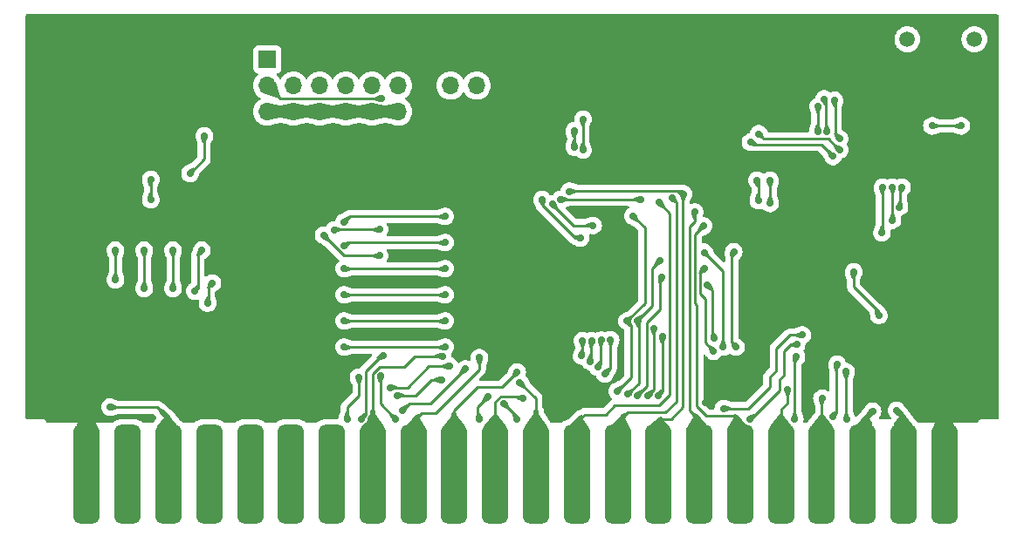
<source format=gbl>
G04 #@! TF.GenerationSoftware,KiCad,Pcbnew,8.0.5*
G04 #@! TF.CreationDate,2024-11-25T10:28:40+11:00*
G04 #@! TF.ProjectId,Vic20_FlashCart,56696332-305f-4466-9c61-736843617274,rev?*
G04 #@! TF.SameCoordinates,Original*
G04 #@! TF.FileFunction,Copper,L2,Bot*
G04 #@! TF.FilePolarity,Positive*
%FSLAX46Y46*%
G04 Gerber Fmt 4.6, Leading zero omitted, Abs format (unit mm)*
G04 Created by KiCad (PCBNEW 8.0.5) date 2024-11-25 10:28:40*
%MOMM*%
%LPD*%
G01*
G04 APERTURE LIST*
G04 Aperture macros list*
%AMRoundRect*
0 Rectangle with rounded corners*
0 $1 Rounding radius*
0 $2 $3 $4 $5 $6 $7 $8 $9 X,Y pos of 4 corners*
0 Add a 4 corners polygon primitive as box body*
4,1,4,$2,$3,$4,$5,$6,$7,$8,$9,$2,$3,0*
0 Add four circle primitives for the rounded corners*
1,1,$1+$1,$2,$3*
1,1,$1+$1,$4,$5*
1,1,$1+$1,$6,$7*
1,1,$1+$1,$8,$9*
0 Add four rect primitives between the rounded corners*
20,1,$1+$1,$2,$3,$4,$5,0*
20,1,$1+$1,$4,$5,$6,$7,0*
20,1,$1+$1,$6,$7,$8,$9,0*
20,1,$1+$1,$8,$9,$2,$3,0*%
G04 Aperture macros list end*
G04 #@! TA.AperFunction,ConnectorPad*
%ADD10RoundRect,0.650000X-0.650000X-4.150000X0.650000X-4.150000X0.650000X4.150000X-0.650000X4.150000X0*%
G04 #@! TD*
G04 #@! TA.AperFunction,ComponentPad*
%ADD11R,1.700000X1.700000*%
G04 #@! TD*
G04 #@! TA.AperFunction,ComponentPad*
%ADD12O,1.700000X1.700000*%
G04 #@! TD*
G04 #@! TA.AperFunction,ComponentPad*
%ADD13R,1.500000X1.500000*%
G04 #@! TD*
G04 #@! TA.AperFunction,ComponentPad*
%ADD14C,1.500000*%
G04 #@! TD*
G04 #@! TA.AperFunction,ViaPad*
%ADD15C,0.700000*%
G04 #@! TD*
G04 #@! TA.AperFunction,Conductor*
%ADD16C,0.250000*%
G04 #@! TD*
G04 #@! TA.AperFunction,Conductor*
%ADD17C,1.000000*%
G04 #@! TD*
G04 #@! TA.AperFunction,Conductor*
%ADD18C,0.500000*%
G04 #@! TD*
G04 APERTURE END LIST*
D10*
X177418000Y-118999000D03*
X173458000Y-118999000D03*
X169498000Y-118999000D03*
X165538000Y-118999000D03*
X161578000Y-118999000D03*
X157618000Y-118999000D03*
X153658000Y-118999000D03*
X149698000Y-118999000D03*
X145738000Y-118999000D03*
X141778000Y-118999000D03*
X137818000Y-118999000D03*
X133858000Y-118999000D03*
X129898000Y-118999000D03*
X125938000Y-118999000D03*
X121978000Y-118999000D03*
X118018000Y-118999000D03*
X114058000Y-118999000D03*
X110098000Y-118999000D03*
X106138000Y-118999000D03*
X102178000Y-118999000D03*
X98218000Y-118999000D03*
X94258000Y-118999000D03*
D11*
X111760000Y-78740000D03*
D12*
X111760000Y-81280000D03*
X111760000Y-83820000D03*
X114300000Y-81280000D03*
X114300000Y-83820000D03*
X116840000Y-81280000D03*
X116840000Y-83820000D03*
X119380000Y-81280000D03*
X119380000Y-83820000D03*
X121920000Y-81280000D03*
X121920000Y-83820000D03*
X124460000Y-81280000D03*
X124460000Y-83820000D03*
X129540000Y-81280000D03*
X132080000Y-81280000D03*
D13*
X180340000Y-81280000D03*
D14*
X173840000Y-81280000D03*
X180340000Y-76780000D03*
X173840000Y-76780000D03*
D15*
X128993900Y-106692700D03*
X119214900Y-106692700D03*
X124206000Y-113665000D03*
X122732048Y-109464148D03*
X120904000Y-113665000D03*
X123024900Y-107518200D03*
X128993900Y-104152700D03*
X119214900Y-104152700D03*
X120610000Y-109601000D03*
X119507000Y-113665000D03*
X119214900Y-101612700D03*
X128993900Y-101612700D03*
X158623000Y-86780200D03*
X166624000Y-88163400D03*
X165770108Y-82588886D03*
X166050803Y-85761200D03*
X159385000Y-92455200D03*
X159252616Y-90478940D03*
X165150800Y-85761200D03*
X165201600Y-83286600D03*
X167259000Y-86461600D03*
X166751000Y-82713200D03*
X100457000Y-92369000D03*
X100457000Y-90414000D03*
X147650200Y-111404400D03*
X150037800Y-99898200D03*
X105968800Y-102412800D03*
X106426000Y-100457000D03*
X98498750Y-91759800D03*
X177418000Y-113207800D03*
X106527600Y-89560400D03*
X175715550Y-104561218D03*
X178536600Y-96723200D03*
X118106743Y-77026000D03*
X94258000Y-113207800D03*
X112776000Y-98648400D03*
X105003600Y-81280000D03*
X98069400Y-94437200D03*
X112903000Y-85445600D03*
X110998000Y-110972600D03*
X106730800Y-75336400D03*
X115566743Y-77026000D03*
X177850800Y-86475400D03*
X102743000Y-112268000D03*
X160451800Y-101817000D03*
X113893600Y-110998000D03*
X89281000Y-75311000D03*
X138150600Y-100939600D03*
X110942000Y-107594400D03*
X144301800Y-87480600D03*
X137693400Y-109626400D03*
X121640600Y-89712800D03*
X142609680Y-104255400D03*
X134588500Y-83140300D03*
X163233000Y-88101001D03*
X152323800Y-86385400D03*
X123288343Y-77006285D03*
X137972800Y-90373200D03*
X135915400Y-88798400D03*
X99466400Y-82956400D03*
X154355800Y-89890600D03*
X120646743Y-77026000D03*
X143306800Y-109829600D03*
X112166400Y-113411000D03*
X132562600Y-91922600D03*
X93827600Y-94640400D03*
X106273600Y-109474000D03*
X100203000Y-113665000D03*
X103886000Y-86106000D03*
X162661600Y-76758800D03*
X154228800Y-112090200D03*
X133083300Y-95237300D03*
X149961600Y-90424000D03*
X170688000Y-75361800D03*
X124739400Y-88874600D03*
X95300800Y-90678000D03*
X128727200Y-107569000D03*
X119214900Y-99072700D03*
X128993900Y-99072700D03*
X147244750Y-93953650D03*
X124358400Y-111379000D03*
X128636205Y-109869795D03*
X146659600Y-104165400D03*
X145719800Y-110983400D03*
X136245600Y-110109000D03*
X163075398Y-107637802D03*
X143072199Y-108068057D03*
X143236883Y-106073801D03*
X162915600Y-113692470D03*
X156997400Y-97409000D03*
X142138400Y-96109800D03*
X138405980Y-92354400D03*
X162228761Y-110801552D03*
X157226000Y-106673804D03*
X144489280Y-109296200D03*
X155994100Y-112661700D03*
X163652200Y-105511600D03*
X145048080Y-105968800D03*
X119214900Y-94564200D03*
X128993900Y-93992700D03*
X132337700Y-107717700D03*
X142374400Y-84546440D03*
X142384088Y-87546250D03*
X142240000Y-107543600D03*
X166566923Y-113451000D03*
X142335844Y-106077741D03*
X167030400Y-108331000D03*
X149214200Y-104851200D03*
X148691600Y-111429800D03*
X143790439Y-108610400D03*
X158538255Y-113677898D03*
X144134617Y-106009933D03*
X163093400Y-106451400D03*
X154051000Y-94915200D03*
X171424600Y-91149000D03*
X171373800Y-95571492D03*
X143357600Y-94869000D03*
X139417577Y-92771600D03*
X168629136Y-99377136D03*
X171074600Y-103595000D03*
X173317065Y-91149000D03*
X141063680Y-91561698D03*
X152120600Y-91810200D03*
X173064800Y-93080200D03*
X147980400Y-92354400D03*
X172389800Y-91149000D03*
X172389800Y-94350200D03*
X153202000Y-93565200D03*
X140216260Y-92356745D03*
X170459400Y-112903000D03*
X155049696Y-107078304D03*
X154178000Y-99034600D03*
X149809200Y-98298000D03*
X147675600Y-104140000D03*
X136575800Y-111658400D03*
X146735800Y-111277400D03*
X150114000Y-105664000D03*
X149686804Y-111379000D03*
X149738800Y-92628000D03*
X151003000Y-92191200D03*
X141533200Y-87253000D03*
X141533200Y-85651800D03*
X172783000Y-112826800D03*
X154419300Y-100647500D03*
X155092194Y-105831402D03*
X135991600Y-109118400D03*
X167894000Y-109067600D03*
X167919400Y-113715800D03*
X165557200Y-111673000D03*
X155975204Y-106673804D03*
X154127200Y-97485200D03*
X167299644Y-87513800D03*
X159435800Y-85967400D03*
X105664000Y-86182200D03*
X104267000Y-89814000D03*
X119229598Y-96873602D03*
X128993900Y-96532700D03*
X123698000Y-110617000D03*
X129402200Y-108534200D03*
X130987800Y-108813600D03*
X124891800Y-112826800D03*
X160522617Y-90478940D03*
X160528000Y-92728940D03*
X122809000Y-82550000D03*
X105410000Y-97282000D03*
X122643900Y-97802700D03*
X104742202Y-101251798D03*
X117221000Y-95819600D03*
X99822000Y-101005000D03*
X132334000Y-113665000D03*
X99822000Y-97282000D03*
X133172200Y-111491400D03*
X102616000Y-97282000D03*
X118229602Y-95293402D03*
X134696200Y-112151800D03*
X135991600Y-113665000D03*
X102616000Y-101005000D03*
X122643900Y-95262700D03*
X97028000Y-97282000D03*
X97028000Y-100144000D03*
X179070000Y-85191600D03*
X176225200Y-85191600D03*
X96520000Y-112522000D03*
D16*
X119214900Y-106692700D02*
X129120900Y-106692700D01*
X124206000Y-113665000D02*
X122732048Y-112191048D01*
X122732048Y-112191048D02*
X122732048Y-109464148D01*
X121285000Y-113284000D02*
X120904000Y-113665000D01*
X123024900Y-107518200D02*
X122809000Y-107518200D01*
X121285000Y-109042200D02*
X121285000Y-113284000D01*
X122809000Y-107518200D02*
X121285000Y-109042200D01*
X119214900Y-104152700D02*
X128993900Y-104152700D01*
X120675400Y-109575600D02*
X120635400Y-109575600D01*
X120675400Y-109575600D02*
X120650000Y-109601000D01*
X120635400Y-109575600D02*
X120610000Y-109601000D01*
X120650000Y-111379000D02*
X119507000Y-112522000D01*
X120650000Y-109601000D02*
X120650000Y-111379000D01*
X119507000Y-112522000D02*
X119507000Y-113792000D01*
X119214900Y-101612700D02*
X128993900Y-101612700D01*
X166624000Y-88163400D02*
X166624000Y-88138000D01*
X165506400Y-87020400D02*
X158863200Y-87020400D01*
X158863200Y-87020400D02*
X158623000Y-86780200D01*
X166624000Y-88138000D02*
X165506400Y-87020400D01*
X165770108Y-82588886D02*
X165963600Y-82782378D01*
X165963600Y-85673997D02*
X166050803Y-85761200D01*
X165963600Y-82782378D02*
X165963600Y-85673997D01*
X159252616Y-90478940D02*
X159385000Y-90611324D01*
X159385000Y-90611324D02*
X159385000Y-92455200D01*
X165201600Y-83286600D02*
X165150800Y-83337400D01*
X165150800Y-83337400D02*
X165150800Y-85761200D01*
X166852600Y-86055200D02*
X166852600Y-82814800D01*
X167259000Y-86461600D02*
X166852600Y-86055200D01*
X166852600Y-82814800D02*
X166751000Y-82713200D01*
X100457000Y-92369000D02*
X100457000Y-90414000D01*
X149834600Y-100101400D02*
X149834600Y-103022400D01*
X150037800Y-99898200D02*
X149834600Y-100101400D01*
X148539200Y-110515400D02*
X147650200Y-111404400D01*
X149834600Y-103022400D02*
X148539200Y-104317800D01*
X148539200Y-104317800D02*
X148539200Y-110515400D01*
D17*
X121920000Y-83820000D02*
X124460000Y-83820000D01*
X111760000Y-83820000D02*
X114300000Y-83820000D01*
D16*
X105968800Y-102412800D02*
X106045000Y-102336600D01*
X106045000Y-102336600D02*
X106045000Y-100838000D01*
D17*
X116840000Y-83820000D02*
X119380000Y-83820000D01*
X114300000Y-83820000D02*
X116840000Y-83820000D01*
X119380000Y-83820000D02*
X121920000Y-83820000D01*
D16*
X106045000Y-100838000D02*
X106426000Y-100457000D01*
D17*
X94258000Y-118999000D02*
X94258000Y-113207800D01*
X177418000Y-118999000D02*
X177418000Y-113207800D01*
D16*
X128727200Y-107569000D02*
X126041400Y-107569000D01*
X122631200Y-108610400D02*
X121978000Y-109263600D01*
D18*
X121978000Y-118999000D02*
X121978000Y-112972000D01*
D16*
X121978000Y-109263600D02*
X121978000Y-112972000D01*
X126041400Y-107569000D02*
X125000000Y-108610400D01*
X125000000Y-108610400D02*
X122631200Y-108610400D01*
X128993900Y-99072700D02*
X119214900Y-99072700D01*
X148361400Y-95072200D02*
X148361400Y-102463600D01*
X126161800Y-111379000D02*
X124358400Y-111379000D01*
X148361400Y-102463600D02*
X146659600Y-104165400D01*
X147040600Y-104546400D02*
X147040600Y-109662600D01*
X127671005Y-109869795D02*
X126161800Y-111379000D01*
X147040600Y-109662600D02*
X145719800Y-110983400D01*
X147244750Y-93955550D02*
X148361400Y-95072200D01*
X146659600Y-104165400D02*
X147040600Y-104546400D01*
X147244750Y-93953650D02*
X147244750Y-93955550D01*
X128636205Y-109869795D02*
X127671005Y-109869795D01*
X137818000Y-111681400D02*
X137818000Y-112956200D01*
X136245600Y-110109000D02*
X137818000Y-111681400D01*
D18*
X137818000Y-118999000D02*
X137818000Y-112956200D01*
D16*
X162915600Y-107797600D02*
X162915600Y-113692470D01*
X143143080Y-106167604D02*
X143236883Y-106073801D01*
X143072199Y-108068057D02*
X143143080Y-107997176D01*
X163075398Y-107637802D02*
X162915600Y-107797600D01*
X143143080Y-107997176D02*
X143143080Y-106167604D01*
X161578000Y-113436400D02*
X161578000Y-112742000D01*
X157226000Y-106673804D02*
X156794200Y-106242004D01*
X138405980Y-92863780D02*
X141652000Y-96109800D01*
X162228761Y-112091239D02*
X162228761Y-110801552D01*
X138405980Y-92354400D02*
X138405980Y-92863780D01*
X156794200Y-97612200D02*
X156997400Y-97409000D01*
X156794200Y-106242004D02*
X156794200Y-97612200D01*
D18*
X161578000Y-113436400D02*
X161578000Y-118999000D01*
D16*
X161578000Y-112742000D02*
X162228761Y-112091239D01*
X141652000Y-96109800D02*
X142138400Y-96109800D01*
X145022680Y-105994200D02*
X145022680Y-108762800D01*
X155994100Y-112661700D02*
X158381700Y-112661700D01*
X160477200Y-109601000D02*
X161112200Y-108966000D01*
X161112200Y-108966000D02*
X161112200Y-106857800D01*
X162458400Y-105511600D02*
X163652200Y-105511600D01*
X160477200Y-110566200D02*
X160477200Y-109601000D01*
X145022680Y-108762800D02*
X144489280Y-109296200D01*
X145048080Y-105968800D02*
X145022680Y-105994200D01*
X158381700Y-112661700D02*
X160477200Y-110566200D01*
X161112200Y-106857800D02*
X162458400Y-105511600D01*
X128993900Y-93992700D02*
X119786400Y-93992700D01*
X119786400Y-93992700D02*
X119214900Y-94564200D01*
X142374400Y-84546440D02*
X142374400Y-87536562D01*
X132337700Y-107717700D02*
X132337700Y-108835300D01*
X128092200Y-113080800D02*
X126695200Y-113080800D01*
X132337700Y-108835300D02*
X128092200Y-113080800D01*
D18*
X125938000Y-113838000D02*
X126365000Y-113411000D01*
D16*
X142374400Y-87536562D02*
X142384088Y-87546250D01*
D18*
X125938000Y-118999000D02*
X125938000Y-113838000D01*
D16*
X126695200Y-113080800D02*
X126365000Y-113411000D01*
X142335844Y-107447756D02*
X142335844Y-106077741D01*
X142240000Y-107543600D02*
X142335844Y-107447756D01*
X166911115Y-108450285D02*
X167030400Y-108331000D01*
X166566923Y-113451000D02*
X166911115Y-113106808D01*
X166911115Y-113106808D02*
X166911115Y-108450285D01*
X148691600Y-111419609D02*
X148691600Y-111429800D01*
X149214200Y-104851200D02*
X149275800Y-104912800D01*
X149275800Y-104912800D02*
X149275800Y-110835409D01*
X149275800Y-110835409D02*
X148691600Y-111419609D01*
X144134617Y-106009933D02*
X144108280Y-106036270D01*
X144108280Y-108292559D02*
X143790439Y-108610400D01*
X161899600Y-107061000D02*
X162509200Y-106451400D01*
X162509200Y-106451400D02*
X163093400Y-106451400D01*
X158675115Y-113677898D02*
X161442400Y-110910613D01*
X161899600Y-109397800D02*
X161899600Y-107061000D01*
X144108280Y-106036270D02*
X144108280Y-108292559D01*
X161442400Y-110910613D02*
X161442400Y-109855000D01*
X161442400Y-109855000D02*
X161899600Y-109397800D01*
X158538255Y-113677898D02*
X158675115Y-113677898D01*
X154355800Y-113385600D02*
X153416000Y-112445800D01*
X153416000Y-102616000D02*
X153238200Y-102438200D01*
X157128000Y-113465400D02*
X157048200Y-113385600D01*
X139417577Y-92845297D02*
X141441280Y-94869000D01*
X153245400Y-102431000D02*
X153245400Y-95720800D01*
X171373800Y-95571492D02*
X171424600Y-95520692D01*
X153416000Y-112445800D02*
X153416000Y-102616000D01*
X153245400Y-95720800D02*
X154051000Y-94915200D01*
X153238200Y-102438200D02*
X153245400Y-102431000D01*
D18*
X157128000Y-113465400D02*
X157618000Y-113955400D01*
D16*
X171424600Y-95520692D02*
X171424600Y-91149000D01*
X141441280Y-94869000D02*
X143357600Y-94869000D01*
X157048200Y-113385600D02*
X154355800Y-113385600D01*
X139417577Y-92771600D02*
X139417577Y-92845297D01*
D18*
X157618000Y-113955400D02*
X157618000Y-118999000D01*
D16*
X168629136Y-100861835D02*
X168629136Y-99377136D01*
X171074600Y-103307299D02*
X168629136Y-100861835D01*
X171074600Y-103595000D02*
X171074600Y-103307299D01*
D18*
X149698000Y-113929996D02*
X149698000Y-118999000D01*
D16*
X141109178Y-91516200D02*
X141063680Y-91561698D01*
X149962996Y-113665000D02*
X150952200Y-113665000D01*
X173151800Y-91314265D02*
X173151800Y-92993200D01*
X152120600Y-91810200D02*
X151826600Y-91516200D01*
X173317065Y-91149000D02*
X173151800Y-91314265D01*
X152069800Y-112547400D02*
X152069800Y-91861000D01*
X150952200Y-113665000D02*
X152069800Y-112547400D01*
X173151800Y-92993200D02*
X173064800Y-93080200D01*
D18*
X149962996Y-113665000D02*
X149698000Y-113929996D01*
D16*
X141134578Y-91490800D02*
X141063680Y-91561698D01*
X151826600Y-91516200D02*
X141109178Y-91516200D01*
X152069800Y-91861000D02*
X152120600Y-91810200D01*
X153202000Y-94473400D02*
X152693800Y-94981600D01*
D18*
X153658000Y-113805400D02*
X153187400Y-113334800D01*
D16*
X172389800Y-94350200D02*
X172389800Y-91149000D01*
X140218605Y-92354400D02*
X140216260Y-92356745D01*
X147980400Y-92354400D02*
X140218605Y-92354400D01*
D18*
X153658000Y-118999000D02*
X153658000Y-113805400D01*
D16*
X152693800Y-112841200D02*
X153187400Y-113334800D01*
X152693800Y-94981600D02*
X152693800Y-112841200D01*
X153202000Y-93565200D02*
X153202000Y-94473400D01*
X153695400Y-101523800D02*
X154203400Y-102031800D01*
X154203400Y-106232008D02*
X155049696Y-107078304D01*
D18*
X170459400Y-112903000D02*
X170459400Y-112953800D01*
X169498000Y-113915200D02*
X169498000Y-114650959D01*
X170459400Y-112953800D02*
X169498000Y-113915200D01*
D16*
X153695400Y-99517200D02*
X153695400Y-101523800D01*
X154178000Y-99034600D02*
X153695400Y-99517200D01*
X154203400Y-102031800D02*
X154203400Y-106232008D01*
X147777200Y-104241600D02*
X147777200Y-110236000D01*
D18*
X133858000Y-118999000D02*
X133858000Y-113563400D01*
D16*
X136575800Y-111658400D02*
X136093200Y-111658400D01*
X149098000Y-99009200D02*
X149809200Y-98298000D01*
X149098000Y-102717600D02*
X149098000Y-99009200D01*
X147675600Y-104140000D02*
X149098000Y-102717600D01*
X147777200Y-110236000D02*
X146735800Y-111277400D01*
X135911600Y-111476800D02*
X134416605Y-111476800D01*
X147675600Y-104140000D02*
X147777200Y-104241600D01*
X134416605Y-111476800D02*
X133858000Y-112035405D01*
X133858000Y-112035405D02*
X133858000Y-113563400D01*
X136093200Y-111658400D02*
X135911600Y-111476800D01*
X150063200Y-111002604D02*
X149686804Y-111379000D01*
X150063200Y-105714800D02*
X150063200Y-111002604D01*
X150114000Y-105664000D02*
X150063200Y-105714800D01*
X142214600Y-113538000D02*
X142519400Y-113233200D01*
X145415000Y-112369600D02*
X149733000Y-112369600D01*
X149733000Y-112369600D02*
X150789000Y-111313600D01*
X142519400Y-113233200D02*
X144551400Y-113233200D01*
X150789000Y-93678200D02*
X149738800Y-92628000D01*
X150789000Y-111313600D02*
X150789000Y-93678200D01*
D18*
X141778000Y-113974600D02*
X142214600Y-113538000D01*
X141778000Y-118999000D02*
X141778000Y-113974600D01*
D16*
X144551400Y-113233200D02*
X145415000Y-112369600D01*
X141533200Y-87253000D02*
X141533200Y-85651800D01*
D18*
X146367500Y-113372900D02*
X145738000Y-114002400D01*
D16*
X150360800Y-113037200D02*
X151409400Y-111988600D01*
X151409400Y-92597600D02*
X151003000Y-92191200D01*
X146367500Y-113372900D02*
X146703200Y-113037200D01*
X151409400Y-111988600D02*
X151409400Y-92597600D01*
D18*
X145738000Y-114002400D02*
X145738000Y-118999000D01*
D16*
X146703200Y-113037200D02*
X150360800Y-113037200D01*
X154924792Y-101127592D02*
X154924792Y-105664000D01*
X154444700Y-100647500D02*
X154924792Y-101127592D01*
D18*
X173458000Y-113501800D02*
X172783000Y-112826800D01*
D16*
X154924792Y-105664000D02*
X155092194Y-105831402D01*
X154419300Y-100647500D02*
X154444700Y-100647500D01*
D18*
X173458000Y-118999000D02*
X173458000Y-113501800D01*
D16*
X132181600Y-110591600D02*
X129898000Y-112875200D01*
X134518400Y-110591600D02*
X132181600Y-110591600D01*
X135991600Y-109118400D02*
X134518400Y-110591600D01*
D18*
X129898000Y-113205400D02*
X129898000Y-118999000D01*
D16*
X129898000Y-112875200D02*
X129898000Y-113205400D01*
X167894000Y-109067600D02*
X167894000Y-113690400D01*
X167894000Y-113690400D02*
X167919400Y-113715800D01*
X165557200Y-111673000D02*
X165538000Y-111692200D01*
X155975204Y-99333204D02*
X154127200Y-97485200D01*
X165538000Y-111692200D02*
X165538000Y-113538000D01*
X155975204Y-106673804D02*
X155975204Y-99333204D01*
D18*
X165538000Y-113538000D02*
X165538000Y-118999000D01*
D16*
X167299644Y-87513800D02*
X167219000Y-87513800D01*
X159904600Y-86436200D02*
X159435800Y-85967400D01*
X167219000Y-87513800D02*
X166141400Y-86436200D01*
X166141400Y-86436200D02*
X159904600Y-86436200D01*
X105638600Y-86334600D02*
X105638600Y-86207600D01*
X104267000Y-89789000D02*
X105638600Y-88417400D01*
X105638600Y-88417400D02*
X105638600Y-86334600D01*
X105638600Y-86207600D02*
X105664000Y-86182200D01*
X104267000Y-89814000D02*
X104267000Y-89789000D01*
X119229598Y-96873602D02*
X119570500Y-96532700D01*
X119570500Y-96532700D02*
X129120900Y-96532700D01*
X129402200Y-108534200D02*
X127424400Y-108534200D01*
X125341600Y-110617000D02*
X123698000Y-110617000D01*
X127424400Y-108534200D02*
X125341600Y-110617000D01*
X130962400Y-108813600D02*
X127609600Y-112166400D01*
X130987800Y-108813600D02*
X130962400Y-108813600D01*
X125552200Y-112166400D02*
X124891800Y-112826800D01*
X127609600Y-112166400D02*
X125552200Y-112166400D01*
X160522617Y-92723557D02*
X160522617Y-90478940D01*
X113030000Y-82550000D02*
X111760000Y-81280000D01*
X122809000Y-82550000D02*
X113030000Y-82550000D01*
X160528000Y-92728940D02*
X160522617Y-92723557D01*
X105029000Y-100965000D02*
X104742202Y-101251798D01*
X119204100Y-97802700D02*
X122643900Y-97802700D01*
X117221000Y-95819600D02*
X119204100Y-97802700D01*
X105029000Y-97663000D02*
X105029000Y-100965000D01*
X105410000Y-97282000D02*
X105029000Y-97663000D01*
X132181600Y-113512600D02*
X132334000Y-113665000D01*
X132181600Y-112482000D02*
X132181600Y-113512600D01*
X133172200Y-111491400D02*
X132181600Y-112482000D01*
X99822000Y-101005000D02*
X99822000Y-97282000D01*
X135991600Y-113447200D02*
X135991600Y-113665000D01*
X118260304Y-95262700D02*
X122643900Y-95262700D01*
X118229602Y-95293402D02*
X118260304Y-95262700D01*
X134696200Y-112151800D02*
X135991600Y-113447200D01*
X102616000Y-97282000D02*
X102616000Y-101005000D01*
X97028000Y-100144000D02*
X97028000Y-97282000D01*
X179070000Y-85191600D02*
X176225200Y-85191600D01*
D18*
X102178000Y-113608000D02*
X102178000Y-118999000D01*
D16*
X96520000Y-112522000D02*
X101092000Y-112522000D01*
D18*
X101473000Y-112903000D02*
X102178000Y-113608000D01*
D16*
X101092000Y-112522000D02*
X101473000Y-112903000D01*
G04 #@! TA.AperFunction,Conductor*
G36*
X182616621Y-74370502D02*
G01*
X182663114Y-74424158D01*
X182674500Y-74476500D01*
X182674500Y-113573500D01*
X182654498Y-113641621D01*
X182600842Y-113688114D01*
X182548500Y-113699500D01*
X180960434Y-113699500D01*
X180884014Y-113719977D01*
X180815490Y-113759539D01*
X180815482Y-113759545D01*
X180759545Y-113815482D01*
X180759539Y-113815490D01*
X180746839Y-113837488D01*
X180719979Y-113884011D01*
X180701596Y-113952613D01*
X180664646Y-114013234D01*
X180600786Y-114044255D01*
X180579891Y-114046000D01*
X174995557Y-114046000D01*
X174927436Y-114025998D01*
X174906466Y-114009099D01*
X174851275Y-113953908D01*
X174851272Y-113953906D01*
X174674146Y-113832573D01*
X174622002Y-113809548D01*
X174572863Y-113770893D01*
X174271810Y-113377776D01*
X174185610Y-113265216D01*
X174169238Y-113236828D01*
X174160653Y-113216100D01*
X174130174Y-113142516D01*
X174122275Y-113130694D01*
X174075029Y-113059984D01*
X174075029Y-113059985D01*
X174047166Y-113018285D01*
X173871201Y-112842320D01*
X173859496Y-112828825D01*
X173857977Y-112826800D01*
X173499057Y-112348239D01*
X173490744Y-112335648D01*
X173481367Y-112319407D01*
X173461584Y-112297437D01*
X173454424Y-112288729D01*
X173449371Y-112281991D01*
X173449357Y-112281973D01*
X173427072Y-112254308D01*
X173426009Y-112253078D01*
X173394882Y-112222921D01*
X173388940Y-112216756D01*
X173360615Y-112185298D01*
X173360610Y-112185293D01*
X173214615Y-112079222D01*
X173049752Y-112005820D01*
X172873233Y-111968300D01*
X172873232Y-111968300D01*
X172692768Y-111968300D01*
X172692767Y-111968300D01*
X172516250Y-112005819D01*
X172351383Y-112079222D01*
X172351383Y-112079223D01*
X172205384Y-112185297D01*
X172084638Y-112319399D01*
X172084631Y-112319409D01*
X171994401Y-112475691D01*
X171994398Y-112475697D01*
X171938636Y-112647319D01*
X171938635Y-112647323D01*
X171938635Y-112647325D01*
X171919771Y-112826800D01*
X171938438Y-113004404D01*
X171938636Y-113006280D01*
X171994398Y-113177902D01*
X171994401Y-113177908D01*
X172084102Y-113333273D01*
X172084633Y-113334193D01*
X172205387Y-113468304D01*
X172209876Y-113471565D01*
X172253228Y-113527787D01*
X172259303Y-113598523D01*
X172226171Y-113661315D01*
X172164351Y-113696226D01*
X172135813Y-113699500D01*
X171182965Y-113699500D01*
X171114844Y-113679498D01*
X171068351Y-113625842D01*
X171058247Y-113555568D01*
X171087741Y-113490988D01*
X171091354Y-113486993D01*
X171096719Y-113481315D01*
X171096722Y-113481308D01*
X171100883Y-113475811D01*
X171100934Y-113475849D01*
X171110484Y-113462903D01*
X171157767Y-113410393D01*
X171247999Y-113254107D01*
X171248653Y-113252096D01*
X171284258Y-113142511D01*
X171303765Y-113082475D01*
X171322629Y-112903000D01*
X171303765Y-112723525D01*
X171289495Y-112679606D01*
X171248001Y-112551897D01*
X171247998Y-112551891D01*
X171176093Y-112427348D01*
X171157767Y-112395607D01*
X171157765Y-112395605D01*
X171157761Y-112395599D01*
X171037015Y-112261497D01*
X170891015Y-112155422D01*
X170726152Y-112082020D01*
X170549633Y-112044500D01*
X170549632Y-112044500D01*
X170369168Y-112044500D01*
X170369167Y-112044500D01*
X170192650Y-112082019D01*
X170027783Y-112155422D01*
X170027783Y-112155423D01*
X169881784Y-112261497D01*
X169761038Y-112395599D01*
X169761031Y-112395609D01*
X169721310Y-112464406D01*
X169716772Y-112471682D01*
X169418249Y-112915914D01*
X169405950Y-112931428D01*
X169366008Y-112974391D01*
X169362823Y-112977694D01*
X168920327Y-113420192D01*
X168858015Y-113454217D01*
X168787199Y-113449153D01*
X168730363Y-113406606D01*
X168714197Y-113377776D01*
X168536466Y-112932167D01*
X168527500Y-112885488D01*
X168527500Y-109890669D01*
X168534589Y-109849001D01*
X168547315Y-109812684D01*
X168698315Y-109381770D01*
X168710075Y-109343488D01*
X168710326Y-109341334D01*
X168715642Y-109317006D01*
X168738365Y-109247075D01*
X168757229Y-109067600D01*
X168738365Y-108888125D01*
X168727090Y-108853423D01*
X168682601Y-108716497D01*
X168682598Y-108716491D01*
X168621692Y-108610999D01*
X168592367Y-108560207D01*
X168592365Y-108560205D01*
X168592361Y-108560199D01*
X168471615Y-108426097D01*
X168325615Y-108320022D01*
X168160752Y-108246620D01*
X167984227Y-108209098D01*
X167977670Y-108208410D01*
X167977819Y-108206986D01*
X167916896Y-108189098D01*
X167870403Y-108135442D01*
X167865184Y-108122036D01*
X167819001Y-107979897D01*
X167818998Y-107979891D01*
X167755152Y-107869307D01*
X167728767Y-107823607D01*
X167728765Y-107823605D01*
X167728761Y-107823599D01*
X167608015Y-107689497D01*
X167462015Y-107583422D01*
X167297152Y-107510020D01*
X167120633Y-107472500D01*
X167120632Y-107472500D01*
X166940168Y-107472500D01*
X166940167Y-107472500D01*
X166763650Y-107510019D01*
X166598783Y-107583422D01*
X166598783Y-107583423D01*
X166452784Y-107689497D01*
X166332038Y-107823599D01*
X166332031Y-107823609D01*
X166241801Y-107979891D01*
X166241798Y-107979897D01*
X166186036Y-108151519D01*
X166186035Y-108151523D01*
X166186035Y-108151525D01*
X166169777Y-108306207D01*
X166167171Y-108331001D01*
X166174324Y-108399063D01*
X166175004Y-108410677D01*
X166175165Y-108423767D01*
X166175166Y-108423773D01*
X166180034Y-108454917D01*
X166180856Y-108461205D01*
X166186034Y-108510473D01*
X166188105Y-108516847D01*
X166192757Y-108536314D01*
X166195047Y-108550968D01*
X166195049Y-108550973D01*
X166276103Y-109069479D01*
X166277615Y-109088939D01*
X166277615Y-110887958D01*
X166257613Y-110956079D01*
X166203957Y-111002572D01*
X166133683Y-111012676D01*
X166077555Y-110989895D01*
X166040033Y-110962634D01*
X165988815Y-110925422D01*
X165823952Y-110852020D01*
X165782927Y-110843300D01*
X165647433Y-110814500D01*
X165647432Y-110814500D01*
X165466968Y-110814500D01*
X165466967Y-110814500D01*
X165290450Y-110852019D01*
X165125583Y-110925422D01*
X165125583Y-110925423D01*
X164979584Y-111031497D01*
X164858838Y-111165599D01*
X164858831Y-111165609D01*
X164768601Y-111321891D01*
X164768598Y-111321897D01*
X164712836Y-111493519D01*
X164712835Y-111493523D01*
X164712835Y-111493525D01*
X164699646Y-111619006D01*
X164693971Y-111673000D01*
X164712834Y-111852473D01*
X164712835Y-111852476D01*
X164740510Y-111937651D01*
X164744951Y-111955805D01*
X164747040Y-111968300D01*
X164747837Y-111973061D01*
X164885786Y-112405978D01*
X164898552Y-112446039D01*
X164904500Y-112484294D01*
X164904500Y-112971980D01*
X164884498Y-113040101D01*
X164877695Y-113049675D01*
X164210047Y-113902078D01*
X164182060Y-113928332D01*
X164144727Y-113953906D01*
X164144726Y-113953906D01*
X164126291Y-113972342D01*
X164089536Y-114009096D01*
X164027227Y-114043120D01*
X164000443Y-114046000D01*
X163876836Y-114046000D01*
X163808715Y-114025998D01*
X163762222Y-113972342D01*
X163752118Y-113902068D01*
X163757002Y-113881067D01*
X163759963Y-113871951D01*
X163759962Y-113871951D01*
X163759965Y-113871945D01*
X163778829Y-113692470D01*
X163759965Y-113512995D01*
X163727947Y-113414454D01*
X163724159Y-113399874D01*
X163719915Y-113378299D01*
X163571931Y-112955991D01*
X163556189Y-112911066D01*
X163549100Y-112869398D01*
X163549100Y-108500542D01*
X163569102Y-108432421D01*
X163571434Y-108428922D01*
X163573387Y-108426096D01*
X163739831Y-108185177D01*
X163741334Y-108182962D01*
X163751934Y-108169439D01*
X163773765Y-108145195D01*
X163863997Y-107988909D01*
X163866927Y-107979893D01*
X163895551Y-107891794D01*
X163919763Y-107817277D01*
X163938627Y-107637802D01*
X163919763Y-107458327D01*
X163903938Y-107409623D01*
X163863999Y-107286699D01*
X163863997Y-107286696D01*
X163863997Y-107286695D01*
X163800991Y-107177565D01*
X163773769Y-107130415D01*
X163772776Y-107129048D01*
X163772445Y-107128122D01*
X163770464Y-107124690D01*
X163771091Y-107124327D01*
X163748914Y-107062182D01*
X163764990Y-106993029D01*
X163781076Y-106970666D01*
X163791765Y-106958795D01*
X163791764Y-106958795D01*
X163791767Y-106958793D01*
X163881999Y-106802507D01*
X163884307Y-106795406D01*
X163917677Y-106692700D01*
X163937765Y-106630875D01*
X163956629Y-106451400D01*
X163952583Y-106412907D01*
X163965355Y-106343071D01*
X164013857Y-106291224D01*
X164026638Y-106284634D01*
X164083815Y-106259178D01*
X164229813Y-106153104D01*
X164297670Y-106077741D01*
X164350561Y-106019000D01*
X164350562Y-106018998D01*
X164350567Y-106018993D01*
X164440799Y-105862707D01*
X164450062Y-105834200D01*
X164481550Y-105737286D01*
X164496565Y-105691075D01*
X164515429Y-105511600D01*
X164496565Y-105332125D01*
X164483716Y-105292580D01*
X164440801Y-105160497D01*
X164440798Y-105160491D01*
X164350568Y-105004209D01*
X164350561Y-105004199D01*
X164229815Y-104870097D01*
X164083815Y-104764022D01*
X163918952Y-104690620D01*
X163742433Y-104653100D01*
X163742432Y-104653100D01*
X163561968Y-104653100D01*
X163385442Y-104690621D01*
X163368907Y-104697983D01*
X163341998Y-104706503D01*
X163338026Y-104707284D01*
X162870793Y-104871011D01*
X162829125Y-104878100D01*
X162396003Y-104878100D01*
X162322968Y-104892628D01*
X162273615Y-104902445D01*
X162273613Y-104902445D01*
X162273612Y-104902446D01*
X162248186Y-104912978D01*
X162184720Y-104939267D01*
X162158323Y-104950201D01*
X162054571Y-105019526D01*
X162054564Y-105019531D01*
X160620131Y-106453964D01*
X160620129Y-106453967D01*
X160550800Y-106557725D01*
X160503045Y-106673015D01*
X160493228Y-106722368D01*
X160478700Y-106795403D01*
X160478700Y-108651404D01*
X160458698Y-108719525D01*
X160441796Y-108740499D01*
X160073367Y-109108929D01*
X159985127Y-109197169D01*
X159985126Y-109197171D01*
X159915801Y-109300923D01*
X159868046Y-109416212D01*
X159843700Y-109538603D01*
X159843700Y-110251605D01*
X159823698Y-110319726D01*
X159806795Y-110340700D01*
X158156201Y-111991295D01*
X158093889Y-112025320D01*
X158067106Y-112028200D01*
X156817172Y-112028200D01*
X156775504Y-112021111D01*
X156308269Y-111857383D01*
X156283324Y-111849720D01*
X156269082Y-111844384D01*
X156260853Y-111840720D01*
X156084332Y-111803200D01*
X155903868Y-111803200D01*
X155903867Y-111803200D01*
X155727350Y-111840719D01*
X155562483Y-111914122D01*
X155562483Y-111914123D01*
X155416484Y-112020197D01*
X155295738Y-112154299D01*
X155295731Y-112154309D01*
X155205501Y-112310591D01*
X155205498Y-112310597D01*
X155149736Y-112482219D01*
X155149735Y-112482223D01*
X155149735Y-112482225D01*
X155133228Y-112639272D01*
X155106215Y-112704928D01*
X155047994Y-112745557D01*
X155007919Y-112752100D01*
X154670394Y-112752100D01*
X154602273Y-112732098D01*
X154581299Y-112715195D01*
X154086405Y-112220301D01*
X154052379Y-112157989D01*
X154049500Y-112131206D01*
X154049500Y-107534341D01*
X154069502Y-107466220D01*
X154123158Y-107419727D01*
X154193432Y-107409623D01*
X154258012Y-107439117D01*
X154274335Y-107456189D01*
X154276878Y-107459405D01*
X154287162Y-107474557D01*
X154351327Y-107585695D01*
X154351329Y-107585697D01*
X154472080Y-107719806D01*
X154529963Y-107761860D01*
X154618081Y-107825882D01*
X154782944Y-107899284D01*
X154921943Y-107928828D01*
X154959463Y-107936804D01*
X154959464Y-107936804D01*
X155139929Y-107936804D01*
X155170871Y-107930226D01*
X155316448Y-107899284D01*
X155481311Y-107825882D01*
X155627309Y-107719808D01*
X155748063Y-107585697D01*
X155748070Y-107585684D01*
X155751880Y-107580442D01*
X155808100Y-107537085D01*
X155878836Y-107531006D01*
X155880016Y-107531251D01*
X155884970Y-107532304D01*
X155884972Y-107532304D01*
X156065437Y-107532304D01*
X156096379Y-107525726D01*
X156241956Y-107494784D01*
X156406819Y-107421382D01*
X156526542Y-107334397D01*
X156593408Y-107310540D01*
X156662560Y-107326620D01*
X156674654Y-107334392D01*
X156794385Y-107421382D01*
X156959248Y-107494784D01*
X157098247Y-107524328D01*
X157135767Y-107532304D01*
X157135768Y-107532304D01*
X157316233Y-107532304D01*
X157347175Y-107525726D01*
X157492752Y-107494784D01*
X157657615Y-107421382D01*
X157803613Y-107315308D01*
X157807906Y-107310540D01*
X157924361Y-107181204D01*
X157924362Y-107181202D01*
X157924367Y-107181197D01*
X158014599Y-107024911D01*
X158070365Y-106853279D01*
X158089229Y-106673804D01*
X158070365Y-106494329D01*
X158056416Y-106451399D01*
X158014601Y-106322701D01*
X158014598Y-106322695D01*
X157924368Y-106166413D01*
X157924361Y-106166403D01*
X157803615Y-106032301D01*
X157657618Y-105926228D01*
X157657617Y-105926227D01*
X157657615Y-105926226D01*
X157596788Y-105899143D01*
X157580622Y-105890485D01*
X157577305Y-105888384D01*
X157559820Y-105877309D01*
X157502111Y-105851411D01*
X157448153Y-105805274D01*
X157427703Y-105737286D01*
X157427700Y-105736457D01*
X157427700Y-99377136D01*
X167765907Y-99377136D01*
X167783234Y-99541990D01*
X167784772Y-99556616D01*
X167816780Y-99655126D01*
X167820577Y-99669738D01*
X167824820Y-99691308D01*
X167896059Y-99894602D01*
X167988547Y-100158540D01*
X167995636Y-100200205D01*
X167995636Y-100799441D01*
X167995636Y-100924229D01*
X168019981Y-101046620D01*
X168067736Y-101161910D01*
X168137065Y-101265668D01*
X168137067Y-101265670D01*
X170155532Y-103284135D01*
X170189558Y-103346447D01*
X170192076Y-103363697D01*
X170194425Y-103394655D01*
X170209806Y-103597404D01*
X170211753Y-103623058D01*
X170215588Y-103657843D01*
X170215588Y-103657844D01*
X170216050Y-103659411D01*
X170220500Y-103681859D01*
X170230236Y-103774481D01*
X170285998Y-103946102D01*
X170286001Y-103946108D01*
X170376231Y-104102390D01*
X170376238Y-104102400D01*
X170496984Y-104236502D01*
X170496987Y-104236504D01*
X170642985Y-104342578D01*
X170807848Y-104415980D01*
X170946847Y-104445524D01*
X170984367Y-104453500D01*
X170984368Y-104453500D01*
X171164833Y-104453500D01*
X171195775Y-104446922D01*
X171341352Y-104415980D01*
X171506215Y-104342578D01*
X171652213Y-104236504D01*
X171652215Y-104236502D01*
X171772961Y-104102400D01*
X171772962Y-104102398D01*
X171772967Y-104102393D01*
X171863199Y-103946107D01*
X171918965Y-103774475D01*
X171937829Y-103595000D01*
X171918965Y-103415525D01*
X171897150Y-103348384D01*
X171863201Y-103243897D01*
X171863198Y-103243891D01*
X171772968Y-103087609D01*
X171772967Y-103087607D01*
X171683279Y-102987999D01*
X171678713Y-102982633D01*
X171663663Y-102963906D01*
X171222203Y-102551806D01*
X171187040Y-102521826D01*
X171182535Y-102517985D01*
X171182658Y-102517839D01*
X171172556Y-102509351D01*
X169299541Y-100636336D01*
X169265515Y-100574024D01*
X169262636Y-100547241D01*
X169262636Y-100200205D01*
X169269725Y-100158537D01*
X169433451Y-99691306D01*
X169445211Y-99653024D01*
X169445462Y-99650870D01*
X169450778Y-99626542D01*
X169473501Y-99556611D01*
X169492365Y-99377136D01*
X169473501Y-99197661D01*
X169469748Y-99186111D01*
X169417737Y-99026033D01*
X169417734Y-99026027D01*
X169327504Y-98869745D01*
X169327497Y-98869735D01*
X169206751Y-98735633D01*
X169060751Y-98629558D01*
X168895888Y-98556156D01*
X168719369Y-98518636D01*
X168719368Y-98518636D01*
X168538904Y-98518636D01*
X168538903Y-98518636D01*
X168362386Y-98556155D01*
X168197519Y-98629558D01*
X168197519Y-98629559D01*
X168051520Y-98735633D01*
X167930774Y-98869735D01*
X167930767Y-98869745D01*
X167840537Y-99026027D01*
X167840534Y-99026033D01*
X167784772Y-99197655D01*
X167784771Y-99197659D01*
X167784771Y-99197661D01*
X167765907Y-99377136D01*
X157427700Y-99377136D01*
X157427700Y-98278649D01*
X157447702Y-98210528D01*
X157458069Y-98196608D01*
X157627557Y-97999069D01*
X157649375Y-97971818D01*
X157649382Y-97971804D01*
X157652458Y-97967179D01*
X157652950Y-97967506D01*
X157664678Y-97950919D01*
X157695767Y-97916393D01*
X157785999Y-97760107D01*
X157801412Y-97712672D01*
X157830476Y-97623219D01*
X157841765Y-97588475D01*
X157860629Y-97409000D01*
X157841765Y-97229525D01*
X157838012Y-97217975D01*
X157786001Y-97057897D01*
X157785998Y-97057891D01*
X157712610Y-96930780D01*
X157695767Y-96901607D01*
X157695765Y-96901605D01*
X157695761Y-96901599D01*
X157575015Y-96767497D01*
X157429015Y-96661422D01*
X157264152Y-96588020D01*
X157087633Y-96550500D01*
X157087632Y-96550500D01*
X156907168Y-96550500D01*
X156907167Y-96550500D01*
X156730650Y-96588019D01*
X156565783Y-96661422D01*
X156565783Y-96661423D01*
X156419784Y-96767497D01*
X156299038Y-96901599D01*
X156299031Y-96901609D01*
X156208801Y-97057891D01*
X156208798Y-97057897D01*
X156153036Y-97229519D01*
X156153035Y-97229523D01*
X156153035Y-97229525D01*
X156139826Y-97355200D01*
X156134171Y-97409002D01*
X156134587Y-97412963D01*
X156134552Y-97434398D01*
X156134794Y-97434407D01*
X156134629Y-97438909D01*
X156134629Y-97438912D01*
X156139700Y-97584770D01*
X156142835Y-97674944D01*
X156155616Y-98042615D01*
X156159754Y-98094466D01*
X156159558Y-98094481D01*
X156160700Y-98107609D01*
X156160700Y-98318606D01*
X156140698Y-98386727D01*
X156087042Y-98433220D01*
X156016768Y-98443324D01*
X155952188Y-98413830D01*
X155945605Y-98407701D01*
X155157151Y-97619247D01*
X155132699Y-97584770D01*
X155119768Y-97557887D01*
X154918089Y-97138615D01*
X154918087Y-97138612D01*
X154917021Y-97136395D01*
X154917032Y-97136389D01*
X154916530Y-97135359D01*
X154915647Y-97133830D01*
X154913415Y-97129797D01*
X154899349Y-97103252D01*
X154896968Y-97099604D01*
X154889731Y-97088943D01*
X154871804Y-97057893D01*
X154825567Y-96977807D01*
X154825566Y-96977805D01*
X154704815Y-96843697D01*
X154558815Y-96737622D01*
X154393952Y-96664220D01*
X154217433Y-96626700D01*
X154217432Y-96626700D01*
X154036968Y-96626700D01*
X154036965Y-96626700D01*
X154031087Y-96627949D01*
X153960297Y-96622541D01*
X153903668Y-96579720D01*
X153879179Y-96513080D01*
X153878900Y-96504700D01*
X153878900Y-96035394D01*
X153898902Y-95967273D01*
X153915805Y-95946299D01*
X153916955Y-95945149D01*
X153951432Y-95920697D01*
X154397584Y-95706089D01*
X154432949Y-95687347D01*
X154432960Y-95687338D01*
X154436363Y-95685118D01*
X154453980Y-95675526D01*
X154482615Y-95662778D01*
X154608259Y-95571492D01*
X170510571Y-95571492D01*
X170527061Y-95728384D01*
X170529436Y-95750972D01*
X170585198Y-95922594D01*
X170585201Y-95922600D01*
X170675431Y-96078882D01*
X170675438Y-96078892D01*
X170796184Y-96212994D01*
X170854067Y-96255048D01*
X170942185Y-96319070D01*
X171107048Y-96392472D01*
X171246047Y-96422016D01*
X171283567Y-96429992D01*
X171283568Y-96429992D01*
X171464033Y-96429992D01*
X171494975Y-96423414D01*
X171640552Y-96392472D01*
X171805415Y-96319070D01*
X171951413Y-96212996D01*
X171979685Y-96181597D01*
X172072161Y-96078892D01*
X172072162Y-96078890D01*
X172072167Y-96078885D01*
X172162399Y-95922599D01*
X172170977Y-95896200D01*
X172207412Y-95784061D01*
X172218165Y-95750967D01*
X172237029Y-95571492D01*
X172218165Y-95392017D01*
X172212192Y-95373636D01*
X172210165Y-95302669D01*
X172246827Y-95241871D01*
X172310539Y-95210546D01*
X172332026Y-95208700D01*
X172480033Y-95208700D01*
X172510975Y-95202122D01*
X172656552Y-95171180D01*
X172821415Y-95097778D01*
X172967413Y-94991704D01*
X172972832Y-94985686D01*
X173088161Y-94857600D01*
X173088162Y-94857598D01*
X173088167Y-94857593D01*
X173178399Y-94701307D01*
X173189101Y-94668371D01*
X173222982Y-94564093D01*
X173234165Y-94529675D01*
X173253029Y-94350200D01*
X173234165Y-94170725D01*
X173202147Y-94072184D01*
X173198344Y-94057527D01*
X173198108Y-94056326D01*
X173204625Y-93985630D01*
X173248330Y-93929680D01*
X173295557Y-93908830D01*
X173319701Y-93903699D01*
X173331549Y-93901181D01*
X173331550Y-93901180D01*
X173331552Y-93901180D01*
X173496415Y-93827778D01*
X173642413Y-93721704D01*
X173642415Y-93721702D01*
X173763161Y-93587600D01*
X173763162Y-93587598D01*
X173763167Y-93587593D01*
X173853399Y-93431307D01*
X173853402Y-93431300D01*
X173903772Y-93276273D01*
X173909165Y-93259675D01*
X173928029Y-93080200D01*
X173909165Y-92900725D01*
X173894279Y-92854913D01*
X173890710Y-92839062D01*
X173890383Y-92839129D01*
X173882300Y-92799299D01*
X173787817Y-92333693D01*
X173785300Y-92308635D01*
X173785300Y-92012537D01*
X173805302Y-91944416D01*
X173808568Y-91939584D01*
X173977416Y-91701973D01*
X173983039Y-91693868D01*
X173992908Y-91681407D01*
X174015432Y-91656393D01*
X174105664Y-91500107D01*
X174105814Y-91499647D01*
X174143968Y-91382218D01*
X174161430Y-91328475D01*
X174180294Y-91149000D01*
X174161430Y-90969525D01*
X174155638Y-90951700D01*
X174105666Y-90797897D01*
X174105663Y-90797891D01*
X174043307Y-90689888D01*
X174015432Y-90641607D01*
X174015430Y-90641605D01*
X174015426Y-90641599D01*
X173894680Y-90507497D01*
X173748680Y-90401422D01*
X173583817Y-90328020D01*
X173407298Y-90290500D01*
X173407297Y-90290500D01*
X173226833Y-90290500D01*
X173226832Y-90290500D01*
X173050313Y-90328020D01*
X172904681Y-90392859D01*
X172834314Y-90402293D01*
X172802185Y-90392859D01*
X172656554Y-90328020D01*
X172480033Y-90290500D01*
X172480032Y-90290500D01*
X172299568Y-90290500D01*
X172299567Y-90290500D01*
X172123048Y-90328020D01*
X171958448Y-90401304D01*
X171888081Y-90410738D01*
X171855951Y-90401304D01*
X171691352Y-90328020D01*
X171514833Y-90290500D01*
X171514832Y-90290500D01*
X171334368Y-90290500D01*
X171334367Y-90290500D01*
X171157850Y-90328019D01*
X170992983Y-90401422D01*
X170992983Y-90401423D01*
X170846984Y-90507497D01*
X170726238Y-90641599D01*
X170726231Y-90641609D01*
X170636001Y-90797891D01*
X170635998Y-90797897D01*
X170580236Y-90969519D01*
X170580235Y-90969523D01*
X170580235Y-90969525D01*
X170561371Y-91149000D01*
X170577829Y-91305587D01*
X170580236Y-91328480D01*
X170612244Y-91426990D01*
X170616041Y-91441602D01*
X170620284Y-91463172D01*
X170687002Y-91653565D01*
X170784011Y-91930404D01*
X170791100Y-91972070D01*
X170791100Y-94733693D01*
X170780081Y-94785223D01*
X170586767Y-95216571D01*
X170584253Y-95222272D01*
X170584133Y-95222547D01*
X170584127Y-95222563D01*
X170562906Y-95280934D01*
X170562905Y-95280937D01*
X170562300Y-95285075D01*
X170557463Y-95305754D01*
X170529436Y-95392011D01*
X170529435Y-95392015D01*
X170529435Y-95392017D01*
X170510571Y-95571492D01*
X154608259Y-95571492D01*
X154628613Y-95556704D01*
X154670212Y-95510504D01*
X154749361Y-95422600D01*
X154749362Y-95422598D01*
X154749367Y-95422593D01*
X154839599Y-95266307D01*
X154853814Y-95222559D01*
X154870508Y-95171179D01*
X154895365Y-95094675D01*
X154914229Y-94915200D01*
X154895365Y-94735725D01*
X154884182Y-94701307D01*
X154839601Y-94564097D01*
X154839598Y-94564091D01*
X154749368Y-94407809D01*
X154749361Y-94407799D01*
X154628615Y-94273697D01*
X154482615Y-94167622D01*
X154317752Y-94094220D01*
X154141233Y-94056700D01*
X154141232Y-94056700D01*
X154121840Y-94056700D01*
X154053719Y-94036698D01*
X154007226Y-93983042D01*
X153997122Y-93912768D01*
X154002928Y-93889035D01*
X154006315Y-93879370D01*
X154018075Y-93841088D01*
X154018326Y-93838934D01*
X154023642Y-93814606D01*
X154046365Y-93744675D01*
X154065229Y-93565200D01*
X154046365Y-93385725D01*
X154022963Y-93313700D01*
X153990601Y-93214097D01*
X153990598Y-93214091D01*
X153906490Y-93068412D01*
X153900367Y-93057807D01*
X153900365Y-93057805D01*
X153900361Y-93057799D01*
X153779615Y-92923697D01*
X153633615Y-92817622D01*
X153468752Y-92744220D01*
X153292233Y-92706700D01*
X153292232Y-92706700D01*
X153111768Y-92706700D01*
X153111767Y-92706700D01*
X152935250Y-92744219D01*
X152880549Y-92768574D01*
X152810182Y-92778008D01*
X152745885Y-92747901D01*
X152708071Y-92687812D01*
X152703300Y-92653467D01*
X152703300Y-92647997D01*
X152714319Y-92596467D01*
X152735384Y-92549465D01*
X152907640Y-92165102D01*
X152910149Y-92159411D01*
X152910270Y-92159132D01*
X152931493Y-92100753D01*
X152932095Y-92096633D01*
X152936935Y-92075939D01*
X152964965Y-91989675D01*
X152983829Y-91810200D01*
X152964965Y-91630725D01*
X152957961Y-91609168D01*
X152909201Y-91459097D01*
X152909198Y-91459091D01*
X152818968Y-91302809D01*
X152818961Y-91302799D01*
X152698215Y-91168697D01*
X152552215Y-91062622D01*
X152387352Y-90989220D01*
X152210833Y-90951700D01*
X152210832Y-90951700D01*
X152196743Y-90951700D01*
X152172930Y-90949429D01*
X152171164Y-90949089D01*
X152106550Y-90941378D01*
X152073264Y-90932675D01*
X152011394Y-90907048D01*
X152011385Y-90907045D01*
X151888996Y-90882700D01*
X151888994Y-90882700D01*
X151619911Y-90882700D01*
X151608742Y-90882204D01*
X151585636Y-90880147D01*
X151584648Y-90880089D01*
X151584255Y-90880066D01*
X151584253Y-90880066D01*
X151492360Y-90882286D01*
X151486340Y-90882700D01*
X141859008Y-90882700D01*
X141825663Y-90878208D01*
X141813408Y-90874845D01*
X141348901Y-90747370D01*
X141331010Y-90740975D01*
X141330435Y-90740719D01*
X141330433Y-90740718D01*
X141330432Y-90740718D01*
X141153912Y-90703198D01*
X140973448Y-90703198D01*
X140973447Y-90703198D01*
X140796930Y-90740717D01*
X140632063Y-90814120D01*
X140632063Y-90814121D01*
X140486064Y-90920195D01*
X140365318Y-91054297D01*
X140365311Y-91054307D01*
X140275081Y-91210589D01*
X140275078Y-91210595D01*
X140219316Y-91382218D01*
X140219314Y-91382223D01*
X140218542Y-91389575D01*
X140191527Y-91455231D01*
X140133304Y-91495858D01*
X140119430Y-91499647D01*
X139949510Y-91535764D01*
X139784643Y-91609167D01*
X139784643Y-91609168D01*
X139638644Y-91715242D01*
X139517898Y-91849344D01*
X139517889Y-91849358D01*
X139517459Y-91850103D01*
X139517097Y-91850447D01*
X139514014Y-91854692D01*
X139513237Y-91854127D01*
X139466075Y-91899095D01*
X139408342Y-91913100D01*
X139327343Y-91913100D01*
X139252251Y-91929060D01*
X139181460Y-91923657D01*
X139124828Y-91880839D01*
X139116936Y-91868811D01*
X139104349Y-91847009D01*
X139104346Y-91847006D01*
X138983595Y-91712897D01*
X138837595Y-91606822D01*
X138672732Y-91533420D01*
X138496213Y-91495900D01*
X138496212Y-91495900D01*
X138315748Y-91495900D01*
X138315747Y-91495900D01*
X138139230Y-91533419D01*
X137974363Y-91606822D01*
X137974363Y-91606823D01*
X137828364Y-91712897D01*
X137707618Y-91846999D01*
X137707611Y-91847009D01*
X137617381Y-92003291D01*
X137617378Y-92003297D01*
X137561616Y-92174919D01*
X137561615Y-92174923D01*
X137561615Y-92174925D01*
X137542751Y-92354400D01*
X137561615Y-92533875D01*
X137561615Y-92533877D01*
X137561616Y-92533879D01*
X137592413Y-92628661D01*
X137592983Y-92630770D01*
X137596033Y-92640225D01*
X137596985Y-92642739D01*
X137617381Y-92705507D01*
X137644536Y-92752541D01*
X137650945Y-92765251D01*
X137652949Y-92769856D01*
X137652952Y-92769862D01*
X137676230Y-92807549D01*
X137678126Y-92810722D01*
X137707613Y-92861793D01*
X137707615Y-92861795D01*
X137711493Y-92867133D01*
X137711482Y-92867140D01*
X137720343Y-92878963D01*
X137771446Y-92961696D01*
X137787825Y-93003326D01*
X137796823Y-93048559D01*
X137796824Y-93048563D01*
X137796825Y-93048565D01*
X137844580Y-93163855D01*
X137913909Y-93267613D01*
X137913911Y-93267615D01*
X141026308Y-96380013D01*
X141030024Y-96384252D01*
X141030107Y-96384175D01*
X141034331Y-96388692D01*
X141036663Y-96390740D01*
X141042611Y-96396316D01*
X141248167Y-96601872D01*
X141351925Y-96671201D01*
X141407275Y-96694127D01*
X141467215Y-96718955D01*
X141494356Y-96724353D01*
X141538603Y-96742392D01*
X141587997Y-96774606D01*
X141632825Y-96803841D01*
X141638048Y-96807438D01*
X141706785Y-96857378D01*
X141706788Y-96857379D01*
X141706789Y-96857380D01*
X141734730Y-96869820D01*
X141747429Y-96876360D01*
X141752414Y-96879297D01*
X141754299Y-96880295D01*
X141778605Y-96890216D01*
X141800051Y-96898971D01*
X141803670Y-96900514D01*
X141871648Y-96930780D01*
X142010647Y-96960324D01*
X142048167Y-96968300D01*
X142048168Y-96968300D01*
X142228633Y-96968300D01*
X142259575Y-96961722D01*
X142405152Y-96930780D01*
X142570015Y-96857378D01*
X142716013Y-96751304D01*
X142716015Y-96751302D01*
X142836761Y-96617200D01*
X142836762Y-96617198D01*
X142836767Y-96617193D01*
X142926999Y-96460907D01*
X142951931Y-96384175D01*
X142961987Y-96353225D01*
X142982765Y-96289275D01*
X143001629Y-96109800D01*
X142982765Y-95930325D01*
X142958300Y-95855028D01*
X142956272Y-95784061D01*
X142992935Y-95723263D01*
X143056647Y-95691937D01*
X143104326Y-95692844D01*
X143267368Y-95727500D01*
X143447833Y-95727500D01*
X143487431Y-95719083D01*
X143624352Y-95689980D01*
X143789215Y-95616578D01*
X143935213Y-95510504D01*
X144014362Y-95422600D01*
X144055961Y-95376400D01*
X144055962Y-95376398D01*
X144055967Y-95376393D01*
X144146199Y-95220107D01*
X144147343Y-95216588D01*
X144201963Y-95048480D01*
X144201965Y-95048475D01*
X144220829Y-94869000D01*
X144201965Y-94689525D01*
X144189739Y-94651898D01*
X144146201Y-94517897D01*
X144146198Y-94517891D01*
X144055968Y-94361609D01*
X144055961Y-94361599D01*
X143935215Y-94227497D01*
X143789215Y-94121422D01*
X143624352Y-94048020D01*
X143447833Y-94010500D01*
X143447832Y-94010500D01*
X143267368Y-94010500D01*
X143090842Y-94048021D01*
X143074307Y-94055383D01*
X143047398Y-94063903D01*
X143043426Y-94064684D01*
X142576193Y-94228411D01*
X142534525Y-94235500D01*
X141755874Y-94235500D01*
X141687753Y-94215498D01*
X141666779Y-94198595D01*
X140744437Y-93276253D01*
X140710411Y-93213941D01*
X140715476Y-93143126D01*
X140758023Y-93086290D01*
X140791387Y-93068416D01*
X140997849Y-92995153D01*
X141039983Y-92987900D01*
X146725635Y-92987900D01*
X146793756Y-93007902D01*
X146840249Y-93061558D01*
X146850353Y-93131832D01*
X146820859Y-93196412D01*
X146799696Y-93215836D01*
X146667134Y-93312147D01*
X146546388Y-93446249D01*
X146546381Y-93446259D01*
X146456151Y-93602541D01*
X146456148Y-93602547D01*
X146400386Y-93774169D01*
X146400385Y-93774173D01*
X146400385Y-93774175D01*
X146381521Y-93953650D01*
X146394133Y-94073647D01*
X146400386Y-94133130D01*
X146456148Y-94304752D01*
X146456151Y-94304758D01*
X146546381Y-94461040D01*
X146546388Y-94461050D01*
X146667134Y-94595152D01*
X146813125Y-94701222D01*
X146813131Y-94701225D01*
X146813135Y-94701228D01*
X146863392Y-94723603D01*
X146882567Y-94734228D01*
X146897226Y-94744110D01*
X147343010Y-94959623D01*
X147377263Y-94983967D01*
X147690995Y-95297699D01*
X147725021Y-95360011D01*
X147727900Y-95386794D01*
X147727900Y-102149003D01*
X147707898Y-102217124D01*
X147690995Y-102238099D01*
X146793645Y-103135448D01*
X146759169Y-103159898D01*
X146313026Y-103374504D01*
X146277603Y-103393278D01*
X146274199Y-103395500D01*
X146256599Y-103405081D01*
X146227989Y-103417820D01*
X146227982Y-103417824D01*
X146081984Y-103523897D01*
X145961238Y-103657999D01*
X145961231Y-103658009D01*
X145871001Y-103814291D01*
X145870998Y-103814297D01*
X145815236Y-103985919D01*
X145815235Y-103985923D01*
X145815235Y-103985925D01*
X145796371Y-104165400D01*
X145814993Y-104342577D01*
X145815236Y-104344880D01*
X145870998Y-104516502D01*
X145871001Y-104516508D01*
X145961231Y-104672790D01*
X145961238Y-104672800D01*
X146081984Y-104806902D01*
X146227979Y-104912975D01*
X146227983Y-104912977D01*
X146227985Y-104912978D01*
X146257408Y-104926078D01*
X146279585Y-104939267D01*
X146279653Y-104939165D01*
X146281872Y-104940628D01*
X146282830Y-104941197D01*
X146283407Y-104941640D01*
X146283409Y-104941641D01*
X146283417Y-104941646D01*
X146310810Y-104957018D01*
X146340499Y-104973679D01*
X146342761Y-104974948D01*
X146392379Y-105025728D01*
X146407100Y-105084829D01*
X146407100Y-109348004D01*
X146387098Y-109416125D01*
X146370195Y-109437100D01*
X145853848Y-109953446D01*
X145819372Y-109977896D01*
X145373226Y-110192504D01*
X145337803Y-110211278D01*
X145334399Y-110213500D01*
X145316799Y-110223081D01*
X145288189Y-110235820D01*
X145288182Y-110235824D01*
X145142184Y-110341897D01*
X145021438Y-110475999D01*
X145021431Y-110476009D01*
X144931201Y-110632291D01*
X144931198Y-110632297D01*
X144875436Y-110803919D01*
X144875435Y-110803923D01*
X144875435Y-110803925D01*
X144856571Y-110983400D01*
X144872245Y-111132527D01*
X144875436Y-111162880D01*
X144931198Y-111334502D01*
X144931201Y-111334508D01*
X145021431Y-111490790D01*
X145021438Y-111490800D01*
X145137574Y-111619782D01*
X145168292Y-111683789D01*
X145159527Y-111754243D01*
X145114064Y-111808774D01*
X145113941Y-111808857D01*
X145011167Y-111877529D01*
X145011164Y-111877531D01*
X144325901Y-112562795D01*
X144263589Y-112596821D01*
X144236806Y-112599700D01*
X142457003Y-112599700D01*
X142387709Y-112613484D01*
X142334615Y-112624045D01*
X142334613Y-112624045D01*
X142334612Y-112624046D01*
X142298042Y-112639194D01*
X142243709Y-112661700D01*
X142219323Y-112671801D01*
X142115566Y-112741130D01*
X142115563Y-112741132D01*
X142088651Y-112768043D01*
X142026337Y-112802066D01*
X142024145Y-112802523D01*
X141993355Y-112808648D01*
X141993350Y-112808650D01*
X141855317Y-112865825D01*
X141731084Y-112948833D01*
X141707932Y-112971985D01*
X141691890Y-112985549D01*
X141675353Y-112997315D01*
X140957516Y-113681214D01*
X140899452Y-113712641D01*
X140758259Y-113745850D01*
X140561854Y-113832572D01*
X140384725Y-113953907D01*
X140366291Y-113972342D01*
X140329536Y-114009096D01*
X140267227Y-114043120D01*
X140240443Y-114046000D01*
X139355557Y-114046000D01*
X139287436Y-114025998D01*
X139266466Y-114009099D01*
X139211275Y-113953908D01*
X139211272Y-113953906D01*
X139205655Y-113950058D01*
X139197937Y-113944771D01*
X139164536Y-113911057D01*
X138637194Y-113125573D01*
X138597889Y-113067027D01*
X138576525Y-112999320D01*
X138576500Y-112996795D01*
X138576500Y-112881493D01*
X138576499Y-112881490D01*
X138574832Y-112873108D01*
X138547351Y-112734954D01*
X138490174Y-112596916D01*
X138472734Y-112570815D01*
X138451520Y-112503061D01*
X138451500Y-112500814D01*
X138451500Y-111619007D01*
X138451499Y-111619003D01*
X138427155Y-111496615D01*
X138379400Y-111381325D01*
X138310071Y-111277567D01*
X138221833Y-111189329D01*
X137275551Y-110243047D01*
X137251099Y-110208570D01*
X137225186Y-110154700D01*
X137036489Y-109762415D01*
X137036487Y-109762412D01*
X137035421Y-109760195D01*
X137035432Y-109760189D01*
X137034930Y-109759159D01*
X137034047Y-109757630D01*
X137031815Y-109753597D01*
X137017749Y-109727052D01*
X137015368Y-109723404D01*
X137008131Y-109712743D01*
X136943968Y-109601608D01*
X136933280Y-109589738D01*
X136840760Y-109486983D01*
X136810044Y-109422978D01*
X136814563Y-109363741D01*
X136835965Y-109297875D01*
X136854829Y-109118400D01*
X136835965Y-108938925D01*
X136822569Y-108897696D01*
X136780201Y-108767297D01*
X136780198Y-108767291D01*
X136689968Y-108611009D01*
X136689961Y-108610999D01*
X136569215Y-108476897D01*
X136423215Y-108370822D01*
X136258352Y-108297420D01*
X136081833Y-108259900D01*
X136081832Y-108259900D01*
X135901368Y-108259900D01*
X135901367Y-108259900D01*
X135724850Y-108297419D01*
X135559983Y-108370822D01*
X135559983Y-108370823D01*
X135413984Y-108476897D01*
X135293238Y-108610999D01*
X135293231Y-108611009D01*
X135202306Y-108768496D01*
X134986099Y-109217970D01*
X134961648Y-109252446D01*
X134292901Y-109921195D01*
X134230588Y-109955220D01*
X134203805Y-109958100D01*
X132414995Y-109958100D01*
X132346874Y-109938098D01*
X132300381Y-109884442D01*
X132290277Y-109814168D01*
X132319771Y-109749588D01*
X132325900Y-109743004D01*
X132467904Y-109601000D01*
X132829772Y-109239133D01*
X132899101Y-109135375D01*
X132937946Y-109041593D01*
X132946855Y-109020085D01*
X132971200Y-108897694D01*
X132971200Y-108540769D01*
X132978289Y-108499101D01*
X132986070Y-108476896D01*
X133142015Y-108031870D01*
X133153775Y-107993588D01*
X133154026Y-107991434D01*
X133159342Y-107967106D01*
X133182065Y-107897175D01*
X133200929Y-107717700D01*
X133182630Y-107543600D01*
X141376771Y-107543600D01*
X141395291Y-107719806D01*
X141395636Y-107723080D01*
X141451398Y-107894702D01*
X141451401Y-107894708D01*
X141541631Y-108050990D01*
X141541638Y-108051000D01*
X141662384Y-108185102D01*
X141713861Y-108222502D01*
X141808385Y-108291178D01*
X141973248Y-108364580D01*
X142112247Y-108394124D01*
X142149767Y-108402100D01*
X142149768Y-108402100D01*
X142201002Y-108402100D01*
X142269123Y-108422102D01*
X142310121Y-108465100D01*
X142373830Y-108575447D01*
X142373837Y-108575457D01*
X142494583Y-108709559D01*
X142546163Y-108747034D01*
X142640584Y-108815635D01*
X142805447Y-108889037D01*
X142926746Y-108914819D01*
X142989219Y-108948547D01*
X143009668Y-108975066D01*
X143092070Y-109117790D01*
X143092077Y-109117800D01*
X143212823Y-109251902D01*
X143212826Y-109251904D01*
X143358824Y-109357978D01*
X143504816Y-109422978D01*
X143523687Y-109431380D01*
X143567290Y-109440648D01*
X143629764Y-109474376D01*
X143660927Y-109524959D01*
X143700678Y-109647301D01*
X143700681Y-109647308D01*
X143790911Y-109803590D01*
X143790918Y-109803600D01*
X143911664Y-109937702D01*
X143942611Y-109960186D01*
X144057665Y-110043778D01*
X144222528Y-110117180D01*
X144361527Y-110146724D01*
X144399047Y-110154700D01*
X144399048Y-110154700D01*
X144579513Y-110154700D01*
X144610455Y-110148122D01*
X144756032Y-110117180D01*
X144920895Y-110043778D01*
X145066893Y-109937704D01*
X145090754Y-109911204D01*
X145187641Y-109803600D01*
X145187642Y-109803598D01*
X145187647Y-109803593D01*
X145277879Y-109647307D01*
X145277881Y-109647301D01*
X145278558Y-109646129D01*
X145280162Y-109642794D01*
X145280169Y-109642784D01*
X145494801Y-109196580D01*
X145510952Y-109171262D01*
X145514744Y-109166640D01*
X145514752Y-109166633D01*
X145584081Y-109062875D01*
X145626901Y-108959496D01*
X145631835Y-108947585D01*
X145656180Y-108825194D01*
X145656180Y-106799109D01*
X145665146Y-106752430D01*
X145844127Y-106303687D01*
X145844128Y-106303684D01*
X145844129Y-106303680D01*
X145844133Y-106303671D01*
X145860622Y-106255523D01*
X145861336Y-106250362D01*
X145866309Y-106228710D01*
X145892445Y-106148275D01*
X145911309Y-105968800D01*
X145892445Y-105789325D01*
X145875537Y-105737286D01*
X145836681Y-105617697D01*
X145836678Y-105617691D01*
X145746448Y-105461409D01*
X145746441Y-105461399D01*
X145625695Y-105327297D01*
X145479695Y-105221222D01*
X145314832Y-105147820D01*
X145138313Y-105110300D01*
X145138312Y-105110300D01*
X144957848Y-105110300D01*
X144957847Y-105110300D01*
X144781330Y-105147819D01*
X144616464Y-105221222D01*
X144610747Y-105224524D01*
X144609329Y-105222068D01*
X144554134Y-105241699D01*
X144495820Y-105231004D01*
X144401371Y-105188953D01*
X144224850Y-105151433D01*
X144224849Y-105151433D01*
X144044385Y-105151433D01*
X144044384Y-105151433D01*
X143867867Y-105188952D01*
X143703001Y-105262355D01*
X143702998Y-105262357D01*
X143694237Y-105268723D01*
X143627369Y-105292580D01*
X143568931Y-105281892D01*
X143503637Y-105252821D01*
X143327116Y-105215301D01*
X143327115Y-105215301D01*
X143146651Y-105215301D01*
X143146650Y-105215301D01*
X142970131Y-105252821D01*
X142833187Y-105313792D01*
X142762820Y-105323226D01*
X142730690Y-105313792D01*
X142602596Y-105256761D01*
X142426077Y-105219241D01*
X142426076Y-105219241D01*
X142245612Y-105219241D01*
X142245611Y-105219241D01*
X142069094Y-105256760D01*
X141904227Y-105330163D01*
X141904227Y-105330164D01*
X141758228Y-105436238D01*
X141637482Y-105570340D01*
X141637475Y-105570350D01*
X141547245Y-105726632D01*
X141547242Y-105726638D01*
X141491480Y-105898260D01*
X141491479Y-105898264D01*
X141491479Y-105898266D01*
X141472615Y-106077741D01*
X141491301Y-106255523D01*
X141491480Y-106257221D01*
X141523488Y-106355731D01*
X141527285Y-106370343D01*
X141531529Y-106391914D01*
X141531529Y-106391916D01*
X141651012Y-106732888D01*
X141654663Y-106803790D01*
X141643069Y-106834240D01*
X141470500Y-107155091D01*
X141459115Y-107177565D01*
X141457565Y-107180823D01*
X141457436Y-107180761D01*
X141452580Y-107190450D01*
X141451402Y-107192489D01*
X141451401Y-107192491D01*
X141441924Y-107221656D01*
X141439739Y-107227830D01*
X141429935Y-107253395D01*
X141428995Y-107256989D01*
X141425265Y-107272929D01*
X141395635Y-107364120D01*
X141395634Y-107364126D01*
X141377336Y-107538225D01*
X141376771Y-107543600D01*
X133182630Y-107543600D01*
X133182065Y-107538225D01*
X133160710Y-107472500D01*
X133126301Y-107366597D01*
X133126298Y-107366591D01*
X133046184Y-107227830D01*
X133036067Y-107210307D01*
X133036065Y-107210305D01*
X133036061Y-107210299D01*
X132915315Y-107076197D01*
X132769315Y-106970122D01*
X132604452Y-106896720D01*
X132427933Y-106859200D01*
X132427932Y-106859200D01*
X132247468Y-106859200D01*
X132247467Y-106859200D01*
X132070950Y-106896719D01*
X131906083Y-106970122D01*
X131906083Y-106970123D01*
X131760084Y-107076197D01*
X131639338Y-107210299D01*
X131639331Y-107210309D01*
X131549101Y-107366591D01*
X131549098Y-107366597D01*
X131493336Y-107538219D01*
X131493335Y-107538223D01*
X131493335Y-107538225D01*
X131474471Y-107717700D01*
X131492769Y-107891796D01*
X131479998Y-107961632D01*
X131431496Y-108013479D01*
X131362664Y-108030874D01*
X131316212Y-108020072D01*
X131254554Y-107992620D01*
X131078033Y-107955100D01*
X131078032Y-107955100D01*
X130897568Y-107955100D01*
X130897567Y-107955100D01*
X130721050Y-107992619D01*
X130556183Y-108066022D01*
X130556183Y-108066023D01*
X130410186Y-108172096D01*
X130388686Y-108195974D01*
X130328239Y-108233213D01*
X130257256Y-108231860D01*
X130198272Y-108192345D01*
X130185932Y-108174663D01*
X130172570Y-108151519D01*
X130100567Y-108026807D01*
X130100563Y-108026802D01*
X130100561Y-108026799D01*
X129979815Y-107892697D01*
X129833815Y-107786622D01*
X129663088Y-107710609D01*
X129608992Y-107664628D01*
X129588343Y-107596701D01*
X129589028Y-107582327D01*
X129589226Y-107580442D01*
X129590429Y-107569000D01*
X129572216Y-107395723D01*
X129584988Y-107325889D01*
X129603888Y-107298247D01*
X129692267Y-107200093D01*
X129782499Y-107043807D01*
X129788639Y-107024912D01*
X129838263Y-106872180D01*
X129838265Y-106872175D01*
X129857129Y-106692700D01*
X129838265Y-106513225D01*
X129832123Y-106494323D01*
X129782501Y-106341597D01*
X129782498Y-106341591D01*
X129692268Y-106185309D01*
X129692261Y-106185299D01*
X129571515Y-106051197D01*
X129425515Y-105945122D01*
X129260652Y-105871720D01*
X129084133Y-105834200D01*
X129084132Y-105834200D01*
X128903668Y-105834200D01*
X128727142Y-105871721D01*
X128710607Y-105879083D01*
X128683698Y-105887603D01*
X128679726Y-105888384D01*
X128212493Y-106052111D01*
X128170825Y-106059200D01*
X120037972Y-106059200D01*
X119996304Y-106052111D01*
X119529069Y-105888383D01*
X119504124Y-105880720D01*
X119489882Y-105875384D01*
X119481653Y-105871720D01*
X119305132Y-105834200D01*
X119124668Y-105834200D01*
X119124667Y-105834200D01*
X118948150Y-105871719D01*
X118783283Y-105945122D01*
X118783283Y-105945123D01*
X118637284Y-106051197D01*
X118516538Y-106185299D01*
X118516531Y-106185309D01*
X118426301Y-106341591D01*
X118426298Y-106341597D01*
X118370536Y-106513219D01*
X118370535Y-106513223D01*
X118370535Y-106513225D01*
X118351671Y-106692700D01*
X118369171Y-106859200D01*
X118370536Y-106872180D01*
X118426298Y-107043802D01*
X118426301Y-107043808D01*
X118516531Y-107200090D01*
X118516538Y-107200100D01*
X118637284Y-107334202D01*
X118681872Y-107366597D01*
X118783285Y-107440278D01*
X118948148Y-107513680D01*
X119063625Y-107538225D01*
X119124667Y-107551200D01*
X119124668Y-107551200D01*
X119305133Y-107551200D01*
X119384448Y-107534341D01*
X119481652Y-107513680D01*
X119498191Y-107506315D01*
X119525117Y-107497792D01*
X119529070Y-107497015D01*
X119993692Y-107334204D01*
X119996303Y-107333289D01*
X120037971Y-107326200D01*
X121800905Y-107326200D01*
X121869026Y-107346202D01*
X121915519Y-107399858D01*
X121925623Y-107470132D01*
X121896129Y-107534712D01*
X121890000Y-107541295D01*
X120881167Y-108550129D01*
X120792931Y-108638364D01*
X120792926Y-108638371D01*
X120760766Y-108686502D01*
X120706289Y-108732030D01*
X120656001Y-108742500D01*
X120519767Y-108742500D01*
X120343250Y-108780019D01*
X120178383Y-108853422D01*
X120178383Y-108853423D01*
X120032384Y-108959497D01*
X119911638Y-109093599D01*
X119911631Y-109093609D01*
X119821401Y-109249891D01*
X119821398Y-109249897D01*
X119765636Y-109421519D01*
X119765635Y-109421523D01*
X119765635Y-109421525D01*
X119753329Y-109538603D01*
X119746771Y-109601000D01*
X119765634Y-109780473D01*
X119765635Y-109780476D01*
X119773610Y-109805020D01*
X119811356Y-109921195D01*
X119814065Y-109929530D01*
X119815964Y-109935951D01*
X119819040Y-109947473D01*
X120006374Y-110386106D01*
X120016500Y-110435593D01*
X120016500Y-111064406D01*
X119996498Y-111132527D01*
X119979595Y-111153501D01*
X119014931Y-112118164D01*
X119014926Y-112118171D01*
X118949054Y-112216756D01*
X118945600Y-112221925D01*
X118934000Y-112249929D01*
X118905221Y-112319409D01*
X118897845Y-112337215D01*
X118896790Y-112342519D01*
X118873500Y-112459603D01*
X118873500Y-112841927D01*
X118866411Y-112883594D01*
X118826744Y-112996794D01*
X118702682Y-113350831D01*
X118690922Y-113389116D01*
X118690668Y-113391296D01*
X118685354Y-113415602D01*
X118662634Y-113485528D01*
X118652950Y-113577670D01*
X118625937Y-113643327D01*
X118567715Y-113683957D01*
X118527640Y-113690500D01*
X117296496Y-113690500D01*
X117207259Y-113696694D01*
X117207256Y-113696694D01*
X116998259Y-113745850D01*
X116801854Y-113832572D01*
X116624725Y-113953907D01*
X116606291Y-113972342D01*
X116569536Y-114009096D01*
X116507227Y-114043120D01*
X116480443Y-114046000D01*
X115595557Y-114046000D01*
X115527436Y-114025998D01*
X115506466Y-114009099D01*
X115451275Y-113953908D01*
X115451273Y-113953906D01*
X115274145Y-113832572D01*
X115077740Y-113745850D01*
X114868741Y-113696694D01*
X114779503Y-113690500D01*
X114779502Y-113690500D01*
X113336498Y-113690500D01*
X113336496Y-113690500D01*
X113247259Y-113696694D01*
X113247256Y-113696694D01*
X113038259Y-113745850D01*
X112841854Y-113832572D01*
X112664725Y-113953907D01*
X112646291Y-113972342D01*
X112609536Y-114009096D01*
X112547227Y-114043120D01*
X112520443Y-114046000D01*
X111635557Y-114046000D01*
X111567436Y-114025998D01*
X111546466Y-114009099D01*
X111491275Y-113953908D01*
X111491273Y-113953906D01*
X111314145Y-113832572D01*
X111117740Y-113745850D01*
X110908741Y-113696694D01*
X110819503Y-113690500D01*
X110819502Y-113690500D01*
X109376498Y-113690500D01*
X109376496Y-113690500D01*
X109287259Y-113696694D01*
X109287256Y-113696694D01*
X109078259Y-113745850D01*
X108881854Y-113832572D01*
X108704725Y-113953907D01*
X108686291Y-113972342D01*
X108649536Y-114009096D01*
X108587227Y-114043120D01*
X108560443Y-114046000D01*
X107675557Y-114046000D01*
X107607436Y-114025998D01*
X107586466Y-114009099D01*
X107531275Y-113953908D01*
X107531273Y-113953906D01*
X107354145Y-113832572D01*
X107157740Y-113745850D01*
X106948741Y-113696694D01*
X106859503Y-113690500D01*
X106859502Y-113690500D01*
X105416498Y-113690500D01*
X105416496Y-113690500D01*
X105327259Y-113696694D01*
X105327256Y-113696694D01*
X105118259Y-113745850D01*
X104921854Y-113832572D01*
X104744725Y-113953907D01*
X104726291Y-113972342D01*
X104689536Y-114009096D01*
X104627227Y-114043120D01*
X104600443Y-114046000D01*
X103715557Y-114046000D01*
X103647436Y-114025998D01*
X103626466Y-114009099D01*
X103571275Y-113953908D01*
X103571274Y-113953907D01*
X103394147Y-113832573D01*
X103249234Y-113768587D01*
X103202084Y-113732463D01*
X102902232Y-113360985D01*
X102883868Y-113330063D01*
X102882315Y-113326313D01*
X102850174Y-113248716D01*
X102842229Y-113236825D01*
X102823290Y-113208480D01*
X102823290Y-113208481D01*
X102767166Y-113124485D01*
X102482340Y-112839659D01*
X102474439Y-112830871D01*
X102474410Y-112830896D01*
X102473468Y-112829791D01*
X102473386Y-112829700D01*
X102473317Y-112829614D01*
X102473314Y-112829610D01*
X102473300Y-112829593D01*
X102459744Y-112813688D01*
X102455550Y-112808767D01*
X102454719Y-112807843D01*
X102395128Y-112751394D01*
X102395125Y-112751392D01*
X102391142Y-112747619D01*
X102384641Y-112741960D01*
X101956519Y-112313838D01*
X101956515Y-112313834D01*
X101832284Y-112230826D01*
X101694247Y-112173649D01*
X101694245Y-112173648D01*
X101694241Y-112173647D01*
X101663455Y-112167523D01*
X101600546Y-112134614D01*
X101598944Y-112133040D01*
X101495835Y-112029931D01*
X101495833Y-112029929D01*
X101392075Y-111960600D01*
X101276785Y-111912845D01*
X101203086Y-111898185D01*
X101154396Y-111888500D01*
X101154394Y-111888500D01*
X97343072Y-111888500D01*
X97301404Y-111881411D01*
X96834169Y-111717683D01*
X96809224Y-111710020D01*
X96794982Y-111704684D01*
X96786753Y-111701020D01*
X96610232Y-111663500D01*
X96429768Y-111663500D01*
X96429767Y-111663500D01*
X96253250Y-111701019D01*
X96088383Y-111774422D01*
X96088383Y-111774423D01*
X95942384Y-111880497D01*
X95821638Y-112014599D01*
X95821631Y-112014609D01*
X95731401Y-112170891D01*
X95731398Y-112170897D01*
X95675636Y-112342519D01*
X95675635Y-112342523D01*
X95675635Y-112342525D01*
X95656771Y-112522000D01*
X95673336Y-112679606D01*
X95675636Y-112701480D01*
X95731398Y-112873102D01*
X95731401Y-112873108D01*
X95821631Y-113029390D01*
X95821638Y-113029400D01*
X95942384Y-113163502D01*
X95942387Y-113163504D01*
X96088385Y-113269578D01*
X96253248Y-113342980D01*
X96392247Y-113372524D01*
X96429767Y-113380500D01*
X96429768Y-113380500D01*
X96610233Y-113380500D01*
X96672339Y-113367299D01*
X96786752Y-113342980D01*
X96803291Y-113335615D01*
X96830217Y-113327092D01*
X96834170Y-113326315D01*
X97298792Y-113163504D01*
X97301403Y-113162589D01*
X97343071Y-113155500D01*
X100672404Y-113155500D01*
X100740525Y-113175502D01*
X100787018Y-113229158D01*
X100788809Y-113233272D01*
X100800826Y-113262284D01*
X100883834Y-113386515D01*
X100883838Y-113386519D01*
X100967316Y-113469997D01*
X101001342Y-113532309D01*
X100996277Y-113603124D01*
X100980469Y-113632721D01*
X100802971Y-113879212D01*
X100749184Y-113953906D01*
X100720579Y-113993629D01*
X100664541Y-114037220D01*
X100618331Y-114046000D01*
X99755557Y-114046000D01*
X99687436Y-114025998D01*
X99666466Y-114009099D01*
X99611275Y-113953908D01*
X99611273Y-113953906D01*
X99434145Y-113832572D01*
X99237740Y-113745850D01*
X99028741Y-113696694D01*
X98939503Y-113690500D01*
X98939502Y-113690500D01*
X97496498Y-113690500D01*
X97496496Y-113690500D01*
X97407259Y-113696694D01*
X97407256Y-113696694D01*
X97198259Y-113745850D01*
X97001854Y-113832572D01*
X96824725Y-113953907D01*
X96806291Y-113972342D01*
X96769536Y-114009096D01*
X96707227Y-114043120D01*
X96680443Y-114046000D01*
X90420109Y-114046000D01*
X90351988Y-114025998D01*
X90305495Y-113972342D01*
X90298404Y-113952618D01*
X90280021Y-113884011D01*
X90240460Y-113815489D01*
X90240457Y-113815486D01*
X90240454Y-113815482D01*
X90184517Y-113759545D01*
X90184513Y-113759542D01*
X90184511Y-113759540D01*
X90115989Y-113719979D01*
X90115988Y-113719978D01*
X90115985Y-113719977D01*
X90039565Y-113699500D01*
X90039562Y-113699500D01*
X88451500Y-113699500D01*
X88383379Y-113679498D01*
X88336886Y-113625842D01*
X88325500Y-113573500D01*
X88325500Y-104152700D01*
X118351671Y-104152700D01*
X118366558Y-104294341D01*
X118370536Y-104332180D01*
X118426298Y-104503802D01*
X118426301Y-104503808D01*
X118516531Y-104660090D01*
X118516538Y-104660100D01*
X118637284Y-104794202D01*
X118654764Y-104806902D01*
X118783285Y-104900278D01*
X118948148Y-104973680D01*
X119087147Y-105003224D01*
X119124667Y-105011200D01*
X119124668Y-105011200D01*
X119305133Y-105011200D01*
X119363972Y-104998693D01*
X119481652Y-104973680D01*
X119498191Y-104966315D01*
X119525117Y-104957792D01*
X119529070Y-104957015D01*
X119993692Y-104794204D01*
X119996303Y-104793289D01*
X120037971Y-104786200D01*
X128170829Y-104786200D01*
X128212497Y-104793289D01*
X128215108Y-104794204D01*
X128679729Y-104957015D01*
X128704660Y-104964673D01*
X128718905Y-104970010D01*
X128727148Y-104973680D01*
X128866147Y-105003224D01*
X128903667Y-105011200D01*
X128903668Y-105011200D01*
X129084133Y-105011200D01*
X129117032Y-105004207D01*
X129260652Y-104973680D01*
X129425515Y-104900278D01*
X129571513Y-104794204D01*
X129649776Y-104707284D01*
X129692261Y-104660100D01*
X129692262Y-104660098D01*
X129692267Y-104660093D01*
X129782499Y-104503807D01*
X129838265Y-104332175D01*
X129857129Y-104152700D01*
X129838265Y-103973225D01*
X129786627Y-103814297D01*
X129782501Y-103801597D01*
X129782498Y-103801591D01*
X129700410Y-103659411D01*
X129692267Y-103645307D01*
X129692265Y-103645305D01*
X129692261Y-103645299D01*
X129571515Y-103511197D01*
X129425515Y-103405122D01*
X129260652Y-103331720D01*
X129084133Y-103294200D01*
X129084132Y-103294200D01*
X128903668Y-103294200D01*
X128727142Y-103331721D01*
X128710607Y-103339083D01*
X128683698Y-103347603D01*
X128679726Y-103348384D01*
X128212493Y-103512111D01*
X128170825Y-103519200D01*
X120037972Y-103519200D01*
X119996304Y-103512111D01*
X119529069Y-103348383D01*
X119504124Y-103340720D01*
X119489882Y-103335384D01*
X119481653Y-103331720D01*
X119305132Y-103294200D01*
X119124668Y-103294200D01*
X119124667Y-103294200D01*
X118948150Y-103331719D01*
X118783283Y-103405122D01*
X118783283Y-103405123D01*
X118637284Y-103511197D01*
X118516538Y-103645299D01*
X118516531Y-103645309D01*
X118426301Y-103801591D01*
X118426298Y-103801597D01*
X118370536Y-103973219D01*
X118370535Y-103973223D01*
X118370535Y-103973225D01*
X118351671Y-104152700D01*
X88325500Y-104152700D01*
X88325500Y-97282000D01*
X96164771Y-97282000D01*
X96182738Y-97452945D01*
X96183636Y-97461480D01*
X96215644Y-97559990D01*
X96219441Y-97574602D01*
X96223684Y-97596172D01*
X96281131Y-97760108D01*
X96387411Y-98063404D01*
X96394500Y-98105070D01*
X96394500Y-99320927D01*
X96387411Y-99362596D01*
X96223682Y-99829831D01*
X96211922Y-99868116D01*
X96211668Y-99870296D01*
X96206354Y-99894602D01*
X96183634Y-99964527D01*
X96168776Y-100105893D01*
X96164771Y-100144000D01*
X96178805Y-100277525D01*
X96183636Y-100323480D01*
X96239398Y-100495102D01*
X96239401Y-100495108D01*
X96329631Y-100651390D01*
X96329638Y-100651400D01*
X96450384Y-100785502D01*
X96505466Y-100825521D01*
X96596385Y-100891578D01*
X96761248Y-100964980D01*
X96900247Y-100994524D01*
X96937767Y-101002500D01*
X96937768Y-101002500D01*
X97118233Y-101002500D01*
X97149175Y-100995922D01*
X97294752Y-100964980D01*
X97459615Y-100891578D01*
X97605613Y-100785504D01*
X97656385Y-100729116D01*
X97726361Y-100651400D01*
X97726362Y-100651398D01*
X97726367Y-100651393D01*
X97816599Y-100495107D01*
X97827856Y-100460463D01*
X97872363Y-100323480D01*
X97872365Y-100323475D01*
X97891229Y-100144000D01*
X97872365Y-99964525D01*
X97840347Y-99865984D01*
X97836559Y-99851404D01*
X97832315Y-99829829D01*
X97668589Y-99362596D01*
X97661500Y-99320928D01*
X97661500Y-98105069D01*
X97668589Y-98063401D01*
X97832315Y-97596170D01*
X97844075Y-97557888D01*
X97844326Y-97555734D01*
X97849642Y-97531406D01*
X97872365Y-97461475D01*
X97891229Y-97282000D01*
X98958771Y-97282000D01*
X98976738Y-97452945D01*
X98977636Y-97461480D01*
X99009644Y-97559990D01*
X99013441Y-97574602D01*
X99017684Y-97596172D01*
X99075131Y-97760108D01*
X99181411Y-98063404D01*
X99188500Y-98105070D01*
X99188500Y-100181927D01*
X99181411Y-100223594D01*
X99140652Y-100339909D01*
X99017682Y-100690831D01*
X99005922Y-100729116D01*
X99005668Y-100731296D01*
X99000354Y-100755602D01*
X98977634Y-100825527D01*
X98967260Y-100924231D01*
X98958771Y-101005000D01*
X98975263Y-101161911D01*
X98977636Y-101184480D01*
X99033398Y-101356102D01*
X99033401Y-101356108D01*
X99123631Y-101512390D01*
X99123638Y-101512400D01*
X99244384Y-101646502D01*
X99244387Y-101646504D01*
X99390385Y-101752578D01*
X99555248Y-101825980D01*
X99694247Y-101855524D01*
X99731767Y-101863500D01*
X99731768Y-101863500D01*
X99912233Y-101863500D01*
X99943175Y-101856922D01*
X100088752Y-101825980D01*
X100253615Y-101752578D01*
X100399613Y-101646504D01*
X100520367Y-101512393D01*
X100610599Y-101356107D01*
X100666365Y-101184475D01*
X100685229Y-101005000D01*
X100666365Y-100825525D01*
X100634347Y-100726984D01*
X100630559Y-100712404D01*
X100626315Y-100690829D01*
X100462589Y-100223596D01*
X100455500Y-100181928D01*
X100455500Y-98105069D01*
X100462589Y-98063401D01*
X100626315Y-97596170D01*
X100638075Y-97557888D01*
X100638326Y-97555734D01*
X100643642Y-97531406D01*
X100666365Y-97461475D01*
X100685229Y-97282000D01*
X101752771Y-97282000D01*
X101770738Y-97452945D01*
X101771636Y-97461480D01*
X101803644Y-97559990D01*
X101807441Y-97574602D01*
X101811684Y-97596172D01*
X101869131Y-97760108D01*
X101975411Y-98063404D01*
X101982500Y-98105070D01*
X101982500Y-100181927D01*
X101975411Y-100223594D01*
X101934652Y-100339909D01*
X101811682Y-100690831D01*
X101799922Y-100729116D01*
X101799668Y-100731296D01*
X101794354Y-100755602D01*
X101771634Y-100825527D01*
X101761260Y-100924231D01*
X101752771Y-101005000D01*
X101769263Y-101161911D01*
X101771636Y-101184480D01*
X101827398Y-101356102D01*
X101827401Y-101356108D01*
X101917631Y-101512390D01*
X101917638Y-101512400D01*
X102038384Y-101646502D01*
X102038387Y-101646504D01*
X102184385Y-101752578D01*
X102349248Y-101825980D01*
X102488247Y-101855524D01*
X102525767Y-101863500D01*
X102525768Y-101863500D01*
X102706233Y-101863500D01*
X102737175Y-101856922D01*
X102882752Y-101825980D01*
X103047615Y-101752578D01*
X103193613Y-101646504D01*
X103314367Y-101512393D01*
X103404599Y-101356107D01*
X103438491Y-101251798D01*
X103878973Y-101251798D01*
X103897838Y-101431278D01*
X103953600Y-101602900D01*
X103953603Y-101602906D01*
X104043833Y-101759188D01*
X104043840Y-101759198D01*
X104164586Y-101893300D01*
X104164589Y-101893302D01*
X104310587Y-101999376D01*
X104475450Y-102072778D01*
X104614449Y-102102322D01*
X104651969Y-102110298D01*
X104651970Y-102110298D01*
X104832434Y-102110298D01*
X104975856Y-102079813D01*
X105046647Y-102085215D01*
X105103280Y-102128032D01*
X105127773Y-102194670D01*
X105125301Y-102229250D01*
X105124436Y-102233318D01*
X105124436Y-102233321D01*
X105124435Y-102233325D01*
X105105571Y-102412800D01*
X105120181Y-102551806D01*
X105124436Y-102592280D01*
X105180198Y-102763902D01*
X105180201Y-102763908D01*
X105270431Y-102920190D01*
X105270438Y-102920200D01*
X105391184Y-103054302D01*
X105437027Y-103087609D01*
X105537185Y-103160378D01*
X105702048Y-103233780D01*
X105841047Y-103263324D01*
X105878567Y-103271300D01*
X105878568Y-103271300D01*
X106059033Y-103271300D01*
X106089975Y-103264722D01*
X106235552Y-103233780D01*
X106400415Y-103160378D01*
X106546413Y-103054304D01*
X106608475Y-102985377D01*
X106667161Y-102920200D01*
X106667162Y-102920198D01*
X106667167Y-102920193D01*
X106757399Y-102763907D01*
X106813165Y-102592275D01*
X106832029Y-102412800D01*
X106813165Y-102233325D01*
X106796818Y-102183015D01*
X106792005Y-102162499D01*
X106791362Y-102158154D01*
X106791361Y-102158138D01*
X106681488Y-101662634D01*
X106678500Y-101635357D01*
X106678500Y-101612700D01*
X118351671Y-101612700D01*
X118367068Y-101759191D01*
X118370536Y-101792180D01*
X118426298Y-101963802D01*
X118426301Y-101963808D01*
X118516531Y-102120090D01*
X118516538Y-102120100D01*
X118637284Y-102254202D01*
X118637287Y-102254204D01*
X118783285Y-102360278D01*
X118948148Y-102433680D01*
X119087147Y-102463224D01*
X119124667Y-102471200D01*
X119124668Y-102471200D01*
X119305133Y-102471200D01*
X119363972Y-102458693D01*
X119481652Y-102433680D01*
X119498191Y-102426315D01*
X119525117Y-102417792D01*
X119529070Y-102417015D01*
X119993692Y-102254204D01*
X119996303Y-102253289D01*
X120037971Y-102246200D01*
X128170829Y-102246200D01*
X128212497Y-102253289D01*
X128215108Y-102254204D01*
X128679729Y-102417015D01*
X128704660Y-102424673D01*
X128718905Y-102430010D01*
X128727148Y-102433680D01*
X128866147Y-102463224D01*
X128903667Y-102471200D01*
X128903668Y-102471200D01*
X129084133Y-102471200D01*
X129115075Y-102464622D01*
X129260652Y-102433680D01*
X129425515Y-102360278D01*
X129571513Y-102254204D01*
X129604900Y-102217124D01*
X129692261Y-102120100D01*
X129692262Y-102120098D01*
X129692267Y-102120093D01*
X129782499Y-101963807D01*
X129784700Y-101957035D01*
X129827281Y-101825980D01*
X129838265Y-101792175D01*
X129857129Y-101612700D01*
X129838265Y-101433225D01*
X129819811Y-101376429D01*
X129782501Y-101261597D01*
X129782498Y-101261591D01*
X129692268Y-101105309D01*
X129692261Y-101105299D01*
X129571515Y-100971197D01*
X129425515Y-100865122D01*
X129260652Y-100791720D01*
X129084133Y-100754200D01*
X129084132Y-100754200D01*
X128903668Y-100754200D01*
X128727142Y-100791721D01*
X128710607Y-100799083D01*
X128683698Y-100807603D01*
X128679726Y-100808384D01*
X128212493Y-100972111D01*
X128170825Y-100979200D01*
X120037972Y-100979200D01*
X119996304Y-100972111D01*
X119529069Y-100808383D01*
X119504124Y-100800720D01*
X119489882Y-100795384D01*
X119481653Y-100791720D01*
X119305132Y-100754200D01*
X119124668Y-100754200D01*
X119124667Y-100754200D01*
X118948150Y-100791719D01*
X118783283Y-100865122D01*
X118783283Y-100865123D01*
X118637284Y-100971197D01*
X118516538Y-101105299D01*
X118516531Y-101105309D01*
X118426301Y-101261591D01*
X118426298Y-101261597D01*
X118370536Y-101433219D01*
X118370535Y-101433223D01*
X118370535Y-101433225D01*
X118351671Y-101612700D01*
X106678500Y-101612700D01*
X106678500Y-101376429D01*
X106698502Y-101308308D01*
X106742836Y-101266549D01*
X106802192Y-101233240D01*
X106822926Y-101220951D01*
X106835922Y-101214236D01*
X106857615Y-101204578D01*
X106857621Y-101204573D01*
X106857624Y-101204572D01*
X106930080Y-101151928D01*
X107003613Y-101098504D01*
X107003615Y-101098502D01*
X107124361Y-100964400D01*
X107124362Y-100964398D01*
X107124367Y-100964393D01*
X107214599Y-100808107D01*
X107215654Y-100804862D01*
X107252704Y-100690831D01*
X107270365Y-100636475D01*
X107289229Y-100457000D01*
X107270365Y-100277525D01*
X107245243Y-100200206D01*
X107214601Y-100105897D01*
X107214598Y-100105891D01*
X107132980Y-99964525D01*
X107124367Y-99949607D01*
X107124365Y-99949605D01*
X107124361Y-99949599D01*
X107003615Y-99815497D01*
X106857615Y-99709422D01*
X106692752Y-99636020D01*
X106516233Y-99598500D01*
X106516232Y-99598500D01*
X106335768Y-99598500D01*
X106335767Y-99598500D01*
X106159250Y-99636019D01*
X105994383Y-99709422D01*
X105994382Y-99709423D01*
X105862561Y-99805197D01*
X105795693Y-99829056D01*
X105726541Y-99812975D01*
X105677061Y-99762061D01*
X105662500Y-99703261D01*
X105662500Y-98201429D01*
X105682502Y-98133308D01*
X105726836Y-98091549D01*
X105786192Y-98058240D01*
X105806926Y-98045951D01*
X105819922Y-98039236D01*
X105841615Y-98029578D01*
X105841621Y-98029573D01*
X105841624Y-98029572D01*
X105921115Y-97971818D01*
X105987613Y-97923504D01*
X105994018Y-97916391D01*
X106108361Y-97789400D01*
X106108362Y-97789398D01*
X106108367Y-97789393D01*
X106198599Y-97633107D01*
X106203103Y-97619247D01*
X106231645Y-97531401D01*
X106254365Y-97461475D01*
X106273229Y-97282000D01*
X106254365Y-97102525D01*
X106234079Y-97040090D01*
X106198601Y-96930897D01*
X106198598Y-96930891D01*
X106137519Y-96825099D01*
X106108367Y-96774607D01*
X106108365Y-96774605D01*
X106108361Y-96774599D01*
X105987615Y-96640497D01*
X105841615Y-96534422D01*
X105676752Y-96461020D01*
X105500233Y-96423500D01*
X105500232Y-96423500D01*
X105319768Y-96423500D01*
X105319767Y-96423500D01*
X105143250Y-96461019D01*
X104978383Y-96534422D01*
X104978383Y-96534423D01*
X104832384Y-96640497D01*
X104711638Y-96774599D01*
X104711634Y-96774605D01*
X104711633Y-96774607D01*
X104684826Y-96821036D01*
X104621400Y-96930893D01*
X104600398Y-96995529D01*
X104596294Y-97006421D01*
X104587448Y-97026964D01*
X104574771Y-97073888D01*
X104572967Y-97079955D01*
X104565636Y-97102519D01*
X104564642Y-97107196D01*
X104562123Y-97120713D01*
X104521829Y-97269875D01*
X104504956Y-97307015D01*
X104467600Y-97362925D01*
X104419846Y-97478212D01*
X104395500Y-97600603D01*
X104395500Y-100362810D01*
X104375498Y-100430931D01*
X104349123Y-100460463D01*
X104180243Y-100598161D01*
X104178318Y-100599813D01*
X104170363Y-100606097D01*
X104164597Y-100610286D01*
X104164587Y-100610295D01*
X104158489Y-100617068D01*
X104156319Y-100619417D01*
X104104708Y-100673885D01*
X104100506Y-100679436D01*
X104100396Y-100679353D01*
X104091305Y-100691683D01*
X104043835Y-100744405D01*
X104043833Y-100744407D01*
X103953603Y-100900689D01*
X103953600Y-100900695D01*
X103897838Y-101072317D01*
X103897837Y-101072321D01*
X103897837Y-101072323D01*
X103894371Y-101105299D01*
X103878973Y-101251798D01*
X103438491Y-101251798D01*
X103460365Y-101184475D01*
X103479229Y-101005000D01*
X103460365Y-100825525D01*
X103428347Y-100726984D01*
X103424559Y-100712404D01*
X103420315Y-100690829D01*
X103256589Y-100223596D01*
X103249500Y-100181928D01*
X103249500Y-98105069D01*
X103256589Y-98063401D01*
X103420315Y-97596170D01*
X103432075Y-97557888D01*
X103432326Y-97555734D01*
X103437642Y-97531406D01*
X103460365Y-97461475D01*
X103479229Y-97282000D01*
X103460365Y-97102525D01*
X103440079Y-97040090D01*
X103404601Y-96930897D01*
X103404598Y-96930891D01*
X103343519Y-96825099D01*
X103314367Y-96774607D01*
X103314365Y-96774605D01*
X103314361Y-96774599D01*
X103193615Y-96640497D01*
X103047615Y-96534422D01*
X102882752Y-96461020D01*
X102706233Y-96423500D01*
X102706232Y-96423500D01*
X102525768Y-96423500D01*
X102525767Y-96423500D01*
X102349250Y-96461019D01*
X102184383Y-96534422D01*
X102184383Y-96534423D01*
X102038384Y-96640497D01*
X101917638Y-96774599D01*
X101917631Y-96774609D01*
X101827401Y-96930891D01*
X101827398Y-96930897D01*
X101771636Y-97102519D01*
X101771635Y-97102523D01*
X101771635Y-97102525D01*
X101752771Y-97282000D01*
X100685229Y-97282000D01*
X100666365Y-97102525D01*
X100646079Y-97040090D01*
X100610601Y-96930897D01*
X100610598Y-96930891D01*
X100549519Y-96825099D01*
X100520367Y-96774607D01*
X100520365Y-96774605D01*
X100520361Y-96774599D01*
X100399615Y-96640497D01*
X100253615Y-96534422D01*
X100088752Y-96461020D01*
X99912233Y-96423500D01*
X99912232Y-96423500D01*
X99731768Y-96423500D01*
X99731767Y-96423500D01*
X99555250Y-96461019D01*
X99390383Y-96534422D01*
X99390383Y-96534423D01*
X99244384Y-96640497D01*
X99123638Y-96774599D01*
X99123631Y-96774609D01*
X99033401Y-96930891D01*
X99033398Y-96930897D01*
X98977636Y-97102519D01*
X98977635Y-97102523D01*
X98977635Y-97102525D01*
X98958771Y-97282000D01*
X97891229Y-97282000D01*
X97872365Y-97102525D01*
X97852079Y-97040090D01*
X97816601Y-96930897D01*
X97816598Y-96930891D01*
X97755519Y-96825099D01*
X97726367Y-96774607D01*
X97726365Y-96774605D01*
X97726361Y-96774599D01*
X97605615Y-96640497D01*
X97459615Y-96534422D01*
X97294752Y-96461020D01*
X97118233Y-96423500D01*
X97118232Y-96423500D01*
X96937768Y-96423500D01*
X96937767Y-96423500D01*
X96761250Y-96461019D01*
X96596383Y-96534422D01*
X96596383Y-96534423D01*
X96450384Y-96640497D01*
X96329638Y-96774599D01*
X96329631Y-96774609D01*
X96239401Y-96930891D01*
X96239398Y-96930897D01*
X96183636Y-97102519D01*
X96183635Y-97102523D01*
X96183635Y-97102525D01*
X96164771Y-97282000D01*
X88325500Y-97282000D01*
X88325500Y-95819600D01*
X116357771Y-95819600D01*
X116376559Y-95998355D01*
X116376636Y-95999080D01*
X116432398Y-96170702D01*
X116432401Y-96170708D01*
X116522631Y-96326990D01*
X116522638Y-96327000D01*
X116643384Y-96461102D01*
X116744302Y-96534423D01*
X116789385Y-96567178D01*
X116836198Y-96588020D01*
X116840344Y-96589866D01*
X116859317Y-96600355D01*
X116874415Y-96610489D01*
X117276376Y-96803841D01*
X117320570Y-96825099D01*
X117355047Y-96849551D01*
X118706382Y-98200887D01*
X118740408Y-98263199D01*
X118735343Y-98334015D01*
X118692796Y-98390850D01*
X118691348Y-98391918D01*
X118637284Y-98431197D01*
X118516538Y-98565299D01*
X118516531Y-98565309D01*
X118426301Y-98721591D01*
X118426298Y-98721597D01*
X118370536Y-98893219D01*
X118370535Y-98893223D01*
X118370535Y-98893225D01*
X118351671Y-99072700D01*
X118364805Y-99197661D01*
X118370536Y-99252180D01*
X118426298Y-99423802D01*
X118426301Y-99423808D01*
X118516531Y-99580090D01*
X118516538Y-99580100D01*
X118637284Y-99714202D01*
X118637287Y-99714204D01*
X118783285Y-99820278D01*
X118948148Y-99893680D01*
X119087147Y-99923224D01*
X119124667Y-99931200D01*
X119124668Y-99931200D01*
X119305133Y-99931200D01*
X119363972Y-99918693D01*
X119481652Y-99893680D01*
X119498191Y-99886315D01*
X119525117Y-99877792D01*
X119529070Y-99877015D01*
X119993692Y-99714204D01*
X119996303Y-99713289D01*
X120037971Y-99706200D01*
X128170829Y-99706200D01*
X128212497Y-99713289D01*
X128215108Y-99714204D01*
X128679729Y-99877015D01*
X128704660Y-99884673D01*
X128718905Y-99890010D01*
X128727148Y-99893680D01*
X128866147Y-99923224D01*
X128903667Y-99931200D01*
X128903668Y-99931200D01*
X129084133Y-99931200D01*
X129115075Y-99924622D01*
X129260652Y-99893680D01*
X129425515Y-99820278D01*
X129571513Y-99714204D01*
X129581366Y-99703261D01*
X129692261Y-99580100D01*
X129692262Y-99580098D01*
X129692267Y-99580093D01*
X129782499Y-99423807D01*
X129782704Y-99423178D01*
X129838263Y-99252180D01*
X129838265Y-99252175D01*
X129857129Y-99072700D01*
X129838265Y-98893225D01*
X129787061Y-98735633D01*
X129782501Y-98721597D01*
X129782498Y-98721591D01*
X129692268Y-98565309D01*
X129692261Y-98565299D01*
X129571515Y-98431197D01*
X129425515Y-98325122D01*
X129260652Y-98251720D01*
X129084133Y-98214200D01*
X129084132Y-98214200D01*
X128903668Y-98214200D01*
X128727142Y-98251721D01*
X128710607Y-98259083D01*
X128683698Y-98267603D01*
X128679726Y-98268384D01*
X128212493Y-98432111D01*
X128170825Y-98439200D01*
X123485965Y-98439200D01*
X123417844Y-98419198D01*
X123371351Y-98365542D01*
X123361247Y-98295268D01*
X123376846Y-98250200D01*
X123432499Y-98153807D01*
X123439160Y-98133308D01*
X123488263Y-97982180D01*
X123488265Y-97982175D01*
X123507129Y-97802700D01*
X123488265Y-97623225D01*
X123467036Y-97557887D01*
X123432501Y-97451597D01*
X123432498Y-97451591D01*
X123376846Y-97355200D01*
X123360108Y-97286205D01*
X123383328Y-97219113D01*
X123439135Y-97175226D01*
X123485965Y-97166200D01*
X128170829Y-97166200D01*
X128212497Y-97173289D01*
X128215108Y-97174204D01*
X128679729Y-97337015D01*
X128704660Y-97344673D01*
X128718905Y-97350010D01*
X128727148Y-97353680D01*
X128866147Y-97383224D01*
X128903667Y-97391200D01*
X128903668Y-97391200D01*
X129084133Y-97391200D01*
X129115075Y-97384622D01*
X129260652Y-97353680D01*
X129425515Y-97280278D01*
X129571513Y-97174204D01*
X129578720Y-97166200D01*
X129692261Y-97040100D01*
X129692262Y-97040098D01*
X129692267Y-97040093D01*
X129782499Y-96883807D01*
X129783965Y-96879297D01*
X129825552Y-96751302D01*
X129838265Y-96712175D01*
X129857129Y-96532700D01*
X129838265Y-96353225D01*
X129829741Y-96326990D01*
X129782501Y-96181597D01*
X129782498Y-96181591D01*
X129692268Y-96025309D01*
X129692261Y-96025299D01*
X129571515Y-95891197D01*
X129425515Y-95785122D01*
X129260652Y-95711720D01*
X129084133Y-95674200D01*
X129084132Y-95674200D01*
X128903668Y-95674200D01*
X128727142Y-95711721D01*
X128710607Y-95719083D01*
X128683698Y-95727603D01*
X128679726Y-95728384D01*
X128212493Y-95892111D01*
X128170825Y-95899200D01*
X123485965Y-95899200D01*
X123417844Y-95879198D01*
X123371351Y-95825542D01*
X123361247Y-95755268D01*
X123376846Y-95710200D01*
X123432499Y-95613807D01*
X123488265Y-95442175D01*
X123507129Y-95262700D01*
X123488265Y-95083225D01*
X123476974Y-95048475D01*
X123432501Y-94911597D01*
X123432498Y-94911591D01*
X123376846Y-94815200D01*
X123360108Y-94746205D01*
X123383328Y-94679113D01*
X123439135Y-94635226D01*
X123485965Y-94626200D01*
X128170829Y-94626200D01*
X128212497Y-94633289D01*
X128215108Y-94634204D01*
X128679729Y-94797015D01*
X128704660Y-94804673D01*
X128718905Y-94810010D01*
X128727148Y-94813680D01*
X128861660Y-94842271D01*
X128903667Y-94851200D01*
X128903668Y-94851200D01*
X129084133Y-94851200D01*
X129126140Y-94842271D01*
X129260652Y-94813680D01*
X129425515Y-94740278D01*
X129571513Y-94634204D01*
X129665627Y-94529680D01*
X129692261Y-94500100D01*
X129692262Y-94500098D01*
X129692267Y-94500093D01*
X129782499Y-94343807D01*
X129838265Y-94172175D01*
X129857129Y-93992700D01*
X129838265Y-93813225D01*
X129815992Y-93744675D01*
X129782501Y-93641597D01*
X129782498Y-93641591D01*
X129692268Y-93485309D01*
X129692261Y-93485299D01*
X129571515Y-93351197D01*
X129425515Y-93245122D01*
X129260652Y-93171720D01*
X129084133Y-93134200D01*
X129084132Y-93134200D01*
X128903668Y-93134200D01*
X128727142Y-93171721D01*
X128710607Y-93179083D01*
X128683698Y-93187603D01*
X128679726Y-93188384D01*
X128212493Y-93352111D01*
X128170825Y-93359200D01*
X119724003Y-93359200D01*
X119667488Y-93370442D01*
X119601615Y-93383545D01*
X119601613Y-93383545D01*
X119601612Y-93383546D01*
X119555390Y-93402692D01*
X119505854Y-93423211D01*
X119486323Y-93431301D01*
X119382566Y-93500630D01*
X119382563Y-93500632D01*
X119348946Y-93534248D01*
X119314472Y-93558696D01*
X118868326Y-93773304D01*
X118832903Y-93792078D01*
X118829499Y-93794300D01*
X118811899Y-93803881D01*
X118783289Y-93816620D01*
X118783282Y-93816624D01*
X118637284Y-93922697D01*
X118516538Y-94056799D01*
X118516531Y-94056809D01*
X118426301Y-94213091D01*
X118426298Y-94213097D01*
X118382520Y-94347838D01*
X118342447Y-94406443D01*
X118277051Y-94434081D01*
X118262687Y-94434902D01*
X118139369Y-94434902D01*
X117962852Y-94472421D01*
X117797985Y-94545824D01*
X117797985Y-94545825D01*
X117651986Y-94651899D01*
X117531240Y-94786001D01*
X117531233Y-94786011D01*
X117462918Y-94904334D01*
X117411535Y-94953326D01*
X117341821Y-94966761D01*
X117327608Y-94964580D01*
X117311233Y-94961100D01*
X117311232Y-94961100D01*
X117130768Y-94961100D01*
X117130767Y-94961100D01*
X116954250Y-94998619D01*
X116789383Y-95072022D01*
X116789383Y-95072023D01*
X116643384Y-95178097D01*
X116522638Y-95312199D01*
X116522631Y-95312209D01*
X116432401Y-95468491D01*
X116432398Y-95468497D01*
X116376636Y-95640119D01*
X116376635Y-95640123D01*
X116376635Y-95640125D01*
X116357771Y-95819600D01*
X88325500Y-95819600D01*
X88325500Y-90414000D01*
X99593771Y-90414000D01*
X99609282Y-90561578D01*
X99612636Y-90593480D01*
X99644644Y-90691990D01*
X99648441Y-90706602D01*
X99652684Y-90728172D01*
X99727194Y-90940802D01*
X99816411Y-91195404D01*
X99823500Y-91237070D01*
X99823500Y-91545927D01*
X99816411Y-91587594D01*
X99800806Y-91632127D01*
X99652682Y-92054831D01*
X99640922Y-92093116D01*
X99640668Y-92095296D01*
X99635354Y-92119602D01*
X99612634Y-92189527D01*
X99593771Y-92368999D01*
X99593771Y-92369000D01*
X99611100Y-92533875D01*
X99612636Y-92548480D01*
X99668398Y-92720102D01*
X99668401Y-92720108D01*
X99758631Y-92876390D01*
X99758638Y-92876400D01*
X99879384Y-93010502D01*
X99879387Y-93010504D01*
X100025385Y-93116578D01*
X100190248Y-93189980D01*
X100329247Y-93219524D01*
X100366767Y-93227500D01*
X100366768Y-93227500D01*
X100547233Y-93227500D01*
X100578175Y-93220922D01*
X100723752Y-93189980D01*
X100888615Y-93116578D01*
X101034613Y-93010504D01*
X101062883Y-92979107D01*
X101155361Y-92876400D01*
X101155362Y-92876398D01*
X101155367Y-92876393D01*
X101245599Y-92720107D01*
X101301365Y-92548475D01*
X101320229Y-92369000D01*
X101301365Y-92189525D01*
X101269347Y-92090984D01*
X101265559Y-92076404D01*
X101261315Y-92054829D01*
X101097589Y-91587596D01*
X101090500Y-91545928D01*
X101090500Y-91237069D01*
X101097589Y-91195401D01*
X101261315Y-90728170D01*
X101273075Y-90689888D01*
X101273326Y-90687734D01*
X101278642Y-90663406D01*
X101301365Y-90593475D01*
X101320229Y-90414000D01*
X101301365Y-90234525D01*
X101297612Y-90222975D01*
X101245601Y-90062897D01*
X101245598Y-90062891D01*
X101155368Y-89906609D01*
X101155361Y-89906599D01*
X101071984Y-89814000D01*
X103403771Y-89814000D01*
X103420330Y-89971549D01*
X103422636Y-89993480D01*
X103478398Y-90165102D01*
X103478401Y-90165108D01*
X103568631Y-90321390D01*
X103568638Y-90321400D01*
X103689384Y-90455502D01*
X103689387Y-90455504D01*
X103835385Y-90561578D01*
X104000248Y-90634980D01*
X104110531Y-90658421D01*
X104176767Y-90672500D01*
X104176768Y-90672500D01*
X104357233Y-90672500D01*
X104400040Y-90663401D01*
X104533752Y-90634980D01*
X104698615Y-90561578D01*
X104812356Y-90478940D01*
X158389387Y-90478940D01*
X158408250Y-90658413D01*
X158408250Y-90658414D01*
X158438529Y-90751607D01*
X158438838Y-90752756D01*
X158438841Y-90752756D01*
X158442041Y-90762776D01*
X158442900Y-90765057D01*
X158464015Y-90830044D01*
X158489880Y-90874845D01*
X158496465Y-90887960D01*
X158498563Y-90892826D01*
X158498568Y-90892837D01*
X158527103Y-90939402D01*
X158528789Y-90942236D01*
X158554245Y-90986327D01*
X158558128Y-90991671D01*
X158557898Y-90991837D01*
X158565346Y-91001809D01*
X158732933Y-91275288D01*
X158751500Y-91341122D01*
X158751500Y-91632127D01*
X158744411Y-91673794D01*
X158730709Y-91712897D01*
X158580682Y-92141031D01*
X158568922Y-92179316D01*
X158568668Y-92181496D01*
X158563354Y-92205802D01*
X158540634Y-92275727D01*
X158521771Y-92455199D01*
X158521771Y-92455200D01*
X158539933Y-92628000D01*
X158540636Y-92634680D01*
X158596398Y-92806302D01*
X158596401Y-92806308D01*
X158686631Y-92962590D01*
X158686638Y-92962600D01*
X158807384Y-93096702D01*
X158860634Y-93135390D01*
X158953385Y-93202778D01*
X159118248Y-93276180D01*
X159257247Y-93305724D01*
X159294767Y-93313700D01*
X159294768Y-93313700D01*
X159475233Y-93313700D01*
X159519362Y-93304320D01*
X159651752Y-93276180D01*
X159720712Y-93245476D01*
X159791074Y-93236041D01*
X159855371Y-93266147D01*
X159865594Y-93276273D01*
X159950384Y-93370442D01*
X159957453Y-93375578D01*
X160096385Y-93476518D01*
X160261248Y-93549920D01*
X160400247Y-93579464D01*
X160437767Y-93587440D01*
X160437768Y-93587440D01*
X160618233Y-93587440D01*
X160649175Y-93580862D01*
X160794752Y-93549920D01*
X160959615Y-93476518D01*
X161105613Y-93370444D01*
X161105615Y-93370442D01*
X161226361Y-93236340D01*
X161226362Y-93236338D01*
X161226367Y-93236333D01*
X161316599Y-93080047D01*
X161320380Y-93068412D01*
X161355053Y-92961696D01*
X161372365Y-92908415D01*
X161391229Y-92728940D01*
X161372365Y-92549465D01*
X161338815Y-92446210D01*
X161335248Y-92432728D01*
X161330631Y-92410330D01*
X161202435Y-92054831D01*
X161163588Y-91947103D01*
X161156117Y-91904361D01*
X161156117Y-91302009D01*
X161163206Y-91260341D01*
X161326932Y-90793110D01*
X161338692Y-90754828D01*
X161338943Y-90752674D01*
X161344259Y-90728346D01*
X161366982Y-90658415D01*
X161385846Y-90478940D01*
X161366982Y-90299465D01*
X161345880Y-90234519D01*
X161311218Y-90127837D01*
X161311215Y-90127831D01*
X161220985Y-89971549D01*
X161220978Y-89971539D01*
X161100232Y-89837437D01*
X160954232Y-89731362D01*
X160789369Y-89657960D01*
X160612850Y-89620440D01*
X160612849Y-89620440D01*
X160432385Y-89620440D01*
X160432384Y-89620440D01*
X160255867Y-89657959D01*
X160091001Y-89731362D01*
X159961676Y-89825322D01*
X159894809Y-89849180D01*
X159825657Y-89833099D01*
X159813555Y-89825321D01*
X159684231Y-89731362D01*
X159519368Y-89657960D01*
X159342849Y-89620440D01*
X159342848Y-89620440D01*
X159162384Y-89620440D01*
X159162383Y-89620440D01*
X158985866Y-89657959D01*
X158820999Y-89731362D01*
X158820999Y-89731363D01*
X158675000Y-89837437D01*
X158554254Y-89971539D01*
X158554247Y-89971549D01*
X158464017Y-90127831D01*
X158464014Y-90127837D01*
X158408252Y-90299459D01*
X158408251Y-90299463D01*
X158408251Y-90299465D01*
X158391850Y-90455504D01*
X158389387Y-90478940D01*
X104812356Y-90478940D01*
X104844613Y-90455504D01*
X104859955Y-90438465D01*
X104965361Y-90321400D01*
X104965362Y-90321398D01*
X104965367Y-90321393D01*
X105055599Y-90165107D01*
X105055601Y-90165102D01*
X105058288Y-90159069D01*
X105058475Y-90159152D01*
X105063171Y-90148111D01*
X105064106Y-90146357D01*
X105064116Y-90146342D01*
X105261971Y-89701774D01*
X105287985Y-89663917D01*
X106130671Y-88821233D01*
X106200000Y-88717475D01*
X106247755Y-88602185D01*
X106272100Y-88479794D01*
X106272100Y-88355007D01*
X106272100Y-87012509D01*
X106281066Y-86965830D01*
X106460047Y-86517087D01*
X106460048Y-86517084D01*
X106460049Y-86517080D01*
X106460053Y-86517071D01*
X106476542Y-86468923D01*
X106477256Y-86463762D01*
X106482229Y-86442110D01*
X106508365Y-86361675D01*
X106527229Y-86182200D01*
X106508365Y-86002725D01*
X106494229Y-85959217D01*
X106452601Y-85831097D01*
X106452598Y-85831091D01*
X106362368Y-85674809D01*
X106362361Y-85674799D01*
X106341653Y-85651800D01*
X140669971Y-85651800D01*
X140688816Y-85831097D01*
X140688836Y-85831280D01*
X140720844Y-85929790D01*
X140724639Y-85944396D01*
X140727555Y-85959217D01*
X140728885Y-85965973D01*
X140728885Y-85965975D01*
X140884735Y-86410730D01*
X140888386Y-86481632D01*
X140884735Y-86494066D01*
X140728885Y-86938822D01*
X140717122Y-86977116D01*
X140716868Y-86979296D01*
X140711554Y-87003600D01*
X140708660Y-87012509D01*
X140688834Y-87073527D01*
X140673006Y-87224122D01*
X140669971Y-87253000D01*
X140681929Y-87366775D01*
X140688836Y-87432480D01*
X140744598Y-87604102D01*
X140744601Y-87604108D01*
X140834831Y-87760390D01*
X140834838Y-87760400D01*
X140955584Y-87894502D01*
X140955587Y-87894504D01*
X141101585Y-88000578D01*
X141266448Y-88073980D01*
X141402056Y-88102804D01*
X141442967Y-88111500D01*
X141442968Y-88111500D01*
X141623430Y-88111500D01*
X141623432Y-88111500D01*
X141648284Y-88106217D01*
X141719073Y-88111617D01*
X141768116Y-88145151D01*
X141806473Y-88187752D01*
X141806477Y-88187756D01*
X141812181Y-88191900D01*
X141952473Y-88293828D01*
X142117336Y-88367230D01*
X142256335Y-88396774D01*
X142293855Y-88404750D01*
X142293856Y-88404750D01*
X142474321Y-88404750D01*
X142505263Y-88398172D01*
X142650840Y-88367230D01*
X142815703Y-88293828D01*
X142961701Y-88187754D01*
X142990921Y-88155302D01*
X143082449Y-88053650D01*
X143082450Y-88053648D01*
X143082455Y-88053643D01*
X143172687Y-87897357D01*
X143228453Y-87725725D01*
X143247317Y-87546250D01*
X143228453Y-87366775D01*
X143193601Y-87259512D01*
X143190218Y-87246911D01*
X143188532Y-87239022D01*
X143185346Y-87224110D01*
X143021637Y-86780200D01*
X157759771Y-86780200D01*
X157776443Y-86938822D01*
X157778636Y-86959680D01*
X157834398Y-87131302D01*
X157834401Y-87131308D01*
X157924631Y-87287590D01*
X157924638Y-87287600D01*
X158045384Y-87421702D01*
X158045387Y-87421704D01*
X158191385Y-87527778D01*
X158356248Y-87601180D01*
X158495247Y-87630724D01*
X158532767Y-87638700D01*
X158532768Y-87638700D01*
X158580608Y-87638700D01*
X158601681Y-87640474D01*
X158621418Y-87643823D01*
X158758046Y-87647270D01*
X158779446Y-87649651D01*
X158800806Y-87653900D01*
X158925594Y-87653900D01*
X159019145Y-87653900D01*
X159022323Y-87653940D01*
X159025967Y-87654031D01*
X159200407Y-87658434D01*
X159206399Y-87658550D01*
X159206694Y-87658554D01*
X159268558Y-87655658D01*
X159268569Y-87655655D01*
X159271051Y-87655285D01*
X159289683Y-87653900D01*
X165191806Y-87653900D01*
X165259927Y-87673902D01*
X165280901Y-87690805D01*
X165603150Y-88013054D01*
X165629193Y-88050971D01*
X165826784Y-88495508D01*
X165826787Y-88495515D01*
X165829473Y-88500872D01*
X165832611Y-88508520D01*
X165832715Y-88508474D01*
X165835401Y-88514507D01*
X165840432Y-88523222D01*
X165843943Y-88529740D01*
X165848085Y-88538001D01*
X165848139Y-88538108D01*
X165848144Y-88538115D01*
X165850831Y-88542409D01*
X165855846Y-88549919D01*
X165925633Y-88670793D01*
X165925635Y-88670796D01*
X165925638Y-88670800D01*
X166046384Y-88804902D01*
X166068862Y-88821233D01*
X166192385Y-88910978D01*
X166357248Y-88984380D01*
X166496247Y-89013924D01*
X166533767Y-89021900D01*
X166533768Y-89021900D01*
X166714233Y-89021900D01*
X166745175Y-89015322D01*
X166890752Y-88984380D01*
X167055615Y-88910978D01*
X167201613Y-88804904D01*
X167204057Y-88802190D01*
X167322361Y-88670800D01*
X167322362Y-88670798D01*
X167322367Y-88670793D01*
X167412599Y-88514507D01*
X167441438Y-88425746D01*
X167481509Y-88367144D01*
X167535073Y-88341437D01*
X167566396Y-88334780D01*
X167731259Y-88261378D01*
X167877257Y-88155304D01*
X167877259Y-88155302D01*
X167998005Y-88021200D01*
X167998006Y-88021198D01*
X167998011Y-88021193D01*
X168088243Y-87864907D01*
X168144009Y-87693275D01*
X168162873Y-87513800D01*
X168144009Y-87334325D01*
X168128824Y-87287590D01*
X168088245Y-87162697D01*
X168088242Y-87162691D01*
X168036763Y-87073527D01*
X168003260Y-87015499D01*
X167986523Y-86946506D01*
X168003262Y-86889499D01*
X168047599Y-86812707D01*
X168103365Y-86641075D01*
X168122229Y-86461600D01*
X168103365Y-86282125D01*
X168070898Y-86182200D01*
X168047601Y-86110497D01*
X168047598Y-86110491D01*
X167960261Y-85959220D01*
X167957367Y-85954207D01*
X167957365Y-85954205D01*
X167957361Y-85954199D01*
X167836615Y-85820097D01*
X167747743Y-85755528D01*
X167690615Y-85714022D01*
X167645475Y-85693924D01*
X167624793Y-85682266D01*
X167613427Y-85674362D01*
X167555611Y-85645365D01*
X167503687Y-85596945D01*
X167486100Y-85532737D01*
X167486100Y-85191600D01*
X175361971Y-85191600D01*
X175380670Y-85369509D01*
X175380836Y-85371080D01*
X175436598Y-85542702D01*
X175436601Y-85542708D01*
X175526831Y-85698990D01*
X175526838Y-85699000D01*
X175647584Y-85833102D01*
X175647587Y-85833104D01*
X175793585Y-85939178D01*
X175958448Y-86012580D01*
X176097447Y-86042124D01*
X176134967Y-86050100D01*
X176134968Y-86050100D01*
X176315433Y-86050100D01*
X176374272Y-86037593D01*
X176491952Y-86012580D01*
X176508491Y-86005215D01*
X176535417Y-85996692D01*
X176539370Y-85995915D01*
X177003992Y-85833104D01*
X177006603Y-85832189D01*
X177048271Y-85825100D01*
X178246929Y-85825100D01*
X178288597Y-85832189D01*
X178291208Y-85833104D01*
X178755829Y-85995915D01*
X178780760Y-86003573D01*
X178795005Y-86008910D01*
X178803248Y-86012580D01*
X178942247Y-86042124D01*
X178979767Y-86050100D01*
X178979768Y-86050100D01*
X179160233Y-86050100D01*
X179191175Y-86043522D01*
X179336752Y-86012580D01*
X179501615Y-85939178D01*
X179647613Y-85833104D01*
X179648437Y-85832189D01*
X179768361Y-85699000D01*
X179768362Y-85698998D01*
X179768367Y-85698993D01*
X179858599Y-85542707D01*
X179859253Y-85540696D01*
X179893717Y-85434623D01*
X179914365Y-85371075D01*
X179933229Y-85191600D01*
X179914365Y-85012125D01*
X179897815Y-84961188D01*
X179858601Y-84840497D01*
X179858598Y-84840491D01*
X179768368Y-84684209D01*
X179768361Y-84684199D01*
X179647615Y-84550097D01*
X179501615Y-84444022D01*
X179336752Y-84370620D01*
X179160233Y-84333100D01*
X179160232Y-84333100D01*
X178979768Y-84333100D01*
X178803242Y-84370621D01*
X178786707Y-84377983D01*
X178759798Y-84386503D01*
X178755826Y-84387284D01*
X178288593Y-84551011D01*
X178246925Y-84558100D01*
X177048272Y-84558100D01*
X177006604Y-84551011D01*
X176539369Y-84387283D01*
X176514424Y-84379620D01*
X176500182Y-84374284D01*
X176491953Y-84370620D01*
X176315432Y-84333100D01*
X176134968Y-84333100D01*
X176134967Y-84333100D01*
X175958450Y-84370619D01*
X175793583Y-84444022D01*
X175793583Y-84444023D01*
X175647584Y-84550097D01*
X175526838Y-84684199D01*
X175526831Y-84684209D01*
X175436601Y-84840491D01*
X175436598Y-84840497D01*
X175380836Y-85012119D01*
X175380835Y-85012123D01*
X175380835Y-85012125D01*
X175361971Y-85191600D01*
X167486100Y-85191600D01*
X167486100Y-83478103D01*
X167488126Y-83455599D01*
X167582397Y-82936268D01*
X167586533Y-82919855D01*
X167595365Y-82892675D01*
X167601823Y-82831222D01*
X167603155Y-82821913D01*
X167603746Y-82818665D01*
X167609872Y-82773687D01*
X167610060Y-82771630D01*
X167609990Y-82760987D01*
X167610677Y-82746992D01*
X167614229Y-82713200D01*
X167595365Y-82533725D01*
X167564648Y-82439186D01*
X167539601Y-82362097D01*
X167539598Y-82362091D01*
X167449368Y-82205809D01*
X167449361Y-82205799D01*
X167328615Y-82071697D01*
X167182615Y-81965622D01*
X167017752Y-81892220D01*
X166841233Y-81854700D01*
X166841232Y-81854700D01*
X166660768Y-81854700D01*
X166660767Y-81854700D01*
X166484243Y-81892221D01*
X166418974Y-81921280D01*
X166348607Y-81930714D01*
X166293666Y-81908109D01*
X166271798Y-81892221D01*
X166201723Y-81841308D01*
X166036860Y-81767906D01*
X166030744Y-81766606D01*
X165860341Y-81730386D01*
X165860340Y-81730386D01*
X165679876Y-81730386D01*
X165679875Y-81730386D01*
X165503358Y-81767905D01*
X165338491Y-81841308D01*
X165338491Y-81841309D01*
X165192492Y-81947383D01*
X165071746Y-82081485D01*
X165071739Y-82081495D01*
X164981509Y-82237777D01*
X164981506Y-82237783D01*
X164925744Y-82409405D01*
X164924943Y-82413175D01*
X164923879Y-82415145D01*
X164923702Y-82415691D01*
X164923602Y-82415658D01*
X164891214Y-82475649D01*
X164852946Y-82502084D01*
X164769988Y-82539020D01*
X164769983Y-82539023D01*
X164623984Y-82645097D01*
X164503238Y-82779199D01*
X164503231Y-82779209D01*
X164413001Y-82935491D01*
X164412998Y-82935497D01*
X164357236Y-83107119D01*
X164357235Y-83107123D01*
X164357235Y-83107125D01*
X164338371Y-83286600D01*
X164357234Y-83466072D01*
X164378448Y-83531363D01*
X164383762Y-83555669D01*
X164384495Y-83561940D01*
X164384497Y-83561954D01*
X164384713Y-83562769D01*
X164384760Y-83562947D01*
X164511124Y-84039047D01*
X164513084Y-84046433D01*
X164517300Y-84078756D01*
X164517300Y-84938127D01*
X164510211Y-84979796D01*
X164346482Y-85447031D01*
X164334722Y-85485316D01*
X164334468Y-85487496D01*
X164329154Y-85511802D01*
X164306434Y-85581727D01*
X164295068Y-85689871D01*
X164268055Y-85755528D01*
X164209833Y-85796157D01*
X164169758Y-85802700D01*
X160383840Y-85802700D01*
X160315719Y-85782698D01*
X160269226Y-85729042D01*
X160266133Y-85721655D01*
X160243149Y-85661477D01*
X160240704Y-85655201D01*
X160240667Y-85655106D01*
X160240551Y-85654814D01*
X160232034Y-85636648D01*
X160226283Y-85622093D01*
X160224399Y-85616293D01*
X160213228Y-85596945D01*
X160134168Y-85460009D01*
X160134161Y-85459999D01*
X160013415Y-85325897D01*
X159867415Y-85219822D01*
X159702552Y-85146420D01*
X159526033Y-85108900D01*
X159526032Y-85108900D01*
X159345568Y-85108900D01*
X159345567Y-85108900D01*
X159169050Y-85146419D01*
X159004183Y-85219822D01*
X159004183Y-85219823D01*
X158858184Y-85325897D01*
X158737438Y-85459999D01*
X158737431Y-85460009D01*
X158647201Y-85616291D01*
X158647198Y-85616297D01*
X158591436Y-85787920D01*
X158591434Y-85787926D01*
X158587962Y-85820960D01*
X158560948Y-85886617D01*
X158502726Y-85927245D01*
X158488850Y-85931033D01*
X158356254Y-85959217D01*
X158191383Y-86032622D01*
X158191383Y-86032623D01*
X158045384Y-86138697D01*
X157924638Y-86272799D01*
X157924631Y-86272809D01*
X157834401Y-86429091D01*
X157834398Y-86429097D01*
X157778636Y-86600719D01*
X157778635Y-86600723D01*
X157778635Y-86600725D01*
X157759771Y-86780200D01*
X143021637Y-86780200D01*
X143015683Y-86764054D01*
X143007900Y-86720457D01*
X143007900Y-85369509D01*
X143014989Y-85327841D01*
X143024503Y-85300691D01*
X143178715Y-84860610D01*
X143190475Y-84822328D01*
X143190726Y-84820174D01*
X143196042Y-84795846D01*
X143218765Y-84725915D01*
X143237629Y-84546440D01*
X143218765Y-84366965D01*
X143207762Y-84333100D01*
X143163001Y-84195337D01*
X143162998Y-84195331D01*
X143095693Y-84078756D01*
X143072767Y-84039047D01*
X143072765Y-84039045D01*
X143072761Y-84039039D01*
X142952015Y-83904937D01*
X142806015Y-83798862D01*
X142641152Y-83725460D01*
X142464633Y-83687940D01*
X142464632Y-83687940D01*
X142284168Y-83687940D01*
X142284167Y-83687940D01*
X142107650Y-83725459D01*
X141942783Y-83798862D01*
X141942783Y-83798863D01*
X141796784Y-83904937D01*
X141676038Y-84039039D01*
X141676031Y-84039049D01*
X141585801Y-84195331D01*
X141585798Y-84195337D01*
X141530036Y-84366959D01*
X141530035Y-84366963D01*
X141530035Y-84366965D01*
X141519332Y-84468793D01*
X141511171Y-84546440D01*
X141523200Y-84660895D01*
X141510427Y-84730734D01*
X141461925Y-84782580D01*
X141424088Y-84797311D01*
X141266453Y-84830818D01*
X141266448Y-84830819D01*
X141266448Y-84830820D01*
X141244727Y-84840491D01*
X141101583Y-84904222D01*
X141101583Y-84904223D01*
X140955584Y-85010297D01*
X140834838Y-85144399D01*
X140834831Y-85144409D01*
X140744601Y-85300691D01*
X140744598Y-85300697D01*
X140688836Y-85472319D01*
X140688835Y-85472323D01*
X140688835Y-85472325D01*
X140669971Y-85651800D01*
X106341653Y-85651800D01*
X106241615Y-85540697D01*
X106095615Y-85434622D01*
X105930752Y-85361220D01*
X105754233Y-85323700D01*
X105754232Y-85323700D01*
X105573768Y-85323700D01*
X105573767Y-85323700D01*
X105397250Y-85361219D01*
X105232383Y-85434622D01*
X105232383Y-85434623D01*
X105086384Y-85540697D01*
X104965638Y-85674799D01*
X104965631Y-85674809D01*
X104875401Y-85831091D01*
X104875398Y-85831097D01*
X104819636Y-86002719D01*
X104819635Y-86002723D01*
X104819635Y-86002725D01*
X104800771Y-86182200D01*
X104810294Y-86272807D01*
X104819636Y-86361680D01*
X104846000Y-86442821D01*
X104850631Y-86462142D01*
X104853063Y-86477577D01*
X104980058Y-86889499D01*
X104999508Y-86952586D01*
X105005100Y-86989707D01*
X105005100Y-88102804D01*
X104985098Y-88170925D01*
X104968195Y-88191900D01*
X104380881Y-88779213D01*
X104349368Y-88802190D01*
X103907950Y-89028989D01*
X103907941Y-89028994D01*
X103873994Y-89047852D01*
X103873945Y-89047765D01*
X103860402Y-89055283D01*
X103835392Y-89066418D01*
X103835385Y-89066422D01*
X103689384Y-89172497D01*
X103568638Y-89306599D01*
X103568631Y-89306609D01*
X103478401Y-89462891D01*
X103478398Y-89462897D01*
X103422636Y-89634519D01*
X103422635Y-89634523D01*
X103422635Y-89634525D01*
X103403771Y-89814000D01*
X101071984Y-89814000D01*
X101034615Y-89772497D01*
X100888615Y-89666422D01*
X100723752Y-89593020D01*
X100547233Y-89555500D01*
X100547232Y-89555500D01*
X100366768Y-89555500D01*
X100366767Y-89555500D01*
X100190250Y-89593019D01*
X100025383Y-89666422D01*
X100025383Y-89666423D01*
X99879384Y-89772497D01*
X99758638Y-89906599D01*
X99758631Y-89906609D01*
X99668401Y-90062891D01*
X99668398Y-90062897D01*
X99612636Y-90234519D01*
X99612635Y-90234523D01*
X99612635Y-90234525D01*
X99593771Y-90414000D01*
X88325500Y-90414000D01*
X88325500Y-81280000D01*
X110396844Y-81280000D01*
X110415437Y-81504375D01*
X110470702Y-81722612D01*
X110470703Y-81722613D01*
X110470704Y-81722616D01*
X110559781Y-81925692D01*
X110561141Y-81928793D01*
X110684275Y-82117265D01*
X110684279Y-82117270D01*
X110836762Y-82282908D01*
X110891331Y-82325381D01*
X111014424Y-82421189D01*
X111047680Y-82439186D01*
X111098071Y-82489200D01*
X111113423Y-82558516D01*
X111088862Y-82625129D01*
X111047680Y-82660813D01*
X111014426Y-82678810D01*
X111014424Y-82678811D01*
X110836762Y-82817091D01*
X110684279Y-82982729D01*
X110684275Y-82982734D01*
X110561141Y-83171206D01*
X110470703Y-83377386D01*
X110470702Y-83377387D01*
X110415437Y-83595624D01*
X110415436Y-83595630D01*
X110415436Y-83595632D01*
X110396844Y-83820000D01*
X110414995Y-84039049D01*
X110415437Y-84044375D01*
X110470702Y-84262612D01*
X110470703Y-84262613D01*
X110470704Y-84262616D01*
X110550276Y-84444023D01*
X110561141Y-84468793D01*
X110684275Y-84657265D01*
X110684279Y-84657270D01*
X110799637Y-84782580D01*
X110834251Y-84820181D01*
X110836762Y-84822908D01*
X110885203Y-84860611D01*
X111014424Y-84961189D01*
X111212426Y-85068342D01*
X111212427Y-85068342D01*
X111212428Y-85068343D01*
X111320145Y-85105322D01*
X111425365Y-85141444D01*
X111647431Y-85178500D01*
X111647435Y-85178500D01*
X111872565Y-85178500D01*
X111872569Y-85178500D01*
X112094635Y-85141444D01*
X112187619Y-85109521D01*
X112202916Y-85105326D01*
X113004398Y-84938992D01*
X113055600Y-84938992D01*
X113857077Y-85105324D01*
X113872369Y-85109518D01*
X113965365Y-85141444D01*
X114187431Y-85178500D01*
X114187435Y-85178500D01*
X114412565Y-85178500D01*
X114412569Y-85178500D01*
X114634635Y-85141444D01*
X114727619Y-85109521D01*
X114742916Y-85105326D01*
X115544398Y-84938992D01*
X115595600Y-84938992D01*
X116397077Y-85105324D01*
X116412369Y-85109518D01*
X116505365Y-85141444D01*
X116727431Y-85178500D01*
X116727435Y-85178500D01*
X116952565Y-85178500D01*
X116952569Y-85178500D01*
X117174635Y-85141444D01*
X117267619Y-85109521D01*
X117282916Y-85105326D01*
X118084398Y-84938992D01*
X118135600Y-84938992D01*
X118937077Y-85105324D01*
X118952369Y-85109518D01*
X119045365Y-85141444D01*
X119267431Y-85178500D01*
X119267435Y-85178500D01*
X119492565Y-85178500D01*
X119492569Y-85178500D01*
X119714635Y-85141444D01*
X119807619Y-85109521D01*
X119822916Y-85105326D01*
X120624398Y-84938992D01*
X120675600Y-84938992D01*
X121477077Y-85105324D01*
X121492369Y-85109518D01*
X121585365Y-85141444D01*
X121807431Y-85178500D01*
X121807435Y-85178500D01*
X122032565Y-85178500D01*
X122032569Y-85178500D01*
X122254635Y-85141444D01*
X122347619Y-85109521D01*
X122362916Y-85105326D01*
X123164398Y-84938992D01*
X123215600Y-84938992D01*
X124017077Y-85105324D01*
X124032369Y-85109518D01*
X124125365Y-85141444D01*
X124347431Y-85178500D01*
X124347435Y-85178500D01*
X124572565Y-85178500D01*
X124572569Y-85178500D01*
X124794635Y-85141444D01*
X125007574Y-85068342D01*
X125205576Y-84961189D01*
X125383240Y-84822906D01*
X125535722Y-84657268D01*
X125658860Y-84468791D01*
X125749296Y-84262616D01*
X125804564Y-84044368D01*
X125823156Y-83820000D01*
X125804564Y-83595632D01*
X125774802Y-83478103D01*
X125749297Y-83377387D01*
X125749296Y-83377386D01*
X125749296Y-83377384D01*
X125658860Y-83171209D01*
X125616988Y-83107119D01*
X125535724Y-82982734D01*
X125535720Y-82982729D01*
X125419570Y-82856559D01*
X125383240Y-82817094D01*
X125383239Y-82817093D01*
X125383237Y-82817091D01*
X125249758Y-82713200D01*
X125205576Y-82678811D01*
X125172319Y-82660813D01*
X125121929Y-82610802D01*
X125106576Y-82541485D01*
X125131136Y-82474872D01*
X125172320Y-82439186D01*
X125205576Y-82421189D01*
X125383240Y-82282906D01*
X125535722Y-82117268D01*
X125658860Y-81928791D01*
X125749296Y-81722616D01*
X125804564Y-81504368D01*
X125823156Y-81280000D01*
X128176844Y-81280000D01*
X128195437Y-81504375D01*
X128250702Y-81722612D01*
X128250703Y-81722613D01*
X128250704Y-81722616D01*
X128339781Y-81925692D01*
X128341141Y-81928793D01*
X128464275Y-82117265D01*
X128464279Y-82117270D01*
X128616762Y-82282908D01*
X128671331Y-82325381D01*
X128794424Y-82421189D01*
X128992426Y-82528342D01*
X128992427Y-82528342D01*
X128992428Y-82528343D01*
X129080320Y-82558516D01*
X129205365Y-82601444D01*
X129427431Y-82638500D01*
X129427435Y-82638500D01*
X129652565Y-82638500D01*
X129652569Y-82638500D01*
X129874635Y-82601444D01*
X130087574Y-82528342D01*
X130285576Y-82421189D01*
X130463240Y-82282906D01*
X130615722Y-82117268D01*
X130704518Y-81981354D01*
X130758520Y-81935268D01*
X130828868Y-81925692D01*
X130893225Y-81955669D01*
X130915480Y-81981353D01*
X130948607Y-82032058D01*
X131004275Y-82117265D01*
X131004279Y-82117270D01*
X131156762Y-82282908D01*
X131211331Y-82325381D01*
X131334424Y-82421189D01*
X131532426Y-82528342D01*
X131532427Y-82528342D01*
X131532428Y-82528343D01*
X131620320Y-82558516D01*
X131745365Y-82601444D01*
X131967431Y-82638500D01*
X131967435Y-82638500D01*
X132192565Y-82638500D01*
X132192569Y-82638500D01*
X132414635Y-82601444D01*
X132627574Y-82528342D01*
X132825576Y-82421189D01*
X133003240Y-82282906D01*
X133155722Y-82117268D01*
X133278860Y-81928791D01*
X133369296Y-81722616D01*
X133424564Y-81504368D01*
X133443156Y-81280000D01*
X133424564Y-81055632D01*
X133369296Y-80837384D01*
X133278860Y-80631209D01*
X133272140Y-80620924D01*
X133155724Y-80442734D01*
X133155720Y-80442729D01*
X133003237Y-80277091D01*
X132895007Y-80192852D01*
X132825576Y-80138811D01*
X132627574Y-80031658D01*
X132627572Y-80031657D01*
X132627571Y-80031656D01*
X132414639Y-79958557D01*
X132414630Y-79958555D01*
X132370476Y-79951187D01*
X132192569Y-79921500D01*
X131967431Y-79921500D01*
X131819211Y-79946233D01*
X131745369Y-79958555D01*
X131745360Y-79958557D01*
X131532428Y-80031656D01*
X131532426Y-80031658D01*
X131408913Y-80098500D01*
X131334426Y-80138810D01*
X131334424Y-80138811D01*
X131156762Y-80277091D01*
X131004279Y-80442729D01*
X130915483Y-80578643D01*
X130861479Y-80624731D01*
X130791131Y-80634306D01*
X130726774Y-80604329D01*
X130704517Y-80578643D01*
X130615720Y-80442729D01*
X130463237Y-80277091D01*
X130355007Y-80192852D01*
X130285576Y-80138811D01*
X130087574Y-80031658D01*
X130087572Y-80031657D01*
X130087571Y-80031656D01*
X129874639Y-79958557D01*
X129874630Y-79958555D01*
X129830476Y-79951187D01*
X129652569Y-79921500D01*
X129427431Y-79921500D01*
X129279211Y-79946233D01*
X129205369Y-79958555D01*
X129205360Y-79958557D01*
X128992428Y-80031656D01*
X128992426Y-80031658D01*
X128868913Y-80098500D01*
X128794426Y-80138810D01*
X128794424Y-80138811D01*
X128616762Y-80277091D01*
X128464279Y-80442729D01*
X128464275Y-80442734D01*
X128341141Y-80631206D01*
X128250703Y-80837386D01*
X128250702Y-80837387D01*
X128195437Y-81055624D01*
X128176844Y-81280000D01*
X125823156Y-81280000D01*
X125804564Y-81055632D01*
X125749296Y-80837384D01*
X125658860Y-80631209D01*
X125652140Y-80620924D01*
X125535724Y-80442734D01*
X125535720Y-80442729D01*
X125383237Y-80277091D01*
X125275007Y-80192852D01*
X125205576Y-80138811D01*
X125007574Y-80031658D01*
X125007572Y-80031657D01*
X125007571Y-80031656D01*
X124794639Y-79958557D01*
X124794630Y-79958555D01*
X124750476Y-79951187D01*
X124572569Y-79921500D01*
X124347431Y-79921500D01*
X124199211Y-79946233D01*
X124125369Y-79958555D01*
X124125360Y-79958557D01*
X123912428Y-80031656D01*
X123912426Y-80031658D01*
X123788913Y-80098500D01*
X123714426Y-80138810D01*
X123714424Y-80138811D01*
X123536762Y-80277091D01*
X123384279Y-80442729D01*
X123295483Y-80578643D01*
X123241479Y-80624731D01*
X123171131Y-80634306D01*
X123106774Y-80604329D01*
X123084517Y-80578643D01*
X122995720Y-80442729D01*
X122843237Y-80277091D01*
X122735007Y-80192852D01*
X122665576Y-80138811D01*
X122467574Y-80031658D01*
X122467572Y-80031657D01*
X122467571Y-80031656D01*
X122254639Y-79958557D01*
X122254630Y-79958555D01*
X122210476Y-79951187D01*
X122032569Y-79921500D01*
X121807431Y-79921500D01*
X121659211Y-79946233D01*
X121585369Y-79958555D01*
X121585360Y-79958557D01*
X121372428Y-80031656D01*
X121372426Y-80031658D01*
X121248913Y-80098500D01*
X121174426Y-80138810D01*
X121174424Y-80138811D01*
X120996762Y-80277091D01*
X120844279Y-80442729D01*
X120755483Y-80578643D01*
X120701479Y-80624731D01*
X120631131Y-80634306D01*
X120566774Y-80604329D01*
X120544517Y-80578643D01*
X120455720Y-80442729D01*
X120303237Y-80277091D01*
X120195007Y-80192852D01*
X120125576Y-80138811D01*
X119927574Y-80031658D01*
X119927572Y-80031657D01*
X119927571Y-80031656D01*
X119714639Y-79958557D01*
X119714630Y-79958555D01*
X119670476Y-79951187D01*
X119492569Y-79921500D01*
X119267431Y-79921500D01*
X119119211Y-79946233D01*
X119045369Y-79958555D01*
X119045360Y-79958557D01*
X118832428Y-80031656D01*
X118832426Y-80031658D01*
X118708913Y-80098500D01*
X118634426Y-80138810D01*
X118634424Y-80138811D01*
X118456762Y-80277091D01*
X118304279Y-80442729D01*
X118215483Y-80578643D01*
X118161479Y-80624731D01*
X118091131Y-80634306D01*
X118026774Y-80604329D01*
X118004517Y-80578643D01*
X117915720Y-80442729D01*
X117763237Y-80277091D01*
X117655007Y-80192852D01*
X117585576Y-80138811D01*
X117387574Y-80031658D01*
X117387572Y-80031657D01*
X117387571Y-80031656D01*
X117174639Y-79958557D01*
X117174630Y-79958555D01*
X117130476Y-79951187D01*
X116952569Y-79921500D01*
X116727431Y-79921500D01*
X116579211Y-79946233D01*
X116505369Y-79958555D01*
X116505360Y-79958557D01*
X116292428Y-80031656D01*
X116292426Y-80031658D01*
X116168913Y-80098500D01*
X116094426Y-80138810D01*
X116094424Y-80138811D01*
X115916762Y-80277091D01*
X115764279Y-80442729D01*
X115675483Y-80578643D01*
X115621479Y-80624731D01*
X115551131Y-80634306D01*
X115486774Y-80604329D01*
X115464517Y-80578643D01*
X115375720Y-80442729D01*
X115223237Y-80277091D01*
X115115007Y-80192852D01*
X115045576Y-80138811D01*
X114847574Y-80031658D01*
X114847572Y-80031657D01*
X114847571Y-80031656D01*
X114634639Y-79958557D01*
X114634630Y-79958555D01*
X114590476Y-79951187D01*
X114412569Y-79921500D01*
X114187431Y-79921500D01*
X114039211Y-79946233D01*
X113965369Y-79958555D01*
X113965360Y-79958557D01*
X113752428Y-80031656D01*
X113752426Y-80031658D01*
X113628913Y-80098500D01*
X113554426Y-80138810D01*
X113554424Y-80138811D01*
X113376762Y-80277091D01*
X113224279Y-80442729D01*
X113135482Y-80578644D01*
X113081478Y-80624732D01*
X113011130Y-80634307D01*
X112946773Y-80604329D01*
X112924522Y-80578652D01*
X112835722Y-80442732D01*
X112692524Y-80287179D01*
X112661103Y-80223514D01*
X112669090Y-80152968D01*
X112713948Y-80097939D01*
X112741183Y-80083789D01*
X112856204Y-80040889D01*
X112973261Y-79953261D01*
X113060889Y-79836204D01*
X113111989Y-79699201D01*
X113118500Y-79638638D01*
X113118500Y-77841362D01*
X113118499Y-77841350D01*
X113111990Y-77780803D01*
X113111988Y-77780795D01*
X113060889Y-77643797D01*
X113060887Y-77643792D01*
X112973261Y-77526738D01*
X112856207Y-77439112D01*
X112856202Y-77439110D01*
X112719204Y-77388011D01*
X112719196Y-77388009D01*
X112658649Y-77381500D01*
X112658638Y-77381500D01*
X110861362Y-77381500D01*
X110861350Y-77381500D01*
X110800803Y-77388009D01*
X110800795Y-77388011D01*
X110663797Y-77439110D01*
X110663792Y-77439112D01*
X110546738Y-77526738D01*
X110459112Y-77643792D01*
X110459110Y-77643797D01*
X110408011Y-77780795D01*
X110408009Y-77780803D01*
X110401500Y-77841350D01*
X110401500Y-79638649D01*
X110408009Y-79699196D01*
X110408011Y-79699204D01*
X110459110Y-79836202D01*
X110459112Y-79836207D01*
X110546738Y-79953261D01*
X110663791Y-80040886D01*
X110663792Y-80040886D01*
X110663796Y-80040889D01*
X110778810Y-80083787D01*
X110835642Y-80126332D01*
X110860453Y-80192852D01*
X110845362Y-80262226D01*
X110827475Y-80287179D01*
X110684280Y-80442729D01*
X110684275Y-80442734D01*
X110561141Y-80631206D01*
X110470703Y-80837386D01*
X110470702Y-80837387D01*
X110415437Y-81055624D01*
X110396844Y-81280000D01*
X88325500Y-81280000D01*
X88325500Y-76780000D01*
X172576693Y-76780000D01*
X172595885Y-76999371D01*
X172652880Y-77212076D01*
X172745944Y-77411654D01*
X172826527Y-77526738D01*
X172872251Y-77592038D01*
X172872254Y-77592042D01*
X173027957Y-77747745D01*
X173027961Y-77747748D01*
X173027962Y-77747749D01*
X173208346Y-77874056D01*
X173407924Y-77967120D01*
X173620629Y-78024115D01*
X173840000Y-78043307D01*
X174059371Y-78024115D01*
X174272076Y-77967120D01*
X174471654Y-77874056D01*
X174652038Y-77747749D01*
X174807749Y-77592038D01*
X174934056Y-77411654D01*
X175027120Y-77212076D01*
X175084115Y-76999371D01*
X175103307Y-76780000D01*
X179076693Y-76780000D01*
X179095885Y-76999371D01*
X179152880Y-77212076D01*
X179245944Y-77411654D01*
X179326527Y-77526738D01*
X179372251Y-77592038D01*
X179372254Y-77592042D01*
X179527957Y-77747745D01*
X179527961Y-77747748D01*
X179527962Y-77747749D01*
X179708346Y-77874056D01*
X179907924Y-77967120D01*
X180120629Y-78024115D01*
X180340000Y-78043307D01*
X180559371Y-78024115D01*
X180772076Y-77967120D01*
X180971654Y-77874056D01*
X181152038Y-77747749D01*
X181307749Y-77592038D01*
X181434056Y-77411654D01*
X181527120Y-77212076D01*
X181584115Y-76999371D01*
X181603307Y-76780000D01*
X181584115Y-76560629D01*
X181527120Y-76347924D01*
X181434056Y-76148347D01*
X181307749Y-75967962D01*
X181152038Y-75812251D01*
X180971654Y-75685944D01*
X180971650Y-75685942D01*
X180772079Y-75592881D01*
X180772073Y-75592879D01*
X180682178Y-75568791D01*
X180559371Y-75535885D01*
X180340000Y-75516693D01*
X180120629Y-75535885D01*
X179907926Y-75592879D01*
X179907920Y-75592881D01*
X179708346Y-75685944D01*
X179527965Y-75812248D01*
X179527959Y-75812253D01*
X179372253Y-75967959D01*
X179372248Y-75967965D01*
X179245944Y-76148346D01*
X179152881Y-76347920D01*
X179152880Y-76347924D01*
X179095885Y-76560629D01*
X179076693Y-76780000D01*
X175103307Y-76780000D01*
X175084115Y-76560629D01*
X175027120Y-76347924D01*
X174934056Y-76148347D01*
X174807749Y-75967962D01*
X174652038Y-75812251D01*
X174471654Y-75685944D01*
X174471650Y-75685942D01*
X174272079Y-75592881D01*
X174272073Y-75592879D01*
X174182178Y-75568791D01*
X174059371Y-75535885D01*
X173840000Y-75516693D01*
X173620629Y-75535885D01*
X173407926Y-75592879D01*
X173407920Y-75592881D01*
X173208346Y-75685944D01*
X173027965Y-75812248D01*
X173027959Y-75812253D01*
X172872253Y-75967959D01*
X172872248Y-75967965D01*
X172745944Y-76148346D01*
X172652881Y-76347920D01*
X172652880Y-76347924D01*
X172595885Y-76560629D01*
X172576693Y-76780000D01*
X88325500Y-76780000D01*
X88325500Y-74476500D01*
X88345502Y-74408379D01*
X88399158Y-74361886D01*
X88451500Y-74350500D01*
X182548500Y-74350500D01*
X182616621Y-74370502D01*
G37*
G04 #@! TD.AperFunction*
G04 #@! TA.AperFunction,Conductor*
G36*
X119907070Y-106564956D02*
G01*
X119913744Y-106570925D01*
X119914900Y-106575997D01*
X119914900Y-106809402D01*
X119911473Y-106817675D01*
X119907069Y-106820444D01*
X119359255Y-107012407D01*
X119350314Y-107011909D01*
X119344588Y-107005871D01*
X119215780Y-106697206D01*
X119215757Y-106688251D01*
X119215780Y-106688194D01*
X119262601Y-106575997D01*
X119344588Y-106379527D01*
X119350937Y-106373213D01*
X119359255Y-106372992D01*
X119907070Y-106564956D01*
G37*
G04 #@! TD.AperFunction*
G04 #@! TA.AperFunction,Conductor*
G36*
X128858485Y-106373490D02*
G01*
X128864211Y-106379528D01*
X128993019Y-106688194D01*
X128993042Y-106697149D01*
X128993019Y-106697206D01*
X128864211Y-107005871D01*
X128857862Y-107012186D01*
X128849544Y-107012407D01*
X128301731Y-106820444D01*
X128295056Y-106814474D01*
X128293900Y-106809402D01*
X128293900Y-106575997D01*
X128297327Y-106567724D01*
X128301727Y-106564956D01*
X128849544Y-106372992D01*
X128858485Y-106373490D01*
G37*
G04 #@! TD.AperFunction*
G04 #@! TA.AperFunction,Conductor*
G36*
X123806888Y-113085233D02*
G01*
X124329992Y-113336857D01*
X124335962Y-113343532D01*
X124335741Y-113351850D01*
X124208563Y-113661191D01*
X124202248Y-113667540D01*
X124202191Y-113667563D01*
X123892850Y-113794741D01*
X123883895Y-113794718D01*
X123877857Y-113788992D01*
X123819436Y-113667540D01*
X123626233Y-113265889D01*
X123625736Y-113256950D01*
X123628503Y-113252548D01*
X123793547Y-113087504D01*
X123801819Y-113084078D01*
X123806888Y-113085233D01*
G37*
G04 #@! TD.AperFunction*
G04 #@! TA.AperFunction,Conductor*
G36*
X122736526Y-109465016D02*
G01*
X122986414Y-109569296D01*
X123045219Y-109593836D01*
X123051534Y-109600185D01*
X123051755Y-109608503D01*
X122859792Y-110156317D01*
X122853822Y-110162992D01*
X122848750Y-110164148D01*
X122615346Y-110164148D01*
X122607073Y-110160721D01*
X122604304Y-110156317D01*
X122412340Y-109608503D01*
X122412838Y-109599562D01*
X122418875Y-109593836D01*
X122727542Y-109465027D01*
X122736497Y-109465005D01*
X122736526Y-109465016D01*
G37*
G04 #@! TD.AperFunction*
G04 #@! TA.AperFunction,Conductor*
G36*
X121402993Y-113126242D02*
G01*
X121406420Y-113134515D01*
X121406015Y-113137566D01*
X121230820Y-113786119D01*
X121225354Y-113793212D01*
X121216474Y-113794363D01*
X121215076Y-113793889D01*
X120908505Y-113667852D01*
X120902157Y-113661538D01*
X120774021Y-113351231D01*
X120774031Y-113342278D01*
X120779108Y-113336564D01*
X121157332Y-113124311D01*
X121163058Y-113122815D01*
X121394720Y-113122815D01*
X121402993Y-113126242D01*
G37*
G04 #@! TD.AperFunction*
G04 #@! TA.AperFunction,Conductor*
G36*
X122785715Y-107279060D02*
G01*
X122786635Y-107279883D01*
X122901961Y-107394552D01*
X123023932Y-107515828D01*
X123026504Y-107519676D01*
X123153440Y-107828426D01*
X123153417Y-107837381D01*
X123147068Y-107843696D01*
X123144917Y-107844347D01*
X122544191Y-107964695D01*
X122535406Y-107962960D01*
X122533620Y-107961496D01*
X122368690Y-107796566D01*
X122365263Y-107788293D01*
X122367837Y-107780972D01*
X122769269Y-107280858D01*
X122777118Y-107276553D01*
X122785715Y-107279060D01*
G37*
G04 #@! TD.AperFunction*
G04 #@! TA.AperFunction,Conductor*
G36*
X128858485Y-103833490D02*
G01*
X128864211Y-103839528D01*
X128993019Y-104148194D01*
X128993042Y-104157149D01*
X128993019Y-104157206D01*
X128864211Y-104465871D01*
X128857862Y-104472186D01*
X128849544Y-104472407D01*
X128301731Y-104280444D01*
X128295056Y-104274474D01*
X128293900Y-104269402D01*
X128293900Y-104035997D01*
X128297327Y-104027724D01*
X128301727Y-104024956D01*
X128849544Y-103832992D01*
X128858485Y-103833490D01*
G37*
G04 #@! TD.AperFunction*
G04 #@! TA.AperFunction,Conductor*
G36*
X119907070Y-104024956D02*
G01*
X119913744Y-104030925D01*
X119914900Y-104035997D01*
X119914900Y-104269402D01*
X119911473Y-104277675D01*
X119907069Y-104280444D01*
X119359255Y-104472407D01*
X119350314Y-104471909D01*
X119344588Y-104465871D01*
X119215780Y-104157206D01*
X119215757Y-104148251D01*
X119215780Y-104148194D01*
X119262601Y-104035997D01*
X119344588Y-103839527D01*
X119350937Y-103833213D01*
X119359255Y-103832992D01*
X119907070Y-104024956D01*
G37*
G04 #@! TD.AperFunction*
G04 #@! TA.AperFunction,Conductor*
G36*
X120614478Y-109601868D02*
G01*
X120789847Y-109675051D01*
X120923772Y-109730939D01*
X120930087Y-109737288D01*
X120930522Y-109744931D01*
X120777414Y-110284538D01*
X120771859Y-110291561D01*
X120766158Y-110293044D01*
X120532726Y-110293044D01*
X120524453Y-110289617D01*
X120521966Y-110285939D01*
X120291275Y-109745788D01*
X120291177Y-109736834D01*
X120297440Y-109730433D01*
X120297446Y-109730430D01*
X120605494Y-109601879D01*
X120614449Y-109601857D01*
X120614478Y-109601868D01*
G37*
G04 #@! TD.AperFunction*
G04 #@! TA.AperFunction,Conductor*
G36*
X119631975Y-112968427D02*
G01*
X119634744Y-112972831D01*
X119826707Y-113520644D01*
X119826209Y-113529585D01*
X119820171Y-113535311D01*
X119511506Y-113664119D01*
X119502551Y-113664142D01*
X119502494Y-113664119D01*
X119193828Y-113535311D01*
X119187513Y-113528962D01*
X119187292Y-113520644D01*
X119379256Y-112972831D01*
X119385226Y-112966156D01*
X119390298Y-112965000D01*
X119623702Y-112965000D01*
X119631975Y-112968427D01*
G37*
G04 #@! TD.AperFunction*
G04 #@! TA.AperFunction,Conductor*
G36*
X119907070Y-101484956D02*
G01*
X119913744Y-101490925D01*
X119914900Y-101495997D01*
X119914900Y-101729402D01*
X119911473Y-101737675D01*
X119907069Y-101740444D01*
X119359255Y-101932407D01*
X119350314Y-101931909D01*
X119344588Y-101925871D01*
X119215780Y-101617206D01*
X119215757Y-101608251D01*
X119215780Y-101608194D01*
X119262601Y-101495997D01*
X119344588Y-101299527D01*
X119350937Y-101293213D01*
X119359255Y-101292992D01*
X119907070Y-101484956D01*
G37*
G04 #@! TD.AperFunction*
G04 #@! TA.AperFunction,Conductor*
G36*
X128858485Y-101293490D02*
G01*
X128864211Y-101299528D01*
X128993019Y-101608194D01*
X128993042Y-101617149D01*
X128993019Y-101617206D01*
X128864211Y-101925871D01*
X128857862Y-101932186D01*
X128849544Y-101932407D01*
X128301731Y-101740444D01*
X128295056Y-101734474D01*
X128293900Y-101729402D01*
X128293900Y-101495997D01*
X128297327Y-101487724D01*
X128301727Y-101484956D01*
X128849544Y-101292992D01*
X128858485Y-101293490D01*
G37*
G04 #@! TD.AperFunction*
G04 #@! TA.AperFunction,Conductor*
G36*
X158878669Y-86541077D02*
G01*
X158878742Y-86541150D01*
X159112639Y-86780200D01*
X159222019Y-86891989D01*
X159225356Y-86900172D01*
X159225356Y-87133401D01*
X159221929Y-87141674D01*
X159213656Y-87145101D01*
X159213361Y-87145097D01*
X158634372Y-87130486D01*
X158626188Y-87126852D01*
X158622967Y-87118823D01*
X158622013Y-86785075D01*
X158625414Y-86776798D01*
X158862123Y-86541042D01*
X158870403Y-86537633D01*
X158878669Y-86541077D01*
G37*
G04 #@! TD.AperFunction*
G04 #@! TA.AperFunction,Conductor*
G36*
X166240228Y-87573766D02*
G01*
X166590617Y-87753983D01*
X166748383Y-87835127D01*
X166754173Y-87841958D01*
X166753853Y-87849980D01*
X166626563Y-88159591D01*
X166620248Y-88165940D01*
X166620191Y-88165963D01*
X166311161Y-88293013D01*
X166302206Y-88292990D01*
X166296022Y-88286944D01*
X166059126Y-87753980D01*
X166058898Y-87745031D01*
X166061543Y-87740960D01*
X166226606Y-87575897D01*
X166234878Y-87572471D01*
X166240228Y-87573766D01*
G37*
G04 #@! TD.AperFunction*
G04 #@! TA.AperFunction,Conductor*
G36*
X166089772Y-85081973D02*
G01*
X166091878Y-85084845D01*
X166368282Y-85615965D01*
X166369061Y-85624886D01*
X166363304Y-85631745D01*
X166362409Y-85632164D01*
X166055309Y-85760319D01*
X166046354Y-85760342D01*
X166046297Y-85760319D01*
X165736314Y-85630962D01*
X165729999Y-85624613D01*
X165729353Y-85617841D01*
X165836700Y-85087923D01*
X165841701Y-85080495D01*
X165848167Y-85078546D01*
X166081499Y-85078546D01*
X166089772Y-85081973D01*
G37*
G04 #@! TD.AperFunction*
G04 #@! TA.AperFunction,Conductor*
G36*
X166107847Y-82588850D02*
G01*
X166116109Y-82592301D01*
X166119512Y-82600583D01*
X166119498Y-82601131D01*
X166089153Y-83211333D01*
X166085319Y-83219426D01*
X166077467Y-83222452D01*
X165844143Y-83222452D01*
X165835870Y-83219025D01*
X165835089Y-83218162D01*
X165702590Y-83056268D01*
X165700835Y-83053335D01*
X165682464Y-83008983D01*
X165682461Y-83008975D01*
X165594221Y-82893979D01*
X165531677Y-82845987D01*
X165527201Y-82838233D01*
X165529519Y-82829583D01*
X165530502Y-82828459D01*
X165766666Y-82591341D01*
X165774927Y-82587899D01*
X166107847Y-82588850D01*
G37*
G04 #@! TD.AperFunction*
G04 #@! TA.AperFunction,Conductor*
G36*
X159509975Y-91758627D02*
G01*
X159512744Y-91763031D01*
X159704707Y-92310844D01*
X159704209Y-92319785D01*
X159698171Y-92325511D01*
X159389506Y-92454319D01*
X159380551Y-92454342D01*
X159380494Y-92454319D01*
X159071828Y-92325511D01*
X159065513Y-92319162D01*
X159065292Y-92310844D01*
X159257256Y-91763031D01*
X159263226Y-91756356D01*
X159268298Y-91755200D01*
X159501702Y-91755200D01*
X159509975Y-91758627D01*
G37*
G04 #@! TD.AperFunction*
G04 #@! TA.AperFunction,Conductor*
G36*
X159589236Y-90478901D02*
G01*
X159597499Y-90482352D01*
X159600902Y-90490634D01*
X159600793Y-90492195D01*
X159511389Y-91142501D01*
X159506867Y-91150230D01*
X159499798Y-91152607D01*
X159266552Y-91152607D01*
X159258279Y-91149180D01*
X159256576Y-91147020D01*
X158936396Y-90624528D01*
X158934995Y-90615684D01*
X158940259Y-90608439D01*
X158941859Y-90607620D01*
X159250442Y-90478847D01*
X159254973Y-90477946D01*
X159589236Y-90478901D01*
G37*
G04 #@! TD.AperFunction*
G04 #@! TA.AperFunction,Conductor*
G36*
X165275775Y-85064627D02*
G01*
X165278544Y-85069031D01*
X165470507Y-85616844D01*
X165470009Y-85625785D01*
X165463971Y-85631511D01*
X165155306Y-85760319D01*
X165146351Y-85760342D01*
X165146294Y-85760319D01*
X164837628Y-85631511D01*
X164831313Y-85625162D01*
X164831092Y-85616844D01*
X165023056Y-85069031D01*
X165029026Y-85062356D01*
X165034098Y-85061200D01*
X165267502Y-85061200D01*
X165275775Y-85064627D01*
G37*
G04 #@! TD.AperFunction*
G04 #@! TA.AperFunction,Conductor*
G36*
X165206078Y-83287468D02*
G01*
X165513875Y-83415914D01*
X165520190Y-83422263D01*
X165520167Y-83431218D01*
X165520046Y-83431497D01*
X165278899Y-83969580D01*
X165272388Y-83975728D01*
X165268222Y-83976495D01*
X165034799Y-83976495D01*
X165026526Y-83973068D01*
X165023491Y-83967796D01*
X164881076Y-83431218D01*
X164880860Y-83430403D01*
X164882049Y-83421531D01*
X164887659Y-83416608D01*
X165197094Y-83287479D01*
X165206049Y-83287457D01*
X165206078Y-83287468D01*
G37*
G04 #@! TD.AperFunction*
G04 #@! TA.AperFunction,Conductor*
G36*
X167087024Y-82713160D02*
G01*
X167095288Y-82716611D01*
X167098691Y-82724893D01*
X167098503Y-82726950D01*
X166979344Y-83383381D01*
X166974494Y-83390909D01*
X166967832Y-83392991D01*
X166734521Y-83392991D01*
X166726248Y-83389564D01*
X166724267Y-83386926D01*
X166433915Y-82858555D01*
X166432934Y-82849654D01*
X166438534Y-82842666D01*
X166439654Y-82842126D01*
X166748826Y-82713107D01*
X166753357Y-82712206D01*
X167087024Y-82713160D01*
G37*
G04 #@! TD.AperFunction*
G04 #@! TA.AperFunction,Conductor*
G36*
X166980076Y-85931178D02*
G01*
X167007887Y-85945126D01*
X167383220Y-86133368D01*
X167389079Y-86140139D01*
X167388789Y-86148291D01*
X167260859Y-86458097D01*
X167254534Y-86464435D01*
X167254494Y-86464452D01*
X166947449Y-86590684D01*
X166938494Y-86590661D01*
X166932179Y-86584312D01*
X166931833Y-86583353D01*
X166732348Y-85945126D01*
X166733150Y-85936208D01*
X166740025Y-85930469D01*
X166743515Y-85929936D01*
X166974831Y-85929936D01*
X166980076Y-85931178D01*
G37*
G04 #@! TD.AperFunction*
G04 #@! TA.AperFunction,Conductor*
G36*
X100581975Y-91672427D02*
G01*
X100584744Y-91676831D01*
X100776707Y-92224644D01*
X100776209Y-92233585D01*
X100770171Y-92239311D01*
X100461506Y-92368119D01*
X100452551Y-92368142D01*
X100452494Y-92368119D01*
X100143828Y-92239311D01*
X100137513Y-92232962D01*
X100137292Y-92224644D01*
X100329256Y-91676831D01*
X100335226Y-91670156D01*
X100340298Y-91669000D01*
X100573702Y-91669000D01*
X100581975Y-91672427D01*
G37*
G04 #@! TD.AperFunction*
G04 #@! TA.AperFunction,Conductor*
G36*
X100461478Y-90414868D02*
G01*
X100711366Y-90519148D01*
X100770171Y-90543688D01*
X100776486Y-90550037D01*
X100776707Y-90558355D01*
X100584744Y-91106169D01*
X100578774Y-91112844D01*
X100573702Y-91114000D01*
X100340298Y-91114000D01*
X100332025Y-91110573D01*
X100329256Y-91106169D01*
X100137292Y-90558355D01*
X100137790Y-90549414D01*
X100143827Y-90543688D01*
X100452494Y-90414879D01*
X100461449Y-90414857D01*
X100461478Y-90414868D01*
G37*
G04 #@! TD.AperFunction*
G04 #@! TA.AperFunction,Conductor*
G36*
X150041201Y-99900615D02*
G01*
X150163850Y-100023760D01*
X150277652Y-100138022D01*
X150281062Y-100146302D01*
X150278242Y-100153897D01*
X149963101Y-100521198D01*
X149955113Y-100525245D01*
X149954221Y-100525279D01*
X149720900Y-100525279D01*
X149712627Y-100521852D01*
X149709207Y-100513986D01*
X149696425Y-100146302D01*
X149688219Y-99910270D01*
X149691356Y-99901884D01*
X149699505Y-99898172D01*
X149699848Y-99898165D01*
X150032923Y-99897213D01*
X150041201Y-99900615D01*
G37*
G04 #@! TD.AperFunction*
G04 #@! TA.AperFunction,Conductor*
G36*
X148062653Y-110826905D02*
G01*
X148227694Y-110991946D01*
X148231121Y-111000219D01*
X148229965Y-111005291D01*
X147978342Y-111528392D01*
X147971667Y-111534362D01*
X147963349Y-111534141D01*
X147654008Y-111406963D01*
X147647660Y-111400649D01*
X147520458Y-111091250D01*
X147520481Y-111082295D01*
X147526205Y-111076258D01*
X148049310Y-110824633D01*
X148058249Y-110824136D01*
X148062653Y-110826905D01*
G37*
G04 #@! TD.AperFunction*
G04 #@! TA.AperFunction,Conductor*
G36*
X123610677Y-83318065D02*
G01*
X123618082Y-83323102D01*
X123620000Y-83329521D01*
X123620000Y-84310478D01*
X123616573Y-84318751D01*
X123610677Y-84321934D01*
X122254751Y-84603332D01*
X122245955Y-84601658D01*
X122241569Y-84596365D01*
X121920865Y-83824489D01*
X121920856Y-83815534D01*
X121920865Y-83815511D01*
X122241570Y-83043632D01*
X122247908Y-83037309D01*
X122254749Y-83036667D01*
X123610677Y-83318065D01*
G37*
G04 #@! TD.AperFunction*
G04 #@! TA.AperFunction,Conductor*
G36*
X124134044Y-83038341D02*
G01*
X124138430Y-83043634D01*
X124459134Y-83815511D01*
X124459143Y-83824466D01*
X124459134Y-83824489D01*
X124138430Y-84596365D01*
X124132091Y-84602690D01*
X124125248Y-84603332D01*
X122769323Y-84321934D01*
X122761918Y-84316897D01*
X122760000Y-84310478D01*
X122760000Y-83329521D01*
X122763427Y-83321248D01*
X122769322Y-83318065D01*
X124125249Y-83036667D01*
X124134044Y-83038341D01*
G37*
G04 #@! TD.AperFunction*
G04 #@! TA.AperFunction,Conductor*
G36*
X113974044Y-83038341D02*
G01*
X113978430Y-83043634D01*
X114299134Y-83815511D01*
X114299143Y-83824466D01*
X114299134Y-83824489D01*
X113978430Y-84596365D01*
X113972091Y-84602690D01*
X113965248Y-84603332D01*
X112609323Y-84321934D01*
X112601918Y-84316897D01*
X112600000Y-84310478D01*
X112600000Y-83329521D01*
X112603427Y-83321248D01*
X112609322Y-83318065D01*
X113965249Y-83036667D01*
X113974044Y-83038341D01*
G37*
G04 #@! TD.AperFunction*
G04 #@! TA.AperFunction,Conductor*
G36*
X113450677Y-83318065D02*
G01*
X113458082Y-83323102D01*
X113460000Y-83329521D01*
X113460000Y-84310478D01*
X113456573Y-84318751D01*
X113450677Y-84321934D01*
X112094751Y-84603332D01*
X112085955Y-84601658D01*
X112081569Y-84596365D01*
X111760865Y-83824489D01*
X111760856Y-83815534D01*
X111760865Y-83815511D01*
X112081570Y-83043632D01*
X112087908Y-83037309D01*
X112094749Y-83036667D01*
X113450677Y-83318065D01*
G37*
G04 #@! TD.AperFunction*
G04 #@! TA.AperFunction,Conductor*
G36*
X106168883Y-101731384D02*
G01*
X106172033Y-101737124D01*
X106290038Y-102269301D01*
X106288483Y-102278120D01*
X106283121Y-102282632D01*
X105973306Y-102411919D01*
X105964351Y-102411942D01*
X105964294Y-102411919D01*
X105656989Y-102283679D01*
X105650674Y-102277330D01*
X105650697Y-102268375D01*
X105651023Y-102267662D01*
X105916770Y-101734438D01*
X105923528Y-101728562D01*
X105927242Y-101727957D01*
X106160610Y-101727957D01*
X106168883Y-101731384D01*
G37*
G04 #@! TD.AperFunction*
G04 #@! TA.AperFunction,Conductor*
G36*
X118530677Y-83318065D02*
G01*
X118538082Y-83323102D01*
X118540000Y-83329521D01*
X118540000Y-84310478D01*
X118536573Y-84318751D01*
X118530677Y-84321934D01*
X117174751Y-84603332D01*
X117165955Y-84601658D01*
X117161569Y-84596365D01*
X116840865Y-83824489D01*
X116840856Y-83815534D01*
X116840865Y-83815511D01*
X117161570Y-83043632D01*
X117167908Y-83037309D01*
X117174749Y-83036667D01*
X118530677Y-83318065D01*
G37*
G04 #@! TD.AperFunction*
G04 #@! TA.AperFunction,Conductor*
G36*
X119054044Y-83038341D02*
G01*
X119058430Y-83043634D01*
X119379134Y-83815511D01*
X119379143Y-83824466D01*
X119379134Y-83824489D01*
X119058430Y-84596365D01*
X119052091Y-84602690D01*
X119045248Y-84603332D01*
X117689323Y-84321934D01*
X117681918Y-84316897D01*
X117680000Y-84310478D01*
X117680000Y-83329521D01*
X117683427Y-83321248D01*
X117689322Y-83318065D01*
X119045249Y-83036667D01*
X119054044Y-83038341D01*
G37*
G04 #@! TD.AperFunction*
G04 #@! TA.AperFunction,Conductor*
G36*
X116514044Y-83038341D02*
G01*
X116518430Y-83043634D01*
X116839134Y-83815511D01*
X116839143Y-83824466D01*
X116839134Y-83824489D01*
X116518430Y-84596365D01*
X116512091Y-84602690D01*
X116505248Y-84603332D01*
X115149323Y-84321934D01*
X115141918Y-84316897D01*
X115140000Y-84310478D01*
X115140000Y-83329521D01*
X115143427Y-83321248D01*
X115149322Y-83318065D01*
X116505249Y-83036667D01*
X116514044Y-83038341D01*
G37*
G04 #@! TD.AperFunction*
G04 #@! TA.AperFunction,Conductor*
G36*
X115990677Y-83318065D02*
G01*
X115998082Y-83323102D01*
X116000000Y-83329521D01*
X116000000Y-84310478D01*
X115996573Y-84318751D01*
X115990677Y-84321934D01*
X114634751Y-84603332D01*
X114625955Y-84601658D01*
X114621569Y-84596365D01*
X114300865Y-83824489D01*
X114300856Y-83815534D01*
X114300865Y-83815511D01*
X114621570Y-83043632D01*
X114627908Y-83037309D01*
X114634749Y-83036667D01*
X115990677Y-83318065D01*
G37*
G04 #@! TD.AperFunction*
G04 #@! TA.AperFunction,Conductor*
G36*
X121594044Y-83038341D02*
G01*
X121598430Y-83043634D01*
X121919134Y-83815511D01*
X121919143Y-83824466D01*
X121919134Y-83824489D01*
X121598430Y-84596365D01*
X121592091Y-84602690D01*
X121585248Y-84603332D01*
X120229323Y-84321934D01*
X120221918Y-84316897D01*
X120220000Y-84310478D01*
X120220000Y-83329521D01*
X120223427Y-83321248D01*
X120229322Y-83318065D01*
X121585249Y-83036667D01*
X121594044Y-83038341D01*
G37*
G04 #@! TD.AperFunction*
G04 #@! TA.AperFunction,Conductor*
G36*
X121070677Y-83318065D02*
G01*
X121078082Y-83323102D01*
X121080000Y-83329521D01*
X121080000Y-84310478D01*
X121076573Y-84318751D01*
X121070677Y-84321934D01*
X119714751Y-84603332D01*
X119705955Y-84601658D01*
X119701569Y-84596365D01*
X119380865Y-83824489D01*
X119380856Y-83815534D01*
X119380865Y-83815511D01*
X119701570Y-83043632D01*
X119707908Y-83037309D01*
X119714749Y-83036667D01*
X121070677Y-83318065D01*
G37*
G04 #@! TD.AperFunction*
G04 #@! TA.AperFunction,Conductor*
G36*
X106114923Y-100328110D02*
G01*
X106421494Y-100454147D01*
X106427843Y-100460462D01*
X106427859Y-100460502D01*
X106555978Y-100770766D01*
X106555968Y-100779721D01*
X106550890Y-100785435D01*
X106172668Y-100997688D01*
X106166942Y-100999185D01*
X105935280Y-100999185D01*
X105927007Y-100995758D01*
X105923580Y-100987485D01*
X105923985Y-100984434D01*
X106099179Y-100335880D01*
X106104645Y-100328787D01*
X106113525Y-100327636D01*
X106114923Y-100328110D01*
G37*
G04 #@! TD.AperFunction*
G04 #@! TA.AperFunction,Conductor*
G36*
X95136135Y-114046000D02*
G01*
X95256421Y-114312635D01*
X95257198Y-114319889D01*
X94269442Y-118946407D01*
X94264363Y-118953782D01*
X94255557Y-118955406D01*
X94248182Y-118950327D01*
X94246558Y-118946407D01*
X93258801Y-114319889D01*
X93259577Y-114312637D01*
X93379865Y-114046000D01*
X93758000Y-113207800D01*
X94758000Y-113207800D01*
X95136135Y-114046000D01*
G37*
G04 #@! TD.AperFunction*
G04 #@! TA.AperFunction,Conductor*
G36*
X178296135Y-114046000D02*
G01*
X178416421Y-114312635D01*
X178417198Y-114319889D01*
X177429442Y-118946407D01*
X177424363Y-118953782D01*
X177415557Y-118955406D01*
X177408182Y-118950327D01*
X177406558Y-118946407D01*
X176418801Y-114319889D01*
X176419577Y-114312637D01*
X176539865Y-114046000D01*
X176918000Y-113207800D01*
X177918000Y-113207800D01*
X178296135Y-114046000D01*
G37*
G04 #@! TD.AperFunction*
G04 #@! TA.AperFunction,Conductor*
G36*
X128591785Y-107249790D02*
G01*
X128597511Y-107255828D01*
X128726319Y-107564494D01*
X128726342Y-107573449D01*
X128726319Y-107573506D01*
X128597511Y-107882171D01*
X128591162Y-107888486D01*
X128582844Y-107888707D01*
X128035031Y-107696744D01*
X128028356Y-107690774D01*
X128027200Y-107685702D01*
X128027200Y-107452297D01*
X128030627Y-107444024D01*
X128035027Y-107441256D01*
X128582844Y-107249292D01*
X128591785Y-107249790D01*
G37*
G04 #@! TD.AperFunction*
G04 #@! TA.AperFunction,Conductor*
G36*
X122230035Y-113202427D02*
G01*
X122231476Y-113204178D01*
X122975236Y-114312019D01*
X122977002Y-114320798D01*
X122976964Y-114320984D01*
X121989442Y-118946407D01*
X121984363Y-118953782D01*
X121975557Y-118955406D01*
X121968182Y-118950327D01*
X121966558Y-118946407D01*
X120979035Y-114320984D01*
X120980659Y-114312178D01*
X120980763Y-114312020D01*
X121009225Y-114269623D01*
X121055944Y-114200035D01*
X121061177Y-114195751D01*
X121159531Y-114155012D01*
X121181616Y-114145865D01*
X121181617Y-114145864D01*
X121181625Y-114145861D01*
X121296621Y-114057621D01*
X121384861Y-113942625D01*
X121418610Y-113861142D01*
X121418903Y-113860498D01*
X121429209Y-113839710D01*
X121432236Y-113828499D01*
X121432721Y-113827076D01*
X121440330Y-113808709D01*
X121442840Y-113789634D01*
X121443142Y-113788129D01*
X121517071Y-113514451D01*
X121520086Y-113509239D01*
X121545465Y-113483862D01*
X121588317Y-113409639D01*
X121588318Y-113409638D01*
X121588966Y-113407219D01*
X121590548Y-113403736D01*
X121724524Y-113204178D01*
X121731981Y-113199220D01*
X121734238Y-113199000D01*
X122221762Y-113199000D01*
X122230035Y-113202427D01*
G37*
G04 #@! TD.AperFunction*
G04 #@! TA.AperFunction,Conductor*
G36*
X128858485Y-98753490D02*
G01*
X128864211Y-98759528D01*
X128993019Y-99068194D01*
X128993042Y-99077149D01*
X128993019Y-99077206D01*
X128864211Y-99385871D01*
X128857862Y-99392186D01*
X128849544Y-99392407D01*
X128301731Y-99200444D01*
X128295056Y-99194474D01*
X128293900Y-99189402D01*
X128293900Y-98955997D01*
X128297327Y-98947724D01*
X128301727Y-98944956D01*
X128849544Y-98752992D01*
X128858485Y-98753490D01*
G37*
G04 #@! TD.AperFunction*
G04 #@! TA.AperFunction,Conductor*
G36*
X119907070Y-98944956D02*
G01*
X119913744Y-98950925D01*
X119914900Y-98955997D01*
X119914900Y-99189402D01*
X119911473Y-99197675D01*
X119907069Y-99200444D01*
X119359255Y-99392407D01*
X119350314Y-99391909D01*
X119344588Y-99385871D01*
X119215780Y-99077206D01*
X119215757Y-99068251D01*
X119215780Y-99068194D01*
X119262601Y-98955997D01*
X119344588Y-98759527D01*
X119350937Y-98753213D01*
X119359255Y-98752992D01*
X119907070Y-98944956D01*
G37*
G04 #@! TD.AperFunction*
G04 #@! TA.AperFunction,Conductor*
G36*
X125050570Y-111251256D02*
G01*
X125057244Y-111257225D01*
X125058400Y-111262297D01*
X125058400Y-111495702D01*
X125054973Y-111503975D01*
X125050569Y-111506744D01*
X124502755Y-111698707D01*
X124493814Y-111698209D01*
X124488088Y-111692171D01*
X124359280Y-111383506D01*
X124359257Y-111374551D01*
X124359280Y-111374494D01*
X124406101Y-111262297D01*
X124488088Y-111065827D01*
X124494437Y-111059513D01*
X124502755Y-111059292D01*
X125050570Y-111251256D01*
G37*
G04 #@! TD.AperFunction*
G04 #@! TA.AperFunction,Conductor*
G36*
X147072053Y-103587905D02*
G01*
X147237094Y-103752946D01*
X147240521Y-103761219D01*
X147239365Y-103766291D01*
X146987742Y-104289392D01*
X146981067Y-104295362D01*
X146972749Y-104295141D01*
X146663408Y-104167963D01*
X146657060Y-104161649D01*
X146529858Y-103852250D01*
X146529881Y-103843295D01*
X146535605Y-103837258D01*
X147058710Y-103585633D01*
X147067649Y-103585136D01*
X147072053Y-103587905D01*
G37*
G04 #@! TD.AperFunction*
G04 #@! TA.AperFunction,Conductor*
G36*
X146132253Y-110405905D02*
G01*
X146297294Y-110570946D01*
X146300721Y-110579219D01*
X146299565Y-110584291D01*
X146047942Y-111107392D01*
X146041267Y-111113362D01*
X146032949Y-111113141D01*
X145723608Y-110985963D01*
X145717260Y-110979649D01*
X145590058Y-110670250D01*
X145590081Y-110661295D01*
X145595805Y-110655258D01*
X146118910Y-110403633D01*
X146127849Y-110403136D01*
X146132253Y-110405905D01*
G37*
G04 #@! TD.AperFunction*
G04 #@! TA.AperFunction,Conductor*
G36*
X147566831Y-93823940D02*
G01*
X147572880Y-93829690D01*
X147823401Y-94353529D01*
X147823879Y-94362471D01*
X147821119Y-94366850D01*
X147656076Y-94531893D01*
X147647803Y-94535320D01*
X147642711Y-94534154D01*
X147120728Y-94281802D01*
X147114771Y-94275115D01*
X147114998Y-94266821D01*
X147242187Y-93957456D01*
X147248498Y-93951111D01*
X147557877Y-93823917D01*
X147566831Y-93823940D01*
G37*
G04 #@! TD.AperFunction*
G04 #@! TA.AperFunction,Conductor*
G36*
X146979631Y-104036533D02*
G01*
X146985946Y-104042882D01*
X146986420Y-104044280D01*
X147161615Y-104692834D01*
X147160464Y-104701714D01*
X147153371Y-104707180D01*
X147150320Y-104707585D01*
X146918658Y-104707585D01*
X146912932Y-104706088D01*
X146534709Y-104493835D01*
X146529171Y-104486798D01*
X146529620Y-104479168D01*
X146657741Y-104168900D01*
X146664064Y-104162564D01*
X146970676Y-104036510D01*
X146979631Y-104036533D01*
G37*
G04 #@! TD.AperFunction*
G04 #@! TA.AperFunction,Conductor*
G36*
X128500790Y-109550585D02*
G01*
X128506516Y-109556623D01*
X128635324Y-109865289D01*
X128635347Y-109874244D01*
X128635324Y-109874301D01*
X128506516Y-110182966D01*
X128500167Y-110189281D01*
X128491849Y-110189502D01*
X127944036Y-109997539D01*
X127937361Y-109991569D01*
X127936205Y-109986497D01*
X127936205Y-109753092D01*
X127939632Y-109744819D01*
X127944032Y-109742051D01*
X128491849Y-109550087D01*
X128500790Y-109550585D01*
G37*
G04 #@! TD.AperFunction*
G04 #@! TA.AperFunction,Conductor*
G36*
X136567704Y-109979281D02*
G01*
X136573742Y-109985007D01*
X136825365Y-110508108D01*
X136825863Y-110517049D01*
X136823094Y-110521453D01*
X136658053Y-110686494D01*
X136649780Y-110689921D01*
X136644708Y-110688765D01*
X136121607Y-110437142D01*
X136115637Y-110430467D01*
X136115858Y-110422149D01*
X136243037Y-110112806D01*
X136249348Y-110106461D01*
X136558749Y-109979258D01*
X136567704Y-109979281D01*
G37*
G04 #@! TD.AperFunction*
G04 #@! TA.AperFunction,Conductor*
G36*
X138070035Y-113202427D02*
G01*
X138071476Y-113204178D01*
X138815236Y-114312019D01*
X138817002Y-114320798D01*
X138816964Y-114320984D01*
X137829442Y-118946407D01*
X137824363Y-118953782D01*
X137815557Y-118955406D01*
X137808182Y-118950327D01*
X137806558Y-118946407D01*
X136819035Y-114320984D01*
X136820659Y-114312178D01*
X136820763Y-114312019D01*
X137564524Y-113204178D01*
X137571981Y-113199220D01*
X137574238Y-113199000D01*
X138061762Y-113199000D01*
X138070035Y-113202427D01*
G37*
G04 #@! TD.AperFunction*
G04 #@! TA.AperFunction,Conductor*
G36*
X163078799Y-107640217D02*
G01*
X163208533Y-107770475D01*
X163316015Y-107878392D01*
X163319425Y-107886672D01*
X163317351Y-107893298D01*
X163044089Y-108288831D01*
X163036567Y-108293690D01*
X163034463Y-108293881D01*
X162801195Y-108293881D01*
X162792922Y-108290454D01*
X162789552Y-108283338D01*
X162750789Y-107893298D01*
X162726672Y-107650621D01*
X162729264Y-107642051D01*
X162737158Y-107637822D01*
X162738278Y-107637765D01*
X163070521Y-107636815D01*
X163078799Y-107640217D01*
G37*
G04 #@! TD.AperFunction*
G04 #@! TA.AperFunction,Conductor*
G36*
X163040575Y-112995897D02*
G01*
X163043344Y-113000301D01*
X163235307Y-113548114D01*
X163234809Y-113557055D01*
X163228771Y-113562781D01*
X162920106Y-113691589D01*
X162911151Y-113691612D01*
X162911094Y-113691589D01*
X162602428Y-113562781D01*
X162596113Y-113556432D01*
X162595892Y-113548114D01*
X162787856Y-113000301D01*
X162793826Y-112993626D01*
X162798898Y-112992470D01*
X163032302Y-112992470D01*
X163040575Y-112995897D01*
G37*
G04 #@! TD.AperFunction*
G04 #@! TA.AperFunction,Conductor*
G36*
X143239057Y-106073708D02*
G01*
X143548366Y-106202784D01*
X143554681Y-106209133D01*
X143554658Y-106218088D01*
X143554182Y-106219091D01*
X143271384Y-106748952D01*
X143264465Y-106754637D01*
X143261062Y-106755143D01*
X143027742Y-106755143D01*
X143019469Y-106751716D01*
X143016253Y-106745655D01*
X142890049Y-106090247D01*
X142889939Y-106086513D01*
X142890279Y-106083931D01*
X142894753Y-106076177D01*
X142901841Y-106073758D01*
X143234524Y-106072807D01*
X143239057Y-106073708D01*
G37*
G04 #@! TD.AperFunction*
G04 #@! TA.AperFunction,Conductor*
G36*
X143267047Y-107385583D02*
G01*
X143270174Y-107391223D01*
X143393333Y-107924491D01*
X143391856Y-107933323D01*
X143386439Y-107937922D01*
X143076705Y-108067176D01*
X143067750Y-108067199D01*
X143067693Y-108067176D01*
X142760289Y-107938895D01*
X142753974Y-107932546D01*
X142753997Y-107923591D01*
X142754268Y-107922990D01*
X143014875Y-107388727D01*
X143021582Y-107382793D01*
X143025391Y-107382156D01*
X143258774Y-107382156D01*
X143267047Y-107385583D01*
G37*
G04 #@! TD.AperFunction*
G04 #@! TA.AperFunction,Conductor*
G36*
X156921486Y-106153687D02*
G01*
X157349582Y-106345798D01*
X157355727Y-106352311D01*
X157355606Y-106360938D01*
X157227859Y-106670301D01*
X157221534Y-106676639D01*
X157221494Y-106676656D01*
X156913992Y-106803076D01*
X156905037Y-106803053D01*
X156898722Y-106796704D01*
X156898522Y-106796182D01*
X156674769Y-106168288D01*
X156675220Y-106159345D01*
X156681863Y-106153340D01*
X156685790Y-106152661D01*
X156916696Y-106152661D01*
X156921486Y-106153687D01*
G37*
G04 #@! TD.AperFunction*
G04 #@! TA.AperFunction,Conductor*
G36*
X162233239Y-110802420D02*
G01*
X162483127Y-110906700D01*
X162541932Y-110931240D01*
X162548247Y-110937589D01*
X162548468Y-110945907D01*
X162356505Y-111493721D01*
X162350535Y-111500396D01*
X162345463Y-111501552D01*
X162112059Y-111501552D01*
X162103786Y-111498125D01*
X162101017Y-111493721D01*
X161909053Y-110945907D01*
X161909551Y-110936966D01*
X161915588Y-110931240D01*
X162224255Y-110802431D01*
X162233210Y-110802409D01*
X162233239Y-110802420D01*
G37*
G04 #@! TD.AperFunction*
G04 #@! TA.AperFunction,Conductor*
G36*
X138409771Y-92355562D02*
G01*
X138720143Y-92484518D01*
X138726468Y-92490857D01*
X138727037Y-92498026D01*
X138629923Y-92906953D01*
X138626813Y-92912523D01*
X138462836Y-93076500D01*
X138454563Y-93079927D01*
X138446290Y-93076500D01*
X138444609Y-93074376D01*
X138089828Y-92500005D01*
X138088396Y-92491165D01*
X138093633Y-92483902D01*
X138095272Y-92483059D01*
X138400777Y-92355568D01*
X138409731Y-92355546D01*
X138409771Y-92355562D01*
G37*
G04 #@! TD.AperFunction*
G04 #@! TA.AperFunction,Conductor*
G36*
X157000801Y-97411415D02*
G01*
X157123450Y-97534560D01*
X157237252Y-97648822D01*
X157240662Y-97657102D01*
X157237842Y-97664697D01*
X156922701Y-98031998D01*
X156914713Y-98036045D01*
X156913821Y-98036079D01*
X156680500Y-98036079D01*
X156672227Y-98032652D01*
X156668807Y-98024786D01*
X156656025Y-97657102D01*
X156647819Y-97421070D01*
X156650956Y-97412684D01*
X156659105Y-97408972D01*
X156659448Y-97408965D01*
X156992523Y-97408013D01*
X157000801Y-97411415D01*
G37*
G04 #@! TD.AperFunction*
G04 #@! TA.AperFunction,Conductor*
G36*
X161705576Y-113202427D02*
G01*
X161706514Y-113203486D01*
X162574626Y-114311828D01*
X162577030Y-114320454D01*
X162576857Y-114321485D01*
X161589442Y-118946407D01*
X161584363Y-118953782D01*
X161575557Y-118955406D01*
X161568182Y-118950327D01*
X161566558Y-118946407D01*
X160579142Y-114321485D01*
X160580766Y-114312679D01*
X160581373Y-114311828D01*
X161449486Y-113203486D01*
X161457285Y-113199085D01*
X161458697Y-113199000D01*
X161697303Y-113199000D01*
X161705576Y-113202427D01*
G37*
G04 #@! TD.AperFunction*
G04 #@! TA.AperFunction,Conductor*
G36*
X142003817Y-95790068D02*
G01*
X142008153Y-95795328D01*
X142137237Y-96106008D01*
X142137246Y-96114963D01*
X142137230Y-96115003D01*
X142009874Y-96420184D01*
X142003525Y-96426499D01*
X141994570Y-96426476D01*
X141992685Y-96425478D01*
X141424652Y-96055027D01*
X141419594Y-96047637D01*
X141421243Y-96038836D01*
X141422765Y-96036959D01*
X141586857Y-95872867D01*
X141592806Y-95869675D01*
X141995029Y-95788349D01*
X142003817Y-95790068D01*
G37*
G04 #@! TD.AperFunction*
G04 #@! TA.AperFunction,Conductor*
G36*
X145052558Y-105969668D02*
G01*
X145286245Y-106067187D01*
X145360810Y-106098304D01*
X145367125Y-106104653D01*
X145367171Y-106113436D01*
X145150618Y-106656382D01*
X145144371Y-106662797D01*
X145139751Y-106663748D01*
X144906317Y-106663748D01*
X144898044Y-106660321D01*
X144895136Y-106655495D01*
X144727852Y-106112892D01*
X144728690Y-106103976D01*
X144734526Y-106098647D01*
X145043574Y-105969679D01*
X145052529Y-105969657D01*
X145052558Y-105969668D01*
G37*
G04 #@! TD.AperFunction*
G04 #@! TA.AperFunction,Conductor*
G36*
X156686270Y-112533956D02*
G01*
X156692944Y-112539925D01*
X156694100Y-112544997D01*
X156694100Y-112778402D01*
X156690673Y-112786675D01*
X156686269Y-112789444D01*
X156138455Y-112981407D01*
X156129514Y-112980909D01*
X156123788Y-112974871D01*
X155994980Y-112666206D01*
X155994957Y-112657251D01*
X155994980Y-112657194D01*
X156041801Y-112544997D01*
X156123788Y-112348527D01*
X156130137Y-112342213D01*
X156138455Y-112341992D01*
X156686270Y-112533956D01*
G37*
G04 #@! TD.AperFunction*
G04 #@! TA.AperFunction,Conductor*
G36*
X163516785Y-105192390D02*
G01*
X163522511Y-105198428D01*
X163651319Y-105507094D01*
X163651342Y-105516049D01*
X163651319Y-105516106D01*
X163522511Y-105824771D01*
X163516162Y-105831086D01*
X163507844Y-105831307D01*
X162960031Y-105639344D01*
X162953356Y-105633374D01*
X162952200Y-105628302D01*
X162952200Y-105394897D01*
X162955627Y-105386624D01*
X162960027Y-105383856D01*
X163507844Y-105191892D01*
X163516785Y-105192390D01*
G37*
G04 #@! TD.AperFunction*
G04 #@! TA.AperFunction,Conductor*
G36*
X144901733Y-108718705D02*
G01*
X145066774Y-108883746D01*
X145070201Y-108892019D01*
X145069045Y-108897091D01*
X144817422Y-109420192D01*
X144810747Y-109426162D01*
X144802429Y-109425941D01*
X144493088Y-109298763D01*
X144486740Y-109292449D01*
X144359538Y-108983050D01*
X144359561Y-108974095D01*
X144365285Y-108968058D01*
X144888390Y-108716433D01*
X144897329Y-108715936D01*
X144901733Y-108718705D01*
G37*
G04 #@! TD.AperFunction*
G04 #@! TA.AperFunction,Conductor*
G36*
X128858485Y-93673490D02*
G01*
X128864211Y-93679528D01*
X128993019Y-93988194D01*
X128993042Y-93997149D01*
X128993019Y-93997206D01*
X128864211Y-94305871D01*
X128857862Y-94312186D01*
X128849544Y-94312407D01*
X128301731Y-94120444D01*
X128295056Y-94114474D01*
X128293900Y-94109402D01*
X128293900Y-93875997D01*
X128297327Y-93867724D01*
X128301727Y-93864956D01*
X128849544Y-93672992D01*
X128858485Y-93673490D01*
G37*
G04 #@! TD.AperFunction*
G04 #@! TA.AperFunction,Conductor*
G36*
X119627353Y-93986705D02*
G01*
X119792394Y-94151746D01*
X119795821Y-94160019D01*
X119794665Y-94165091D01*
X119543042Y-94688192D01*
X119536367Y-94694162D01*
X119528049Y-94693941D01*
X119218708Y-94566763D01*
X119212360Y-94560449D01*
X119085158Y-94251050D01*
X119085181Y-94242095D01*
X119090905Y-94236058D01*
X119614010Y-93984433D01*
X119622949Y-93983936D01*
X119627353Y-93986705D01*
G37*
G04 #@! TD.AperFunction*
G04 #@! TA.AperFunction,Conductor*
G36*
X142378878Y-84547308D02*
G01*
X142628766Y-84651588D01*
X142687571Y-84676128D01*
X142693886Y-84682477D01*
X142694107Y-84690795D01*
X142502144Y-85238609D01*
X142496174Y-85245284D01*
X142491102Y-85246440D01*
X142257698Y-85246440D01*
X142249425Y-85243013D01*
X142246656Y-85238609D01*
X142054692Y-84690795D01*
X142055190Y-84681854D01*
X142061227Y-84676128D01*
X142369894Y-84547319D01*
X142378849Y-84547297D01*
X142378878Y-84547308D01*
G37*
G04 #@! TD.AperFunction*
G04 #@! TA.AperFunction,Conductor*
G36*
X142499518Y-86851604D02*
G01*
X142502222Y-86855829D01*
X142703564Y-87401785D01*
X142703212Y-87410733D01*
X142697093Y-87416631D01*
X142388594Y-87545369D01*
X142379639Y-87545392D01*
X142379582Y-87545369D01*
X142073492Y-87417636D01*
X142067177Y-87411287D01*
X142067189Y-87402360D01*
X142067427Y-87401785D01*
X142069530Y-87396709D01*
X142071709Y-87380152D01*
X142072209Y-87377986D01*
X142246728Y-86856165D01*
X142252602Y-86849407D01*
X142257824Y-86848177D01*
X142491245Y-86848177D01*
X142499518Y-86851604D01*
G37*
G04 #@! TD.AperFunction*
G04 #@! TA.AperFunction,Conductor*
G36*
X132342178Y-107718568D02*
G01*
X132592066Y-107822848D01*
X132650871Y-107847388D01*
X132657186Y-107853737D01*
X132657407Y-107862055D01*
X132465444Y-108409869D01*
X132459474Y-108416544D01*
X132454402Y-108417700D01*
X132220998Y-108417700D01*
X132212725Y-108414273D01*
X132209956Y-108409869D01*
X132017992Y-107862055D01*
X132018490Y-107853114D01*
X132024527Y-107847388D01*
X132333194Y-107718579D01*
X132342149Y-107718557D01*
X132342178Y-107718568D01*
G37*
G04 #@! TD.AperFunction*
G04 #@! TA.AperFunction,Conductor*
G36*
X126196496Y-113242512D02*
G01*
X126196853Y-113242854D01*
X126540875Y-113586876D01*
X126542462Y-113588851D01*
X127185688Y-114595819D01*
X127187254Y-114604636D01*
X127187082Y-114605318D01*
X125952736Y-118945404D01*
X125947176Y-118952424D01*
X125938281Y-118953457D01*
X125931261Y-118947897D01*
X125929884Y-118943741D01*
X125302487Y-114204420D01*
X125304799Y-114195771D01*
X125305461Y-114194982D01*
X126179966Y-113243210D01*
X126188085Y-113239437D01*
X126196496Y-113242512D01*
G37*
G04 #@! TD.AperFunction*
G04 #@! TA.AperFunction,Conductor*
G36*
X142459428Y-106866091D02*
G01*
X142462650Y-106872184D01*
X142587374Y-107529760D01*
X142585549Y-107538527D01*
X142578059Y-107543435D01*
X142575912Y-107543640D01*
X142242361Y-107544593D01*
X142237822Y-107543691D01*
X141928554Y-107414632D01*
X141922239Y-107408283D01*
X141922262Y-107399328D01*
X141922749Y-107398305D01*
X142207532Y-106868822D01*
X142214469Y-106863159D01*
X142217836Y-106862664D01*
X142451155Y-106862664D01*
X142459428Y-106866091D01*
G37*
G04 #@! TD.AperFunction*
G04 #@! TA.AperFunction,Conductor*
G36*
X142340322Y-106078609D02*
G01*
X142590210Y-106182889D01*
X142649015Y-106207429D01*
X142655330Y-106213778D01*
X142655551Y-106222096D01*
X142463588Y-106769910D01*
X142457618Y-106776585D01*
X142452546Y-106777741D01*
X142219142Y-106777741D01*
X142210869Y-106774314D01*
X142208100Y-106769910D01*
X142016136Y-106222096D01*
X142016634Y-106213155D01*
X142022671Y-106207429D01*
X142331338Y-106078620D01*
X142340293Y-106078598D01*
X142340322Y-106078609D01*
G37*
G04 #@! TD.AperFunction*
G04 #@! TA.AperFunction,Conductor*
G36*
X167029963Y-112896996D02*
G01*
X167033390Y-112905269D01*
X167033138Y-112907684D01*
X166893181Y-113571189D01*
X166888120Y-113578577D01*
X166879318Y-113580222D01*
X166877284Y-113579595D01*
X166571428Y-113453852D01*
X166565080Y-113447538D01*
X166436658Y-113136539D01*
X166436668Y-113127585D01*
X166441005Y-113122324D01*
X166783176Y-112895516D01*
X166789640Y-112893569D01*
X167021690Y-112893569D01*
X167029963Y-112896996D01*
G37*
G04 #@! TD.AperFunction*
G04 #@! TA.AperFunction,Conductor*
G36*
X167032574Y-108330907D02*
G01*
X167307383Y-108445586D01*
X167341400Y-108459782D01*
X167347715Y-108466131D01*
X167347692Y-108475086D01*
X167346990Y-108476493D01*
X167039504Y-109001486D01*
X167032366Y-109006893D01*
X167029408Y-109007273D01*
X166796129Y-109007273D01*
X166787856Y-109003846D01*
X166784569Y-108997380D01*
X166703143Y-108476493D01*
X166682505Y-108344467D01*
X166684613Y-108335765D01*
X166692258Y-108331101D01*
X166694031Y-108330961D01*
X167028041Y-108330006D01*
X167032574Y-108330907D01*
G37*
G04 #@! TD.AperFunction*
G04 #@! TA.AperFunction,Conductor*
G36*
X149218678Y-104852068D02*
G01*
X149526775Y-104980639D01*
X149528299Y-104981275D01*
X149534614Y-104987624D01*
X149535152Y-104994878D01*
X149402997Y-105530052D01*
X149397687Y-105537262D01*
X149391638Y-105538947D01*
X149158233Y-105538947D01*
X149149960Y-105535520D01*
X149147642Y-105532219D01*
X148896035Y-104996202D01*
X148895621Y-104987256D01*
X148901654Y-104980639D01*
X148902096Y-104980442D01*
X149209694Y-104852079D01*
X149218649Y-104852057D01*
X149218678Y-104852068D01*
G37*
G04 #@! TD.AperFunction*
G04 #@! TA.AperFunction,Conductor*
G36*
X149098010Y-110848289D02*
G01*
X149261709Y-111011988D01*
X149265136Y-111020261D01*
X149262718Y-111027383D01*
X149205947Y-111101369D01*
X149205938Y-111101383D01*
X149150474Y-111235288D01*
X149150473Y-111235289D01*
X149143779Y-111286132D01*
X149142783Y-111289549D01*
X149019678Y-111553613D01*
X149013077Y-111559663D01*
X149004625Y-111559490D01*
X148695408Y-111432363D01*
X148689060Y-111426049D01*
X148561813Y-111116541D01*
X148561836Y-111107587D01*
X148567451Y-111101604D01*
X149084555Y-110846072D01*
X149093489Y-110845480D01*
X149098010Y-110848289D01*
G37*
G04 #@! TD.AperFunction*
G04 #@! TA.AperFunction,Conductor*
G36*
X144227787Y-108045481D02*
G01*
X144231214Y-108053754D01*
X144231061Y-108055640D01*
X144142037Y-108600614D01*
X144137321Y-108608227D01*
X144130523Y-108610428D01*
X143795317Y-108611386D01*
X143787036Y-108607983D01*
X143552584Y-108372584D01*
X143549175Y-108364305D01*
X143552619Y-108356039D01*
X143553981Y-108354876D01*
X143980200Y-108044297D01*
X143987090Y-108042054D01*
X144219514Y-108042054D01*
X144227787Y-108045481D01*
G37*
G04 #@! TD.AperFunction*
G04 #@! TA.AperFunction,Conductor*
G36*
X162963948Y-106138887D02*
G01*
X162964326Y-106139702D01*
X163092230Y-106446196D01*
X163092253Y-106455151D01*
X163092237Y-106455191D01*
X162963681Y-106764599D01*
X162957342Y-106770924D01*
X162949060Y-106771170D01*
X162518254Y-106622550D01*
X162513797Y-106619763D01*
X162350305Y-106456271D01*
X162346878Y-106447998D01*
X162350305Y-106439725D01*
X162353252Y-106437581D01*
X162948208Y-106133787D01*
X162957134Y-106133078D01*
X162963948Y-106138887D01*
G37*
G04 #@! TD.AperFunction*
G04 #@! TA.AperFunction,Conductor*
G36*
X159001880Y-113179490D02*
G01*
X159004596Y-113181513D01*
X159169575Y-113346492D01*
X159173002Y-113354765D01*
X159170964Y-113361364D01*
X158793676Y-113913767D01*
X158786180Y-113918666D01*
X158777415Y-113916830D01*
X158775765Y-113915465D01*
X158539222Y-113680269D01*
X158536650Y-113676421D01*
X158409231Y-113366496D01*
X158409254Y-113357541D01*
X158415603Y-113351226D01*
X158416686Y-113350842D01*
X158992972Y-113178576D01*
X159001880Y-113179490D01*
G37*
G04 #@! TD.AperFunction*
G04 #@! TA.AperFunction,Conductor*
G36*
X144139095Y-106010801D02*
G01*
X144447331Y-106139430D01*
X144453645Y-106145778D01*
X144453685Y-106154578D01*
X144236224Y-106697345D01*
X144229966Y-106703751D01*
X144225363Y-106704694D01*
X143991930Y-106704694D01*
X143983657Y-106701267D01*
X143980744Y-106696425D01*
X143814370Y-106154015D01*
X143815220Y-106145101D01*
X143821050Y-106139786D01*
X144130111Y-106010812D01*
X144139066Y-106010790D01*
X144139095Y-106010801D01*
G37*
G04 #@! TD.AperFunction*
G04 #@! TA.AperFunction,Conductor*
G36*
X139738759Y-92642259D02*
G01*
X139745074Y-92648608D01*
X139745195Y-92648914D01*
X139954084Y-93200634D01*
X139953809Y-93209585D01*
X139951415Y-93213050D01*
X139786362Y-93378103D01*
X139778089Y-93381530D01*
X139772194Y-93379936D01*
X139292437Y-93100090D01*
X139287017Y-93092962D01*
X139287510Y-93085538D01*
X139415014Y-92775406D01*
X139421325Y-92769061D01*
X139729807Y-92642236D01*
X139738759Y-92642259D01*
G37*
G04 #@! TD.AperFunction*
G04 #@! TA.AperFunction,Conductor*
G36*
X153737850Y-94785458D02*
G01*
X153751834Y-94791207D01*
X154047191Y-94912636D01*
X154053540Y-94918951D01*
X154053563Y-94919008D01*
X154180741Y-95228349D01*
X154180718Y-95237304D01*
X154174992Y-95243342D01*
X153651891Y-95494965D01*
X153642950Y-95495463D01*
X153638546Y-95492694D01*
X153473505Y-95327653D01*
X153470078Y-95319380D01*
X153471233Y-95314312D01*
X153722858Y-94791205D01*
X153729532Y-94785237D01*
X153737850Y-94785458D01*
G37*
G04 #@! TD.AperFunction*
G04 #@! TA.AperFunction,Conductor*
G36*
X171548874Y-94885024D02*
G01*
X171551909Y-94890296D01*
X171694539Y-95427685D01*
X171693350Y-95436560D01*
X171687737Y-95441484D01*
X171378306Y-95570611D01*
X171369351Y-95570634D01*
X171369294Y-95570611D01*
X171061524Y-95442177D01*
X171055209Y-95435828D01*
X171055232Y-95426873D01*
X171055353Y-95426594D01*
X171296501Y-94888512D01*
X171303012Y-94882364D01*
X171307178Y-94881597D01*
X171540601Y-94881597D01*
X171548874Y-94885024D01*
G37*
G04 #@! TD.AperFunction*
G04 #@! TA.AperFunction,Conductor*
G36*
X171429078Y-91149868D02*
G01*
X171678966Y-91254148D01*
X171737771Y-91278688D01*
X171744086Y-91285037D01*
X171744307Y-91293355D01*
X171552344Y-91841169D01*
X171546374Y-91847844D01*
X171541302Y-91849000D01*
X171307898Y-91849000D01*
X171299625Y-91845573D01*
X171296856Y-91841169D01*
X171104892Y-91293355D01*
X171105390Y-91284414D01*
X171111427Y-91278688D01*
X171420094Y-91149879D01*
X171429049Y-91149857D01*
X171429078Y-91149868D01*
G37*
G04 #@! TD.AperFunction*
G04 #@! TA.AperFunction,Conductor*
G36*
X143222185Y-94549790D02*
G01*
X143227911Y-94555828D01*
X143356719Y-94864494D01*
X143356742Y-94873449D01*
X143356719Y-94873506D01*
X143227911Y-95182171D01*
X143221562Y-95188486D01*
X143213244Y-95188707D01*
X142665431Y-94996744D01*
X142658756Y-94990774D01*
X142657600Y-94985702D01*
X142657600Y-94752297D01*
X142661027Y-94744024D01*
X142665427Y-94741256D01*
X143213244Y-94549292D01*
X143222185Y-94549790D01*
G37*
G04 #@! TD.AperFunction*
G04 #@! TA.AperFunction,Conductor*
G36*
X157312967Y-113296980D02*
G01*
X157651270Y-113642178D01*
X158193037Y-114194988D01*
X158196380Y-114203295D01*
X158196297Y-114204576D01*
X157625663Y-118941952D01*
X157621271Y-118949756D01*
X157612648Y-118952169D01*
X157604844Y-118947777D01*
X157602794Y-118943756D01*
X156368877Y-114605175D01*
X156369910Y-114596280D01*
X156370126Y-114595909D01*
X156950498Y-113643367D01*
X156952209Y-113641192D01*
X157296422Y-113296979D01*
X157304694Y-113293553D01*
X157312967Y-113296980D01*
G37*
G04 #@! TD.AperFunction*
G04 #@! TA.AperFunction,Conductor*
G36*
X168633614Y-99378004D02*
G01*
X168883502Y-99482284D01*
X168942307Y-99506824D01*
X168948622Y-99513173D01*
X168948843Y-99521491D01*
X168756880Y-100069305D01*
X168750910Y-100075980D01*
X168745838Y-100077136D01*
X168512434Y-100077136D01*
X168504161Y-100073709D01*
X168501392Y-100069305D01*
X168309428Y-99521491D01*
X168309926Y-99512550D01*
X168315963Y-99506824D01*
X168624630Y-99378015D01*
X168633585Y-99377993D01*
X168633614Y-99378004D01*
G37*
G04 #@! TD.AperFunction*
G04 #@! TA.AperFunction,Conductor*
G36*
X170871800Y-102927173D02*
G01*
X171313260Y-103339273D01*
X171316969Y-103347424D01*
X171313829Y-103355810D01*
X171313573Y-103356075D01*
X171078748Y-103592246D01*
X171070484Y-103595697D01*
X171070427Y-103595697D01*
X170735423Y-103595021D01*
X170727157Y-103591577D01*
X170723781Y-103584206D01*
X170706454Y-103355810D01*
X170687168Y-103101593D01*
X170689959Y-103093086D01*
X170690548Y-103092450D01*
X170855545Y-102927453D01*
X170863817Y-102924027D01*
X170871800Y-102927173D01*
G37*
G04 #@! TD.AperFunction*
G04 #@! TA.AperFunction,Conductor*
G36*
X149793894Y-113495900D02*
G01*
X150139783Y-113841789D01*
X150597881Y-114217406D01*
X150801944Y-114384728D01*
X150806169Y-114392622D01*
X150805901Y-114396513D01*
X149710992Y-118942823D01*
X149705723Y-118950064D01*
X149696878Y-118951459D01*
X149689637Y-118946190D01*
X149688063Y-118941930D01*
X148961959Y-114396513D01*
X148935059Y-114228118D01*
X148937138Y-114219409D01*
X148938976Y-114217410D01*
X149777991Y-113495304D01*
X149786495Y-113492506D01*
X149793894Y-113495900D01*
G37*
G04 #@! TD.AperFunction*
G04 #@! TA.AperFunction,Conductor*
G36*
X173320466Y-91151415D02*
G01*
X173527170Y-91358953D01*
X173557589Y-91389496D01*
X173560999Y-91397776D01*
X173558836Y-91404529D01*
X173280298Y-91796503D01*
X173272713Y-91801262D01*
X173270761Y-91801426D01*
X173037477Y-91801426D01*
X173029204Y-91797999D01*
X173025826Y-91790793D01*
X172968230Y-91161728D01*
X172970888Y-91153179D01*
X172978814Y-91149012D01*
X172979837Y-91148963D01*
X173312188Y-91148013D01*
X173320466Y-91151415D01*
G37*
G04 #@! TD.AperFunction*
G04 #@! TA.AperFunction,Conductor*
G36*
X173275509Y-92400932D02*
G01*
X173278702Y-92406878D01*
X173386245Y-92936838D01*
X173384532Y-92945628D01*
X173379285Y-92949963D01*
X173069306Y-93079319D01*
X173060351Y-93079342D01*
X173060294Y-93079319D01*
X172860060Y-92995760D01*
X172753187Y-92951162D01*
X172746873Y-92944814D01*
X172746896Y-92935859D01*
X172747305Y-92934986D01*
X173023523Y-92403807D01*
X173030380Y-92398048D01*
X173033903Y-92397505D01*
X173267236Y-92397505D01*
X173275509Y-92400932D01*
G37*
G04 #@! TD.AperFunction*
G04 #@! TA.AperFunction,Conductor*
G36*
X151555455Y-91392760D02*
G01*
X152110316Y-91458972D01*
X152118124Y-91463355D01*
X152120629Y-91470557D01*
X152121586Y-91805321D01*
X152118183Y-91813603D01*
X152118142Y-91813644D01*
X151882389Y-92048448D01*
X151874109Y-92051858D01*
X151865843Y-92048414D01*
X151864971Y-92047434D01*
X151544917Y-91644396D01*
X151542379Y-91637120D01*
X151542379Y-91404379D01*
X151545806Y-91396106D01*
X151554079Y-91392679D01*
X151555455Y-91392760D01*
G37*
G04 #@! TD.AperFunction*
G04 #@! TA.AperFunction,Conductor*
G36*
X152125078Y-91811068D02*
G01*
X152432875Y-91939514D01*
X152439190Y-91945863D01*
X152439167Y-91954818D01*
X152439046Y-91955097D01*
X152197899Y-92493180D01*
X152191388Y-92499328D01*
X152187222Y-92500095D01*
X151953799Y-92500095D01*
X151945526Y-92496668D01*
X151942491Y-92491396D01*
X151800076Y-91954818D01*
X151799860Y-91954003D01*
X151801049Y-91945131D01*
X151806659Y-91940208D01*
X152116094Y-91811079D01*
X152125049Y-91811057D01*
X152125078Y-91811068D01*
G37*
G04 #@! TD.AperFunction*
G04 #@! TA.AperFunction,Conductor*
G36*
X141746027Y-91388839D02*
G01*
X141753098Y-91394332D01*
X141754630Y-91400121D01*
X141754630Y-91633550D01*
X141751203Y-91641823D01*
X141747622Y-91644268D01*
X141208524Y-91880281D01*
X141199571Y-91880460D01*
X141193114Y-91874255D01*
X141193034Y-91874069D01*
X141097137Y-91644268D01*
X141064559Y-91566203D01*
X141064537Y-91557249D01*
X141064560Y-91557192D01*
X141193655Y-91247838D01*
X141200002Y-91241526D01*
X141207545Y-91241064D01*
X141746027Y-91388839D01*
G37*
G04 #@! TD.AperFunction*
G04 #@! TA.AperFunction,Conductor*
G36*
X172394278Y-91149868D02*
G01*
X172644166Y-91254148D01*
X172702971Y-91278688D01*
X172709286Y-91285037D01*
X172709507Y-91293355D01*
X172517544Y-91841169D01*
X172511574Y-91847844D01*
X172506502Y-91849000D01*
X172273098Y-91849000D01*
X172264825Y-91845573D01*
X172262056Y-91841169D01*
X172070092Y-91293355D01*
X172070590Y-91284414D01*
X172076627Y-91278688D01*
X172385294Y-91149879D01*
X172394249Y-91149857D01*
X172394278Y-91149868D01*
G37*
G04 #@! TD.AperFunction*
G04 #@! TA.AperFunction,Conductor*
G36*
X172514775Y-93653627D02*
G01*
X172517544Y-93658031D01*
X172709507Y-94205844D01*
X172709009Y-94214785D01*
X172702971Y-94220511D01*
X172394306Y-94349319D01*
X172385351Y-94349342D01*
X172385294Y-94349319D01*
X172076628Y-94220511D01*
X172070313Y-94214162D01*
X172070092Y-94205844D01*
X172262056Y-93658031D01*
X172268026Y-93651356D01*
X172273098Y-93650200D01*
X172506502Y-93650200D01*
X172514775Y-93653627D01*
G37*
G04 #@! TD.AperFunction*
G04 #@! TA.AperFunction,Conductor*
G36*
X140907926Y-92226673D02*
G01*
X140914620Y-92232619D01*
X140915794Y-92237727D01*
X140915794Y-92471137D01*
X140912367Y-92479410D01*
X140908007Y-92482163D01*
X140360642Y-92676397D01*
X140351699Y-92675935D01*
X140345932Y-92669878D01*
X140217139Y-92361250D01*
X140217117Y-92352296D01*
X140217140Y-92352239D01*
X140264927Y-92237727D01*
X140345963Y-92043536D01*
X140352312Y-92037222D01*
X140360589Y-92036988D01*
X140907926Y-92226673D01*
G37*
G04 #@! TD.AperFunction*
G04 #@! TA.AperFunction,Conductor*
G36*
X147844985Y-92035190D02*
G01*
X147850711Y-92041228D01*
X147979519Y-92349894D01*
X147979542Y-92358849D01*
X147979519Y-92358906D01*
X147850711Y-92667571D01*
X147844362Y-92673886D01*
X147836044Y-92674107D01*
X147288231Y-92482144D01*
X147281556Y-92476174D01*
X147280400Y-92471102D01*
X147280400Y-92237697D01*
X147283827Y-92229424D01*
X147288227Y-92226656D01*
X147836044Y-92034692D01*
X147844985Y-92035190D01*
G37*
G04 #@! TD.AperFunction*
G04 #@! TA.AperFunction,Conductor*
G36*
X153413763Y-113208604D02*
G01*
X153414231Y-113209100D01*
X154291377Y-114194996D01*
X154294316Y-114203455D01*
X154294235Y-114204310D01*
X153666121Y-118943759D01*
X153661637Y-118951510D01*
X153652985Y-118953821D01*
X153645234Y-118949337D01*
X153643268Y-118945423D01*
X152408886Y-114605208D01*
X152409919Y-114596313D01*
X152410156Y-114595908D01*
X153051717Y-113554550D01*
X153053399Y-113552422D01*
X153397218Y-113208603D01*
X153405490Y-113205177D01*
X153413763Y-113208604D01*
G37*
G04 #@! TD.AperFunction*
G04 #@! TA.AperFunction,Conductor*
G36*
X153206478Y-93566068D02*
G01*
X153456366Y-93670348D01*
X153515171Y-93694888D01*
X153521486Y-93701237D01*
X153521707Y-93709555D01*
X153329744Y-94257369D01*
X153323774Y-94264044D01*
X153318702Y-94265200D01*
X153085298Y-94265200D01*
X153077025Y-94261773D01*
X153074256Y-94257369D01*
X152882292Y-93709555D01*
X152882790Y-93700614D01*
X152888827Y-93694888D01*
X153197494Y-93566079D01*
X153206449Y-93566057D01*
X153206478Y-93566068D01*
G37*
G04 #@! TD.AperFunction*
G04 #@! TA.AperFunction,Conductor*
G36*
X154650584Y-106498537D02*
G01*
X155173688Y-106750161D01*
X155179658Y-106756836D01*
X155179437Y-106765154D01*
X155052259Y-107074495D01*
X155045944Y-107080844D01*
X155045887Y-107080867D01*
X154736546Y-107208045D01*
X154727591Y-107208022D01*
X154721553Y-107202296D01*
X154663132Y-107080844D01*
X154469929Y-106679193D01*
X154469432Y-106670254D01*
X154472199Y-106665852D01*
X154637243Y-106500808D01*
X154645515Y-106497382D01*
X154650584Y-106498537D01*
G37*
G04 #@! TD.AperFunction*
G04 #@! TA.AperFunction,Conductor*
G36*
X169835925Y-113240277D02*
G01*
X169836232Y-113240573D01*
X170180058Y-113584399D01*
X170181997Y-113586962D01*
X170448012Y-114062759D01*
X170449500Y-114068469D01*
X170449500Y-115650015D01*
X170449054Y-115653216D01*
X169513288Y-118943466D01*
X169507728Y-118950486D01*
X169498833Y-118951519D01*
X169491813Y-118945959D01*
X169490415Y-118941641D01*
X168929282Y-114204374D01*
X168931712Y-114195757D01*
X168932318Y-114195049D01*
X169819393Y-113240878D01*
X169827533Y-113237154D01*
X169835925Y-113240277D01*
G37*
G04 #@! TD.AperFunction*
G04 #@! TA.AperFunction,Conductor*
G36*
X170220242Y-112664094D02*
G01*
X170221965Y-112665508D01*
X170460107Y-112902293D01*
X170460155Y-112902341D01*
X170697865Y-113141413D01*
X170701268Y-113149695D01*
X170697817Y-113157959D01*
X170697044Y-113158662D01*
X170179860Y-113588282D01*
X170171307Y-113590932D01*
X170164111Y-113587555D01*
X169824908Y-113248352D01*
X169821481Y-113240079D01*
X169823468Y-113233557D01*
X170204007Y-112667277D01*
X170211464Y-112662324D01*
X170220242Y-112664094D01*
G37*
G04 #@! TD.AperFunction*
G04 #@! TA.AperFunction,Conductor*
G36*
X153865127Y-98904971D02*
G01*
X154173494Y-99031747D01*
X154179843Y-99038062D01*
X154179859Y-99038102D01*
X154307260Y-99346628D01*
X154307250Y-99355583D01*
X154300912Y-99361908D01*
X154300405Y-99362104D01*
X153822319Y-99534011D01*
X153818360Y-99534701D01*
X153588466Y-99534701D01*
X153580193Y-99531274D01*
X153576766Y-99523001D01*
X153577789Y-99518218D01*
X153850004Y-98911005D01*
X153856514Y-98904859D01*
X153865127Y-98904971D01*
G37*
G04 #@! TD.AperFunction*
G04 #@! TA.AperFunction,Conductor*
G36*
X148011624Y-104139960D02*
G01*
X148019888Y-104143411D01*
X148023291Y-104151693D01*
X148023103Y-104153750D01*
X147903944Y-104810181D01*
X147899094Y-104817709D01*
X147892432Y-104819791D01*
X147659121Y-104819791D01*
X147650848Y-104816364D01*
X147648867Y-104813726D01*
X147358515Y-104285355D01*
X147357534Y-104276454D01*
X147363134Y-104269466D01*
X147364254Y-104268926D01*
X147673426Y-104139907D01*
X147677957Y-104139006D01*
X148011624Y-104139960D01*
G37*
G04 #@! TD.AperFunction*
G04 #@! TA.AperFunction,Conductor*
G36*
X133985576Y-113202427D02*
G01*
X133986514Y-113203486D01*
X134854626Y-114311828D01*
X134857030Y-114320454D01*
X134856857Y-114321485D01*
X133869442Y-118946407D01*
X133864363Y-118953782D01*
X133855557Y-118955406D01*
X133848182Y-118950327D01*
X133846558Y-118946407D01*
X132859142Y-114321485D01*
X132860766Y-114312679D01*
X132861373Y-114311828D01*
X133729486Y-113203486D01*
X133737285Y-113199085D01*
X133738697Y-113199000D01*
X133977303Y-113199000D01*
X133985576Y-113202427D01*
G37*
G04 #@! TD.AperFunction*
G04 #@! TA.AperFunction,Conductor*
G36*
X136570647Y-111312907D02*
G01*
X136575608Y-111320363D01*
X136575828Y-111322599D01*
X136576502Y-111656749D01*
X136575600Y-111661279D01*
X136447297Y-111968731D01*
X136440948Y-111975046D01*
X136431993Y-111975023D01*
X136430068Y-111973999D01*
X135863083Y-111600956D01*
X135858055Y-111593546D01*
X135859740Y-111584751D01*
X135861236Y-111582914D01*
X136025346Y-111418804D01*
X136031356Y-111415599D01*
X136561868Y-111311143D01*
X136570647Y-111312907D01*
G37*
G04 #@! TD.AperFunction*
G04 #@! TA.AperFunction,Conductor*
G36*
X149496050Y-98168258D02*
G01*
X149510034Y-98174007D01*
X149805391Y-98295436D01*
X149811740Y-98301751D01*
X149811763Y-98301808D01*
X149938941Y-98611149D01*
X149938918Y-98620104D01*
X149933192Y-98626142D01*
X149410091Y-98877765D01*
X149401150Y-98878263D01*
X149396746Y-98875494D01*
X149231705Y-98710453D01*
X149228278Y-98702180D01*
X149229433Y-98697112D01*
X149481058Y-98174005D01*
X149487732Y-98168037D01*
X149496050Y-98168258D01*
G37*
G04 #@! TD.AperFunction*
G04 #@! TA.AperFunction,Conductor*
G36*
X148088053Y-103562505D02*
G01*
X148253094Y-103727546D01*
X148256521Y-103735819D01*
X148255365Y-103740891D01*
X148003742Y-104263992D01*
X147997067Y-104269962D01*
X147988749Y-104269741D01*
X147679408Y-104142563D01*
X147673060Y-104136249D01*
X147545858Y-103826850D01*
X147545881Y-103817895D01*
X147551605Y-103811858D01*
X148074710Y-103560233D01*
X148083649Y-103559736D01*
X148088053Y-103562505D01*
G37*
G04 #@! TD.AperFunction*
G04 #@! TA.AperFunction,Conductor*
G36*
X147148253Y-110699905D02*
G01*
X147313294Y-110864946D01*
X147316721Y-110873219D01*
X147315565Y-110878291D01*
X147241419Y-111032431D01*
X147240157Y-111034481D01*
X147169343Y-111126769D01*
X147169334Y-111126783D01*
X147113872Y-111260684D01*
X147113869Y-111260693D01*
X147107424Y-111309646D01*
X147106368Y-111313191D01*
X147063942Y-111401392D01*
X147057267Y-111407362D01*
X147048949Y-111407141D01*
X146739608Y-111279963D01*
X146733260Y-111273649D01*
X146606058Y-110964250D01*
X146606081Y-110955295D01*
X146611805Y-110949258D01*
X147134910Y-110697633D01*
X147143849Y-110697136D01*
X147148253Y-110699905D01*
G37*
G04 #@! TD.AperFunction*
G04 #@! TA.AperFunction,Conductor*
G36*
X150181305Y-110838335D02*
G01*
X150184732Y-110846608D01*
X150184348Y-110849576D01*
X150130095Y-111056193D01*
X150013558Y-111500004D01*
X150008143Y-111507136D01*
X149999271Y-111508349D01*
X149997793Y-111507854D01*
X149691309Y-111381852D01*
X149684961Y-111375538D01*
X149556790Y-111065147D01*
X149556800Y-111056193D01*
X149561786Y-111050531D01*
X149912589Y-110849579D01*
X149935498Y-110836456D01*
X149941314Y-110834908D01*
X150173032Y-110834908D01*
X150181305Y-110838335D01*
G37*
G04 #@! TD.AperFunction*
G04 #@! TA.AperFunction,Conductor*
G36*
X150118478Y-105664868D02*
G01*
X150426275Y-105793314D01*
X150432590Y-105799663D01*
X150432567Y-105808618D01*
X150432446Y-105808897D01*
X150191299Y-106346980D01*
X150184788Y-106353128D01*
X150180622Y-106353895D01*
X149947199Y-106353895D01*
X149938926Y-106350468D01*
X149935891Y-106345196D01*
X149793476Y-105808618D01*
X149793260Y-105807803D01*
X149794449Y-105798931D01*
X149800059Y-105794008D01*
X150109494Y-105664879D01*
X150118449Y-105664857D01*
X150118478Y-105664868D01*
G37*
G04 #@! TD.AperFunction*
G04 #@! TA.AperFunction,Conductor*
G36*
X150060904Y-92498281D02*
G01*
X150066942Y-92504007D01*
X150318565Y-93027108D01*
X150319063Y-93036049D01*
X150316294Y-93040453D01*
X150151253Y-93205494D01*
X150142980Y-93208921D01*
X150137908Y-93207765D01*
X149614807Y-92956142D01*
X149608837Y-92949467D01*
X149609058Y-92941149D01*
X149736237Y-92631806D01*
X149742548Y-92625461D01*
X150051949Y-92498258D01*
X150060904Y-92498281D01*
G37*
G04 #@! TD.AperFunction*
G04 #@! TA.AperFunction,Conductor*
G36*
X142045897Y-113369299D02*
G01*
X142390747Y-113714149D01*
X142391899Y-113715489D01*
X142744565Y-114194911D01*
X142884395Y-114384998D01*
X142886537Y-114393693D01*
X142886345Y-114394670D01*
X141792156Y-118937990D01*
X141786887Y-118945231D01*
X141778042Y-118946626D01*
X141770801Y-118941357D01*
X141769177Y-118936747D01*
X141182449Y-114384998D01*
X141159231Y-114204876D01*
X141161572Y-114196234D01*
X141162759Y-114194917D01*
X142029554Y-113369100D01*
X142037907Y-113365875D01*
X142045897Y-113369299D01*
G37*
G04 #@! TD.AperFunction*
G04 #@! TA.AperFunction,Conductor*
G36*
X141658175Y-86556427D02*
G01*
X141660944Y-86560831D01*
X141852907Y-87108644D01*
X141852409Y-87117585D01*
X141846371Y-87123311D01*
X141537706Y-87252119D01*
X141528751Y-87252142D01*
X141528694Y-87252119D01*
X141220028Y-87123311D01*
X141213713Y-87116962D01*
X141213492Y-87108644D01*
X141405456Y-86560831D01*
X141411426Y-86554156D01*
X141416498Y-86553000D01*
X141649902Y-86553000D01*
X141658175Y-86556427D01*
G37*
G04 #@! TD.AperFunction*
G04 #@! TA.AperFunction,Conductor*
G36*
X141537678Y-85652668D02*
G01*
X141787566Y-85756948D01*
X141846371Y-85781488D01*
X141852686Y-85787837D01*
X141852907Y-85796155D01*
X141660944Y-86343969D01*
X141654974Y-86350644D01*
X141649902Y-86351800D01*
X141416498Y-86351800D01*
X141408225Y-86348373D01*
X141405456Y-86343969D01*
X141213492Y-85796155D01*
X141213990Y-85787214D01*
X141220027Y-85781488D01*
X141528694Y-85652679D01*
X141537649Y-85652657D01*
X141537678Y-85652668D01*
G37*
G04 #@! TD.AperFunction*
G04 #@! TA.AperFunction,Conductor*
G36*
X151323505Y-92062138D02*
G01*
X151329820Y-92068487D01*
X151330166Y-92069446D01*
X151529652Y-92707674D01*
X151528850Y-92716592D01*
X151521975Y-92722331D01*
X151518485Y-92722864D01*
X151287169Y-92722864D01*
X151281924Y-92721622D01*
X150878779Y-92519432D01*
X150872920Y-92512660D01*
X150873209Y-92504510D01*
X151001141Y-92194700D01*
X151007464Y-92188364D01*
X151314551Y-92062115D01*
X151323505Y-92062138D01*
G37*
G04 #@! TD.AperFunction*
G04 #@! TA.AperFunction,Conductor*
G36*
X146137586Y-113265810D02*
G01*
X146137743Y-113265965D01*
X146481560Y-113609782D01*
X146483705Y-113612730D01*
X146986426Y-114596157D01*
X146987262Y-114604683D01*
X145753763Y-118941795D01*
X145748203Y-118948815D01*
X145739308Y-118949848D01*
X145732288Y-118944288D01*
X145730876Y-118939841D01*
X145223309Y-114204430D01*
X145225834Y-114195839D01*
X145226514Y-114195067D01*
X145790115Y-113609782D01*
X146121042Y-113266121D01*
X146129249Y-113262540D01*
X146137586Y-113265810D01*
G37*
G04 #@! TD.AperFunction*
G04 #@! TA.AperFunction,Conductor*
G36*
X155052065Y-105183830D02*
G01*
X155053294Y-105185277D01*
X155333894Y-105575860D01*
X155335938Y-105584578D01*
X155332682Y-105590942D01*
X155095638Y-105828944D01*
X155087372Y-105832388D01*
X155087315Y-105832388D01*
X154754938Y-105831438D01*
X154746674Y-105827987D01*
X154743271Y-105819705D01*
X154743317Y-105818707D01*
X154798848Y-105191072D01*
X154802990Y-105183133D01*
X154810502Y-105180403D01*
X155043792Y-105180403D01*
X155052065Y-105183830D01*
G37*
G04 #@! TD.AperFunction*
G04 #@! TA.AperFunction,Conductor*
G36*
X154741674Y-100517669D02*
G01*
X154747572Y-100523116D01*
X155008932Y-101031270D01*
X155009669Y-101040194D01*
X155006801Y-101044894D01*
X154841741Y-101209954D01*
X154833468Y-101213381D01*
X154828717Y-101212372D01*
X154295754Y-100975477D01*
X154289587Y-100968987D01*
X154289686Y-100960338D01*
X154416737Y-100651306D01*
X154423048Y-100644961D01*
X154732721Y-100517646D01*
X154741674Y-100517669D01*
G37*
G04 #@! TD.AperFunction*
G04 #@! TA.AperFunction,Conductor*
G36*
X173037494Y-112588843D02*
G01*
X173038557Y-112590073D01*
X173448662Y-113136879D01*
X173450884Y-113145554D01*
X173447575Y-113152172D01*
X173108372Y-113491375D01*
X173100099Y-113494802D01*
X173093079Y-113492462D01*
X172546273Y-113082357D01*
X172541711Y-113074652D01*
X172543933Y-113065977D01*
X172544978Y-113064767D01*
X172782293Y-112826093D01*
X173020951Y-112588794D01*
X173029230Y-112585393D01*
X173037494Y-112588843D01*
G37*
G04 #@! TD.AperFunction*
G04 #@! TA.AperFunction,Conductor*
G36*
X173427768Y-113120354D02*
G01*
X173428778Y-113121507D01*
X173691021Y-113463945D01*
X174277046Y-114229182D01*
X174279355Y-114237834D01*
X174279287Y-114238283D01*
X173468336Y-118943831D01*
X173463554Y-118951402D01*
X173454819Y-118953374D01*
X173447248Y-118948592D01*
X173445431Y-118944583D01*
X172550825Y-115229974D01*
X172550500Y-115227235D01*
X172550500Y-114133291D01*
X172552961Y-114126112D01*
X173066672Y-113465029D01*
X173067623Y-113463953D01*
X173411223Y-113120353D01*
X173419495Y-113116927D01*
X173427768Y-113120354D01*
G37*
G04 #@! TD.AperFunction*
G04 #@! TA.AperFunction,Conductor*
G36*
X135678450Y-108988658D02*
G01*
X135692434Y-108994407D01*
X135987791Y-109115836D01*
X135994140Y-109122151D01*
X135994163Y-109122208D01*
X136121341Y-109431549D01*
X136121318Y-109440504D01*
X136115592Y-109446542D01*
X135592491Y-109698165D01*
X135583550Y-109698663D01*
X135579146Y-109695894D01*
X135414105Y-109530853D01*
X135410678Y-109522580D01*
X135411833Y-109517512D01*
X135663458Y-108994405D01*
X135670132Y-108988437D01*
X135678450Y-108988658D01*
G37*
G04 #@! TD.AperFunction*
G04 #@! TA.AperFunction,Conductor*
G36*
X130025576Y-113202427D02*
G01*
X130026514Y-113203486D01*
X130894626Y-114311828D01*
X130897030Y-114320454D01*
X130896857Y-114321485D01*
X129909442Y-118946407D01*
X129904363Y-118953782D01*
X129895557Y-118955406D01*
X129888182Y-118950327D01*
X129886558Y-118946407D01*
X128899142Y-114321485D01*
X128900766Y-114312679D01*
X128901373Y-114311828D01*
X129769486Y-113203486D01*
X129777285Y-113199085D01*
X129778697Y-113199000D01*
X130017303Y-113199000D01*
X130025576Y-113202427D01*
G37*
G04 #@! TD.AperFunction*
G04 #@! TA.AperFunction,Conductor*
G36*
X168019344Y-113024279D02*
G01*
X168021938Y-113028218D01*
X168238491Y-113571163D01*
X168238373Y-113580117D01*
X168232130Y-113586295D01*
X167923906Y-113714919D01*
X167914951Y-113714942D01*
X167914894Y-113714919D01*
X167605847Y-113585952D01*
X167599532Y-113579603D01*
X167599172Y-113571707D01*
X167766456Y-113029105D01*
X167772168Y-113022209D01*
X167777637Y-113020852D01*
X168011071Y-113020852D01*
X168019344Y-113024279D01*
G37*
G04 #@! TD.AperFunction*
G04 #@! TA.AperFunction,Conductor*
G36*
X167898478Y-109068468D02*
G01*
X168148366Y-109172748D01*
X168207171Y-109197288D01*
X168213486Y-109203637D01*
X168213707Y-109211955D01*
X168021744Y-109759769D01*
X168015774Y-109766444D01*
X168010702Y-109767600D01*
X167777298Y-109767600D01*
X167769025Y-109764173D01*
X167766256Y-109759769D01*
X167574292Y-109211955D01*
X167574790Y-109203014D01*
X167580827Y-109197288D01*
X167889494Y-109068479D01*
X167898449Y-109068457D01*
X167898478Y-109068468D01*
G37*
G04 #@! TD.AperFunction*
G04 #@! TA.AperFunction,Conductor*
G36*
X154449304Y-97355481D02*
G01*
X154455342Y-97361207D01*
X154706965Y-97884308D01*
X154707463Y-97893249D01*
X154704694Y-97897653D01*
X154539653Y-98062694D01*
X154531380Y-98066121D01*
X154526308Y-98064965D01*
X154003207Y-97813342D01*
X153997237Y-97806667D01*
X153997458Y-97798349D01*
X154124637Y-97489006D01*
X154130948Y-97482661D01*
X154440349Y-97355458D01*
X154449304Y-97355481D01*
G37*
G04 #@! TD.AperFunction*
G04 #@! TA.AperFunction,Conductor*
G36*
X165561678Y-111673868D02*
G01*
X165833017Y-111787099D01*
X165870038Y-111802549D01*
X165876353Y-111808898D01*
X165876444Y-111817569D01*
X165665894Y-112361703D01*
X165659712Y-112368182D01*
X165654982Y-112369181D01*
X165421552Y-112369181D01*
X165413279Y-112365754D01*
X165410404Y-112361033D01*
X165237098Y-111817158D01*
X165237852Y-111808235D01*
X165243738Y-111802808D01*
X165552694Y-111673879D01*
X165561649Y-111673857D01*
X165561678Y-111673868D01*
G37*
G04 #@! TD.AperFunction*
G04 #@! TA.AperFunction,Conductor*
G36*
X156100179Y-105977231D02*
G01*
X156102948Y-105981635D01*
X156294911Y-106529448D01*
X156294413Y-106538389D01*
X156288375Y-106544115D01*
X155979710Y-106672923D01*
X155970755Y-106672946D01*
X155970698Y-106672923D01*
X155662032Y-106544115D01*
X155655717Y-106537766D01*
X155655496Y-106529448D01*
X155847460Y-105981635D01*
X155853430Y-105974960D01*
X155858502Y-105973804D01*
X156091906Y-105973804D01*
X156100179Y-105977231D01*
G37*
G04 #@! TD.AperFunction*
G04 #@! TA.AperFunction,Conductor*
G36*
X165665576Y-113202427D02*
G01*
X165666514Y-113203486D01*
X166534626Y-114311828D01*
X166537030Y-114320454D01*
X166536857Y-114321485D01*
X165549442Y-118946407D01*
X165544363Y-118953782D01*
X165535557Y-118955406D01*
X165528182Y-118950327D01*
X165526558Y-118946407D01*
X164539142Y-114321485D01*
X164540766Y-114312679D01*
X164541373Y-114311828D01*
X165409486Y-113203486D01*
X165417285Y-113199085D01*
X165418697Y-113199000D01*
X165657303Y-113199000D01*
X165665576Y-113202427D01*
G37*
G04 #@! TD.AperFunction*
G04 #@! TA.AperFunction,Conductor*
G36*
X159757004Y-85838056D02*
G01*
X159763329Y-85844395D01*
X159763445Y-85844687D01*
X159935532Y-86295268D01*
X159940847Y-86309183D01*
X159941617Y-86313357D01*
X159941617Y-86543551D01*
X159938190Y-86551824D01*
X159929917Y-86555251D01*
X159925361Y-86554328D01*
X159312531Y-86295268D01*
X159306245Y-86288890D01*
X159306265Y-86280043D01*
X159432948Y-85971903D01*
X159439259Y-85965558D01*
X159748052Y-85838047D01*
X159757004Y-85838056D01*
G37*
G04 #@! TD.AperFunction*
G04 #@! TA.AperFunction,Conductor*
G36*
X166867784Y-86981377D02*
G01*
X167422204Y-87186237D01*
X167428777Y-87192319D01*
X167429124Y-87201267D01*
X167428970Y-87201661D01*
X167302207Y-87509991D01*
X167295892Y-87516340D01*
X167295835Y-87516363D01*
X166985633Y-87643895D01*
X166976678Y-87643872D01*
X166971124Y-87639048D01*
X166898262Y-87516363D01*
X166688621Y-87163371D01*
X166687344Y-87154510D01*
X166690407Y-87149128D01*
X166855457Y-86984078D01*
X166863729Y-86980652D01*
X166867784Y-86981377D01*
G37*
G04 #@! TD.AperFunction*
G04 #@! TA.AperFunction,Conductor*
G36*
X104664632Y-89226656D02*
G01*
X104829691Y-89391715D01*
X104833118Y-89399988D01*
X104832107Y-89404745D01*
X104594980Y-89937551D01*
X104588486Y-89943716D01*
X104579842Y-89943615D01*
X104270808Y-89816563D01*
X104264460Y-89810249D01*
X104137148Y-89500582D01*
X104137171Y-89491630D01*
X104142620Y-89485730D01*
X104651013Y-89224521D01*
X104659937Y-89223789D01*
X104664632Y-89226656D01*
G37*
G04 #@! TD.AperFunction*
G04 #@! TA.AperFunction,Conductor*
G36*
X105668478Y-86183068D02*
G01*
X105902165Y-86280587D01*
X105976730Y-86311704D01*
X105983045Y-86318053D01*
X105983091Y-86326836D01*
X105766538Y-86869782D01*
X105760291Y-86876197D01*
X105755671Y-86877148D01*
X105522237Y-86877148D01*
X105513964Y-86873721D01*
X105511056Y-86868895D01*
X105343772Y-86326292D01*
X105344610Y-86317376D01*
X105350446Y-86312047D01*
X105659494Y-86183079D01*
X105668449Y-86183057D01*
X105668478Y-86183068D01*
G37*
G04 #@! TD.AperFunction*
G04 #@! TA.AperFunction,Conductor*
G36*
X119783128Y-96412281D02*
G01*
X119788152Y-96419694D01*
X119788392Y-96422052D01*
X119788392Y-96654135D01*
X119786404Y-96660658D01*
X119563147Y-96992983D01*
X119484998Y-97109310D01*
X119477540Y-97114266D01*
X119468761Y-97112497D01*
X119467033Y-97111077D01*
X119230267Y-96875264D01*
X119227702Y-96871423D01*
X119101029Y-96563306D01*
X119101052Y-96554351D01*
X119107401Y-96548036D01*
X119109486Y-96547398D01*
X119774335Y-96410592D01*
X119783128Y-96412281D01*
G37*
G04 #@! TD.AperFunction*
G04 #@! TA.AperFunction,Conductor*
G36*
X128858485Y-96213490D02*
G01*
X128864211Y-96219528D01*
X128993019Y-96528194D01*
X128993042Y-96537149D01*
X128993019Y-96537206D01*
X128864211Y-96845871D01*
X128857862Y-96852186D01*
X128849544Y-96852407D01*
X128301731Y-96660444D01*
X128295056Y-96654474D01*
X128293900Y-96649402D01*
X128293900Y-96415997D01*
X128297327Y-96407724D01*
X128301727Y-96404956D01*
X128849544Y-96212992D01*
X128858485Y-96213490D01*
G37*
G04 #@! TD.AperFunction*
G04 #@! TA.AperFunction,Conductor*
G36*
X129266785Y-108214990D02*
G01*
X129272511Y-108221028D01*
X129401319Y-108529694D01*
X129401342Y-108538649D01*
X129401319Y-108538706D01*
X129272511Y-108847371D01*
X129266162Y-108853686D01*
X129257844Y-108853907D01*
X128710031Y-108661944D01*
X128703356Y-108655974D01*
X128702200Y-108650902D01*
X128702200Y-108417497D01*
X128705627Y-108409224D01*
X128710027Y-108406456D01*
X129257844Y-108214492D01*
X129266785Y-108214990D01*
G37*
G04 #@! TD.AperFunction*
G04 #@! TA.AperFunction,Conductor*
G36*
X124390170Y-110489256D02*
G01*
X124396844Y-110495225D01*
X124398000Y-110500297D01*
X124398000Y-110733702D01*
X124394573Y-110741975D01*
X124390169Y-110744744D01*
X123842355Y-110936707D01*
X123833414Y-110936209D01*
X123827688Y-110930171D01*
X123698880Y-110621506D01*
X123698857Y-110612551D01*
X123698880Y-110612494D01*
X123745701Y-110500297D01*
X123827688Y-110303827D01*
X123834037Y-110297513D01*
X123842355Y-110297292D01*
X124390170Y-110489256D01*
G37*
G04 #@! TD.AperFunction*
G04 #@! TA.AperFunction,Conductor*
G36*
X130674377Y-108683745D02*
G01*
X130983991Y-108811036D01*
X130990340Y-108817351D01*
X130990363Y-108817408D01*
X131117413Y-109126438D01*
X131117390Y-109135393D01*
X131111344Y-109141578D01*
X130578383Y-109378472D01*
X130569431Y-109378701D01*
X130565358Y-109376054D01*
X130400298Y-109210994D01*
X130396871Y-109202721D01*
X130398166Y-109197372D01*
X130659527Y-108689215D01*
X130666358Y-108683426D01*
X130674377Y-108683745D01*
G37*
G04 #@! TD.AperFunction*
G04 #@! TA.AperFunction,Conductor*
G36*
X125304253Y-112249305D02*
G01*
X125469294Y-112414346D01*
X125472721Y-112422619D01*
X125471565Y-112427691D01*
X125219942Y-112950792D01*
X125213267Y-112956762D01*
X125204949Y-112956541D01*
X124895608Y-112829363D01*
X124889260Y-112823049D01*
X124762058Y-112513650D01*
X124762081Y-112504695D01*
X124767805Y-112498658D01*
X125290910Y-112247033D01*
X125299849Y-112246536D01*
X125304253Y-112249305D01*
G37*
G04 #@! TD.AperFunction*
G04 #@! TA.AperFunction,Conductor*
G36*
X160647672Y-92033438D02*
G01*
X160650405Y-92037742D01*
X160847579Y-92584523D01*
X160847162Y-92593468D01*
X160841079Y-92599290D01*
X160532506Y-92728059D01*
X160523551Y-92728082D01*
X160523494Y-92728059D01*
X160214747Y-92599218D01*
X160208432Y-92592869D01*
X160208181Y-92584639D01*
X160394913Y-92037929D01*
X160400830Y-92031208D01*
X160405985Y-92030011D01*
X160639399Y-92030011D01*
X160647672Y-92033438D01*
G37*
G04 #@! TD.AperFunction*
G04 #@! TA.AperFunction,Conductor*
G36*
X160527095Y-90479808D02*
G01*
X160776983Y-90584088D01*
X160835788Y-90608628D01*
X160842103Y-90614977D01*
X160842324Y-90623295D01*
X160650361Y-91171109D01*
X160644391Y-91177784D01*
X160639319Y-91178940D01*
X160405915Y-91178940D01*
X160397642Y-91175513D01*
X160394873Y-91171109D01*
X160202909Y-90623295D01*
X160203407Y-90614354D01*
X160209444Y-90608628D01*
X160518111Y-90479819D01*
X160527066Y-90479797D01*
X160527095Y-90479808D01*
G37*
G04 #@! TD.AperFunction*
G04 #@! TA.AperFunction,Conductor*
G36*
X112542838Y-80959441D02*
G01*
X112549163Y-80965780D01*
X112549388Y-80966370D01*
X113048031Y-82386748D01*
X113047539Y-82395690D01*
X113045265Y-82398897D01*
X112878897Y-82565265D01*
X112870624Y-82568692D01*
X112866748Y-82568031D01*
X111446370Y-82069388D01*
X111439699Y-82063415D01*
X111439207Y-82054473D01*
X111439423Y-82053905D01*
X111757438Y-81283783D01*
X111763759Y-81277448D01*
X112533884Y-80959432D01*
X112542838Y-80959441D01*
G37*
G04 #@! TD.AperFunction*
G04 #@! TA.AperFunction,Conductor*
G36*
X122673585Y-82230790D02*
G01*
X122679311Y-82236828D01*
X122808119Y-82545494D01*
X122808142Y-82554449D01*
X122808119Y-82554506D01*
X122679311Y-82863171D01*
X122672962Y-82869486D01*
X122664644Y-82869707D01*
X122116831Y-82677744D01*
X122110156Y-82671774D01*
X122109000Y-82666702D01*
X122109000Y-82433297D01*
X122112427Y-82425024D01*
X122116827Y-82422256D01*
X122664644Y-82230292D01*
X122673585Y-82230790D01*
G37*
G04 #@! TD.AperFunction*
G04 #@! TA.AperFunction,Conductor*
G36*
X105149263Y-100674021D02*
G01*
X105152690Y-100682294D01*
X105152624Y-
... [9727 chars truncated]
</source>
